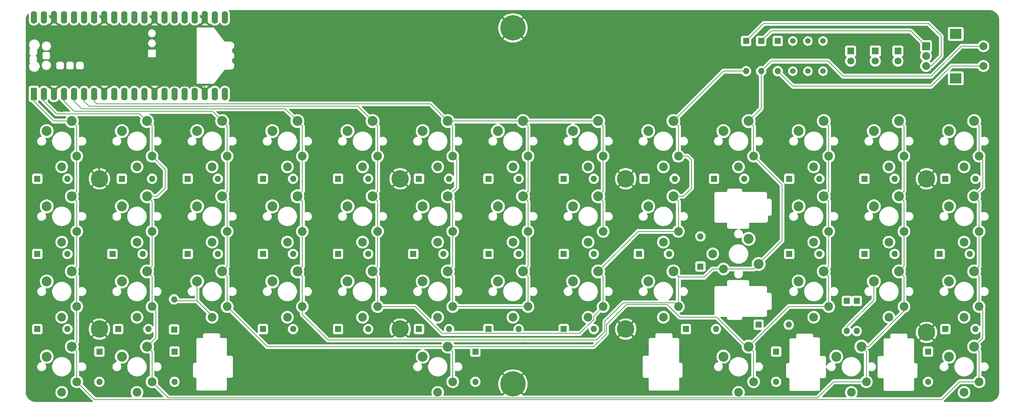
<source format=gbr>
%TF.GenerationSoftware,KiCad,Pcbnew,8.0.3*%
%TF.CreationDate,2024-07-13T14:49:36+01:00*%
%TF.ProjectId,CursedBoard,43757273-6564-4426-9f61-72642e6b6963,rev?*%
%TF.SameCoordinates,Original*%
%TF.FileFunction,Copper,L1,Top*%
%TF.FilePolarity,Positive*%
%FSLAX46Y46*%
G04 Gerber Fmt 4.6, Leading zero omitted, Abs format (unit mm)*
G04 Created by KiCad (PCBNEW 8.0.3) date 2024-07-13 14:49:36*
%MOMM*%
%LPD*%
G01*
G04 APERTURE LIST*
G04 Aperture macros list*
%AMRoundRect*
0 Rectangle with rounded corners*
0 $1 Rounding radius*
0 $2 $3 $4 $5 $6 $7 $8 $9 X,Y pos of 4 corners*
0 Add a 4 corners polygon primitive as box body*
4,1,4,$2,$3,$4,$5,$6,$7,$8,$9,$2,$3,0*
0 Add four circle primitives for the rounded corners*
1,1,$1+$1,$2,$3*
1,1,$1+$1,$4,$5*
1,1,$1+$1,$6,$7*
1,1,$1+$1,$8,$9*
0 Add four rect primitives between the rounded corners*
20,1,$1+$1,$2,$3,$4,$5,0*
20,1,$1+$1,$4,$5,$6,$7,0*
20,1,$1+$1,$6,$7,$8,$9,0*
20,1,$1+$1,$8,$9,$2,$3,0*%
%AMFreePoly0*
4,1,28,0.178017,0.779942,0.347107,0.720775,0.498792,0.625465,0.625465,0.498792,0.720775,0.347107,0.779942,0.178017,0.800000,0.000000,0.779942,-0.178017,0.720775,-0.347107,0.625465,-0.498792,0.498792,-0.625465,0.347107,-0.720775,0.178017,-0.779942,0.000000,-0.800000,-2.200000,-0.800000,-2.205014,-0.794986,-2.244504,-0.794986,-2.324698,-0.756366,-2.380194,-0.686777,-2.400000,-0.600000,
-2.400000,0.600000,-2.380194,0.686777,-2.324698,0.756366,-2.244504,0.794986,-2.205014,0.794986,-2.200000,0.800000,0.000000,0.800000,0.178017,0.779942,0.178017,0.779942,$1*%
%AMFreePoly1*
4,1,28,0.605014,0.794986,0.644504,0.794986,0.724698,0.756366,0.780194,0.686777,0.800000,0.600000,0.800000,-0.600000,0.780194,-0.686777,0.724698,-0.756366,0.644504,-0.794986,0.605014,-0.794986,0.600000,-0.800000,0.000000,-0.800000,-0.178017,-0.779942,-0.347107,-0.720775,-0.498792,-0.625465,-0.625465,-0.498792,-0.720775,-0.347107,-0.779942,-0.178017,-0.800000,0.000000,-0.779942,0.178017,
-0.720775,0.347107,-0.625465,0.498792,-0.498792,0.625465,-0.347107,0.720775,-0.178017,0.779942,0.000000,0.800000,0.600000,0.800000,0.605014,0.794986,0.605014,0.794986,$1*%
%AMFreePoly2*
4,1,29,0.605014,0.794986,0.644504,0.794986,0.724698,0.756366,0.780194,0.686777,0.800000,0.600000,0.800000,-0.600000,0.780194,-0.686777,0.724698,-0.756366,0.644504,-0.794986,0.605014,-0.794986,0.600000,-0.800000,0.000000,-0.800000,-1.600000,-0.800000,-1.778017,-0.779942,-1.947107,-0.720775,-2.098792,-0.625465,-2.225465,-0.498792,-2.320775,-0.347107,-2.379942,-0.178017,-2.400000,0.000000,
-2.379942,0.178017,-2.320775,0.347107,-2.225465,0.498792,-2.098792,0.625465,-1.947107,0.720775,-1.778017,0.779942,-1.600000,0.800000,0.600000,0.800000,0.605014,0.794986,0.605014,0.794986,$1*%
%AMFreePoly3*
4,1,28,0.178017,0.779942,0.347107,0.720775,0.498792,0.625465,0.625465,0.498792,0.720775,0.347107,0.779942,0.178017,0.800000,0.000000,0.779942,-0.178017,0.720775,-0.347107,0.625465,-0.498792,0.498792,-0.625465,0.347107,-0.720775,0.178017,-0.779942,0.000000,-0.800000,-0.600000,-0.800000,-0.605014,-0.794986,-0.644504,-0.794986,-0.724698,-0.756366,-0.780194,-0.686777,-0.800000,-0.600000,
-0.800000,0.600000,-0.780194,0.686777,-0.724698,0.756366,-0.644504,0.794986,-0.605014,0.794986,-0.600000,0.800000,0.000000,0.800000,0.178017,0.779942,0.178017,0.779942,$1*%
%AMFreePoly4*
4,1,29,1.778017,0.779942,1.947107,0.720775,2.098792,0.625465,2.225465,0.498792,2.320775,0.347107,2.379942,0.178017,2.400000,0.000000,2.379942,-0.178017,2.320775,-0.347107,2.225465,-0.498792,2.098792,-0.625465,1.947107,-0.720775,1.778017,-0.779942,1.600000,-0.800000,0.000000,-0.800000,-0.600000,-0.800000,-0.605014,-0.794986,-0.644504,-0.794986,-0.724698,-0.756366,-0.780194,-0.686777,
-0.800000,-0.600000,-0.800000,0.600000,-0.780194,0.686777,-0.724698,0.756366,-0.644504,0.794986,-0.605014,0.794986,-0.600000,0.800000,1.600000,0.800000,1.778017,0.779942,1.778017,0.779942,$1*%
G04 Aperture macros list end*
%TA.AperFunction,ComponentPad*%
%ADD10C,2.500000*%
%TD*%
%TA.AperFunction,ComponentPad*%
%ADD11C,2.200000*%
%TD*%
%TA.AperFunction,ComponentPad*%
%ADD12C,4.400000*%
%TD*%
%TA.AperFunction,ComponentPad*%
%ADD13C,1.400000*%
%TD*%
%TA.AperFunction,ComponentPad*%
%ADD14R,1.800000X1.800000*%
%TD*%
%TA.AperFunction,ComponentPad*%
%ADD15C,1.800000*%
%TD*%
%TA.AperFunction,ComponentPad*%
%ADD16R,2.000000X2.000000*%
%TD*%
%TA.AperFunction,ComponentPad*%
%ADD17C,2.000000*%
%TD*%
%TA.AperFunction,ComponentPad*%
%ADD18R,3.000000X2.500000*%
%TD*%
%TA.AperFunction,ComponentPad*%
%ADD19RoundRect,0.200000X0.600000X-0.600000X0.600000X0.600000X-0.600000X0.600000X-0.600000X-0.600000X0*%
%TD*%
%TA.AperFunction,SMDPad,CuDef*%
%ADD20FreePoly0,90.000000*%
%TD*%
%TA.AperFunction,ComponentPad*%
%ADD21C,1.600000*%
%TD*%
%TA.AperFunction,SMDPad,CuDef*%
%ADD22RoundRect,0.800000X0.000010X-0.800000X0.000010X0.800000X-0.000010X0.800000X-0.000010X-0.800000X0*%
%TD*%
%TA.AperFunction,ComponentPad*%
%ADD23FreePoly1,90.000000*%
%TD*%
%TA.AperFunction,SMDPad,CuDef*%
%ADD24FreePoly2,90.000000*%
%TD*%
%TA.AperFunction,ComponentPad*%
%ADD25FreePoly3,90.000000*%
%TD*%
%TA.AperFunction,SMDPad,CuDef*%
%ADD26FreePoly4,90.000000*%
%TD*%
%TA.AperFunction,ComponentPad*%
%ADD27R,1.600000X1.600000*%
%TD*%
%TA.AperFunction,ComponentPad*%
%ADD28O,1.600000X1.600000*%
%TD*%
%TA.AperFunction,ComponentPad*%
%ADD29C,6.400000*%
%TD*%
%TA.AperFunction,ViaPad*%
%ADD30C,0.600000*%
%TD*%
%TA.AperFunction,Conductor*%
%ADD31C,0.200000*%
%TD*%
G04 APERTURE END LIST*
D10*
%TO.P,SW30,1,1*%
%TO.N,/Col3*%
X95165000Y-125545000D03*
D11*
X96425000Y-134425000D03*
D10*
%TO.P,SW30,2,2*%
%TO.N,Net-(D30-A)*%
X88815000Y-128085000D03*
D11*
X92625000Y-137125000D03*
%TD*%
D12*
%TO.P,H7,1,1*%
%TO.N,GND*%
X254125000Y-102125000D03*
%TD*%
D10*
%TO.P,SW29,1,1*%
%TO.N,/Col2*%
X76165000Y-125545000D03*
D11*
X77425000Y-134425000D03*
D10*
%TO.P,SW29,2,2*%
%TO.N,Net-(D29-A)*%
X69815000Y-128085000D03*
D11*
X73625000Y-137125000D03*
%TD*%
D10*
%TO.P,SW5,1,1*%
%TO.N,/Col4*%
X114165000Y-87545000D03*
D11*
X115425000Y-96425000D03*
D10*
%TO.P,SW5,2,2*%
%TO.N,Net-(D5-A)*%
X107815000Y-90085000D03*
D11*
X111625000Y-99125000D03*
%TD*%
D13*
%TO.P,R1,1*%
%TO.N,VCC*%
X220345000Y-74930000D03*
%TO.P,R1,2*%
%TO.N,Net-(D45-A)*%
X220345000Y-67310000D03*
%TD*%
D10*
%TO.P,SW35,1,1*%
%TO.N,/Col3*%
X190165000Y-125545000D03*
D11*
X191425000Y-134425000D03*
D10*
%TO.P,SW35,2,2*%
%TO.N,Net-(D35-A)*%
X183815000Y-128085000D03*
D11*
X187625000Y-137125000D03*
%TD*%
D10*
%TO.P,SW19,1,1*%
%TO.N,/Col5*%
X133165000Y-106545000D03*
D11*
X134425000Y-115425000D03*
D10*
%TO.P,SW19,2,2*%
%TO.N,Net-(D19-A)*%
X126815000Y-109085000D03*
D11*
X130625000Y-118125000D03*
%TD*%
D14*
%TO.P,D45,1,K*%
%TO.N,/ledC*%
X246888000Y-69845000D03*
D15*
%TO.P,D45,2,A*%
%TO.N,Net-(D45-A)*%
X246888000Y-72385000D03*
%TD*%
D10*
%TO.P,SW22,1,1*%
%TO.N,/Col4*%
X190165000Y-106545000D03*
D11*
X191425000Y-115425000D03*
D10*
%TO.P,SW22,2,2*%
%TO.N,Net-(D22-A)*%
X183815000Y-109085000D03*
D11*
X187625000Y-118125000D03*
%TD*%
D16*
%TO.P,SW45,A,A*%
%TO.N,Net-(D47-K)*%
X254000000Y-68620000D03*
D17*
%TO.P,SW45,B,B*%
%TO.N,Net-(D48-K)*%
X254000000Y-73620000D03*
%TO.P,SW45,C,C*%
%TO.N,/HRow3*%
X254000000Y-71120000D03*
D18*
%TO.P,SW45,MP*%
%TO.N,N/C*%
X261500000Y-65520000D03*
X261500000Y-76720000D03*
D17*
%TO.P,SW45,S1,S1*%
%TO.N,/Col3*%
X268500000Y-68620000D03*
%TO.P,SW45,S2,S2*%
%TO.N,Net-(D49-A)*%
X268500000Y-73620000D03*
%TD*%
D12*
%TO.P,H13,1,1*%
%TO.N,GND*%
X121125000Y-140125000D03*
%TD*%
D10*
%TO.P,SW18,1,1*%
%TO.N,/Col4*%
X114165000Y-106545000D03*
D11*
X115425000Y-115425000D03*
D10*
%TO.P,SW18,2,2*%
%TO.N,Net-(D18-A)*%
X107815000Y-109085000D03*
D11*
X111625000Y-118125000D03*
%TD*%
D14*
%TO.P,D50,1,K*%
%TO.N,/ledA*%
X234950000Y-69850000D03*
D15*
%TO.P,D50,2,A*%
%TO.N,Net-(D50-A)*%
X234950000Y-72390000D03*
%TD*%
D19*
%TO.P,A1,1,GPIO0*%
%TO.N,/Col0*%
X28575000Y-79890000D03*
D20*
X28575000Y-79890000D03*
D21*
%TO.P,A1,2,GPIO1*%
%TO.N,/Col1*%
X31115000Y-79890000D03*
D22*
X31115000Y-80690000D03*
D23*
%TO.P,A1,3,GND*%
%TO.N,GND*%
X33655000Y-79890000D03*
D24*
X33655000Y-79890000D03*
D21*
%TO.P,A1,4,GPIO2*%
%TO.N,/Col2*%
X36195000Y-79890000D03*
D22*
X36195000Y-80690000D03*
D21*
%TO.P,A1,5,GPIO3*%
%TO.N,/Col3*%
X38735000Y-79890000D03*
D22*
X38735000Y-80690000D03*
D21*
%TO.P,A1,6,GPIO4*%
%TO.N,/Col4*%
X41275000Y-79890000D03*
D22*
X41275000Y-80690000D03*
D21*
%TO.P,A1,7,GPIO5*%
%TO.N,/Col5*%
X43815000Y-79890000D03*
D22*
X43815000Y-80690000D03*
D23*
%TO.P,A1,8,GND*%
%TO.N,GND*%
X46355000Y-79890000D03*
D24*
X46355000Y-79890000D03*
D21*
%TO.P,A1,9,GPIO6*%
%TO.N,unconnected-(A1-GPIO6-Pad9)*%
X48895000Y-79890000D03*
D22*
%TO.N,unconnected-(A1-GPIO6-Pad9)_0*%
X48895000Y-80690000D03*
D21*
%TO.P,A1,10,GPIO7*%
%TO.N,unconnected-(A1-GPIO7-Pad10)*%
X51435000Y-79890000D03*
D22*
%TO.N,unconnected-(A1-GPIO7-Pad10)_0*%
X51435000Y-80690000D03*
D21*
%TO.P,A1,11,GPIO8*%
%TO.N,/HRow3*%
X53975000Y-79890000D03*
D22*
X53975000Y-80690000D03*
D21*
%TO.P,A1,12,GPIO9*%
%TO.N,/HRow2*%
X56515000Y-79890000D03*
D22*
X56515000Y-80690000D03*
D23*
%TO.P,A1,13,GND*%
%TO.N,GND*%
X59055000Y-79890000D03*
D24*
X59055000Y-79890000D03*
D21*
%TO.P,A1,14,GPIO10*%
%TO.N,/HRow1*%
X61595000Y-79890000D03*
D22*
X61595000Y-80690000D03*
D21*
%TO.P,A1,15,GPIO11*%
%TO.N,/HRow0*%
X64135000Y-79890000D03*
D22*
X64135000Y-80690000D03*
D21*
%TO.P,A1,16,GPIO12*%
%TO.N,/HRow7*%
X66675000Y-79890000D03*
D22*
X66675000Y-80690000D03*
D21*
%TO.P,A1,17,GPIO13*%
%TO.N,/HRow6*%
X69215000Y-79890000D03*
D22*
X69215000Y-80690000D03*
D23*
%TO.P,A1,18,GND*%
%TO.N,GND*%
X71755000Y-79890000D03*
D24*
X71755000Y-79890000D03*
D21*
%TO.P,A1,19,GPIO14*%
%TO.N,/HRow5*%
X74295000Y-79890000D03*
D22*
X74295000Y-80690000D03*
D21*
%TO.P,A1,20,GPIO15*%
%TO.N,/HRow4*%
X76835000Y-79890000D03*
D22*
X76835000Y-80690000D03*
D21*
%TO.P,A1,21,GPIO16*%
%TO.N,/ledB*%
X76835000Y-62110000D03*
D22*
X76835000Y-61310000D03*
D21*
%TO.P,A1,22,GPIO17*%
%TO.N,/ledC*%
X74295000Y-62110000D03*
D22*
X74295000Y-61310000D03*
D25*
%TO.P,A1,23,GND*%
%TO.N,GND*%
X71755000Y-62110000D03*
D26*
X71755000Y-62110000D03*
D21*
%TO.P,A1,24,GPIO18*%
%TO.N,/ledA*%
X69215000Y-62110000D03*
D22*
X69215000Y-61310000D03*
D21*
%TO.P,A1,25,GPIO19*%
%TO.N,unconnected-(A1-GPIO19-Pad25)_0*%
X66675000Y-62110000D03*
D22*
%TO.N,unconnected-(A1-GPIO19-Pad25)*%
X66675000Y-61310000D03*
D21*
%TO.P,A1,26,GPIO20*%
%TO.N,unconnected-(A1-GPIO20-Pad26)_0*%
X64135000Y-62110000D03*
D22*
%TO.N,unconnected-(A1-GPIO20-Pad26)*%
X64135000Y-61310000D03*
D21*
%TO.P,A1,27,GPIO21*%
%TO.N,unconnected-(A1-GPIO21-Pad27)_0*%
X61595000Y-62110000D03*
D22*
%TO.N,unconnected-(A1-GPIO21-Pad27)*%
X61595000Y-61310000D03*
D25*
%TO.P,A1,28,GND*%
%TO.N,GND*%
X59055000Y-62110000D03*
D26*
X59055000Y-62110000D03*
D21*
%TO.P,A1,29,GPIO22*%
%TO.N,unconnected-(A1-GPIO22-Pad29)*%
X56515000Y-62110000D03*
D22*
%TO.N,unconnected-(A1-GPIO22-Pad29)_0*%
X56515000Y-61310000D03*
D21*
%TO.P,A1,30,RUN*%
%TO.N,unconnected-(A1-RUN-Pad30)_0*%
X53975000Y-62110000D03*
D22*
%TO.N,unconnected-(A1-RUN-Pad30)*%
X53975000Y-61310000D03*
D21*
%TO.P,A1,31,GPIO26_ADC0*%
%TO.N,unconnected-(A1-GPIO26_ADC0-Pad31)*%
X51435000Y-62110000D03*
D22*
%TO.N,unconnected-(A1-GPIO26_ADC0-Pad31)_0*%
X51435000Y-61310000D03*
D21*
%TO.P,A1,32,GPIO27_ADC1*%
%TO.N,unconnected-(A1-GPIO27_ADC1-Pad32)_0*%
X48895000Y-62110000D03*
D22*
%TO.N,unconnected-(A1-GPIO27_ADC1-Pad32)*%
X48895000Y-61310000D03*
D25*
%TO.P,A1,33,AGND*%
%TO.N,GND*%
X46355000Y-62110000D03*
D26*
X46355000Y-62110000D03*
D21*
%TO.P,A1,34,GPIO28_ADC2*%
%TO.N,unconnected-(A1-GPIO28_ADC2-Pad34)*%
X43815000Y-62110000D03*
D22*
%TO.N,unconnected-(A1-GPIO28_ADC2-Pad34)_0*%
X43815000Y-61310000D03*
D21*
%TO.P,A1,35,ADC_VREF*%
%TO.N,unconnected-(A1-ADC_VREF-Pad35)_0*%
X41275000Y-62110000D03*
D22*
%TO.N,unconnected-(A1-ADC_VREF-Pad35)*%
X41275000Y-61310000D03*
D21*
%TO.P,A1,36,3V3*%
%TO.N,VCC*%
X38735000Y-62110000D03*
D22*
X38735000Y-61310000D03*
D21*
%TO.P,A1,37,3V3_EN*%
%TO.N,unconnected-(A1-3V3_EN-Pad37)*%
X36195000Y-62110000D03*
D22*
%TO.N,unconnected-(A1-3V3_EN-Pad37)_0*%
X36195000Y-61310000D03*
D25*
%TO.P,A1,38,GND*%
%TO.N,GND*%
X33655000Y-62110000D03*
D26*
X33655000Y-62110000D03*
D21*
%TO.P,A1,39,VSYS*%
%TO.N,unconnected-(A1-VSYS-Pad39)*%
X31115000Y-62110000D03*
D22*
%TO.N,unconnected-(A1-VSYS-Pad39)_0*%
X31115000Y-61310000D03*
D21*
%TO.P,A1,40,VBUS*%
%TO.N,unconnected-(A1-VBUS-Pad40)*%
X28575000Y-62110000D03*
D22*
%TO.N,unconnected-(A1-VBUS-Pad40)_0*%
X28575000Y-61310000D03*
%TD*%
D10*
%TO.P,SW14,1,1*%
%TO.N,/Col0*%
X38165000Y-106545000D03*
D11*
X39425000Y-115425000D03*
D10*
%TO.P,SW14,2,2*%
%TO.N,Net-(D14-A)*%
X31815000Y-109085000D03*
D11*
X35625000Y-118125000D03*
%TD*%
D10*
%TO.P,SW16,1,1*%
%TO.N,/Col2*%
X76165000Y-106545000D03*
D11*
X77425000Y-115425000D03*
D10*
%TO.P,SW16,2,2*%
%TO.N,Net-(D16-A)*%
X69815000Y-109085000D03*
D11*
X73625000Y-118125000D03*
%TD*%
D27*
%TO.P,D47,1,K*%
%TO.N,Net-(D47-K)*%
X212344000Y-67310000D03*
D28*
%TO.P,D47,2,A*%
%TO.N,/Col3*%
X212344000Y-74930000D03*
%TD*%
D10*
%TO.P,SW17,1,1*%
%TO.N,/Col3*%
X95165000Y-106545000D03*
D11*
X96425000Y-115425000D03*
D10*
%TO.P,SW17,2,2*%
%TO.N,Net-(D17-A)*%
X88815000Y-109085000D03*
D11*
X92625000Y-118125000D03*
%TD*%
D10*
%TO.P,SW23,1,1*%
%TO.N,/Col3*%
X211705000Y-123665000D03*
D11*
X202825000Y-124925000D03*
D10*
%TO.P,SW23,2,2*%
%TO.N,Net-(D23-A)*%
X209165000Y-117315000D03*
D11*
X200125000Y-121125000D03*
%TD*%
D12*
%TO.P,H11,1,1*%
%TO.N,GND*%
X121125000Y-102125000D03*
%TD*%
D10*
%TO.P,SW1,1,1*%
%TO.N,/Col0*%
X38165000Y-87545000D03*
D11*
X39425000Y-96425000D03*
D10*
%TO.P,SW1,2,2*%
%TO.N,Net-(D1-A)*%
X31815000Y-90085000D03*
D11*
X35625000Y-99125000D03*
%TD*%
D12*
%TO.P,H10,1,1*%
%TO.N,GND*%
X254125000Y-140970000D03*
%TD*%
D10*
%TO.P,SW12,1,1*%
%TO.N,/Col1*%
X247165000Y-87545000D03*
D11*
X248425000Y-96425000D03*
D10*
%TO.P,SW12,2,2*%
%TO.N,Net-(D12-A)*%
X240815000Y-90085000D03*
D11*
X244625000Y-99125000D03*
%TD*%
D29*
%TO.P,H2,1,1*%
%TO.N,GND*%
X149625000Y-154000000D03*
%TD*%
D12*
%TO.P,H14,1,1*%
%TO.N,GND*%
X178125000Y-140125000D03*
%TD*%
D10*
%TO.P,SW6,1,1*%
%TO.N,/Col5*%
X133165000Y-87545000D03*
D11*
X134425000Y-96425000D03*
D10*
%TO.P,SW6,2,2*%
%TO.N,Net-(D6-A)*%
X126815000Y-90085000D03*
D11*
X130625000Y-99125000D03*
%TD*%
D10*
%TO.P,SW33,1,1*%
%TO.N,/Col5*%
X152165000Y-125545000D03*
D11*
X153425000Y-134425000D03*
D10*
%TO.P,SW33,2,2*%
%TO.N,Net-(D33-A)*%
X145815000Y-128085000D03*
D11*
X149625000Y-137125000D03*
%TD*%
D10*
%TO.P,SW15,1,1*%
%TO.N,/Col1*%
X57165000Y-106545000D03*
D11*
X58425000Y-115425000D03*
D10*
%TO.P,SW15,2,2*%
%TO.N,Net-(D15-A)*%
X50815000Y-109085000D03*
D11*
X54625000Y-118125000D03*
%TD*%
D14*
%TO.P,D46,1,K*%
%TO.N,/ledB*%
X241173000Y-69840000D03*
D15*
%TO.P,D46,2,A*%
%TO.N,Net-(D46-A)*%
X241173000Y-72380000D03*
%TD*%
D10*
%TO.P,SW27,1,1*%
%TO.N,/Col0*%
X38165000Y-125545000D03*
D11*
X39425000Y-134425000D03*
D10*
%TO.P,SW27,2,2*%
%TO.N,Net-(D27-A)*%
X31815000Y-128085000D03*
D11*
X35625000Y-137125000D03*
%TD*%
D27*
%TO.P,D48,1,K*%
%TO.N,Net-(D48-K)*%
X208534000Y-67310000D03*
D28*
%TO.P,D48,2,A*%
%TO.N,/Col4*%
X208534000Y-74930000D03*
%TD*%
D29*
%TO.P,H1,1,1*%
%TO.N,GND*%
X149625000Y-64000000D03*
%TD*%
D10*
%TO.P,SW42,1,1*%
%TO.N,/Col2*%
X209165000Y-144545000D03*
D11*
X210425000Y-153425000D03*
D10*
%TO.P,SW42,2,2*%
%TO.N,Net-(D41-A)*%
X202815000Y-147085000D03*
D11*
X206625000Y-156125000D03*
%TD*%
D10*
%TO.P,SW24,1,1*%
%TO.N,/Col2*%
X228165000Y-106545000D03*
D11*
X229425000Y-115425000D03*
D10*
%TO.P,SW24,2,2*%
%TO.N,Net-(D24-A)*%
X221815000Y-109085000D03*
D11*
X225625000Y-118125000D03*
%TD*%
D10*
%TO.P,SW7,1,1*%
%TO.N,/Col5*%
X152165000Y-87545000D03*
D11*
X153425000Y-96425000D03*
D10*
%TO.P,SW7,2,2*%
%TO.N,Net-(D7-A)*%
X145815000Y-90085000D03*
D11*
X149625000Y-99125000D03*
%TD*%
D10*
%TO.P,SW40,1,1*%
%TO.N,/Col1*%
X57165000Y-144545000D03*
D11*
X58425000Y-153425000D03*
D10*
%TO.P,SW40,2,2*%
%TO.N,Net-(D40-A)*%
X50815000Y-147085000D03*
D11*
X54625000Y-156125000D03*
%TD*%
D10*
%TO.P,SW43,1,1*%
%TO.N,/Col1*%
X237665000Y-144545000D03*
D11*
X238925000Y-153425000D03*
D10*
%TO.P,SW43,2,2*%
%TO.N,Net-(D42-A)*%
X231315000Y-147085000D03*
D11*
X235125000Y-156125000D03*
%TD*%
D10*
%TO.P,SW39,1,1*%
%TO.N,/Col0*%
X38165000Y-144545000D03*
D11*
X39425000Y-153425000D03*
D10*
%TO.P,SW39,2,2*%
%TO.N,Net-(D39-A)*%
X31815000Y-147085000D03*
D11*
X35625000Y-156125000D03*
%TD*%
D10*
%TO.P,SW13,1,1*%
%TO.N,/Col0*%
X266165000Y-87545000D03*
D11*
X267425000Y-96425000D03*
D10*
%TO.P,SW13,2,2*%
%TO.N,Net-(D13-A)*%
X259815000Y-90085000D03*
D11*
X263625000Y-99125000D03*
%TD*%
D10*
%TO.P,SW8,1,1*%
%TO.N,/Col5*%
X171165000Y-87545000D03*
D11*
X172425000Y-96425000D03*
D10*
%TO.P,SW8,2,2*%
%TO.N,Net-(D8-A)*%
X164815000Y-90085000D03*
D11*
X168625000Y-99125000D03*
%TD*%
D10*
%TO.P,SW32,1,1*%
%TO.N,/Col5*%
X133165000Y-125545000D03*
D11*
X134425000Y-134425000D03*
D10*
%TO.P,SW32,2,2*%
%TO.N,Net-(D32-A)*%
X126815000Y-128085000D03*
D11*
X130625000Y-137125000D03*
%TD*%
D10*
%TO.P,SW25,1,1*%
%TO.N,/Col1*%
X247165000Y-106545000D03*
D11*
X248425000Y-115425000D03*
D10*
%TO.P,SW25,2,2*%
%TO.N,Net-(D25-A)*%
X240815000Y-109085000D03*
D11*
X244625000Y-118125000D03*
%TD*%
D10*
%TO.P,SW37,1,1*%
%TO.N,/Col1*%
X247165000Y-125545000D03*
D11*
X248425000Y-134425000D03*
D10*
%TO.P,SW37,2,2*%
%TO.N,Net-(D37-A)*%
X240815000Y-128085000D03*
D11*
X244625000Y-137125000D03*
%TD*%
D10*
%TO.P,SW21,1,1*%
%TO.N,/Col5*%
X171165000Y-106545000D03*
D11*
X172425000Y-115425000D03*
D10*
%TO.P,SW21,2,2*%
%TO.N,Net-(D21-A)*%
X164815000Y-109085000D03*
D11*
X168625000Y-118125000D03*
%TD*%
D10*
%TO.P,SW10,1,1*%
%TO.N,/Col3*%
X209165000Y-87545000D03*
D11*
X210425000Y-96425000D03*
D10*
%TO.P,SW10,2,2*%
%TO.N,Net-(D10-A)*%
X202815000Y-90085000D03*
D11*
X206625000Y-99125000D03*
%TD*%
D10*
%TO.P,SW11,1,1*%
%TO.N,/Col2*%
X228165000Y-87545000D03*
D11*
X229425000Y-96425000D03*
D10*
%TO.P,SW11,2,2*%
%TO.N,Net-(D11-A)*%
X221815000Y-90085000D03*
D11*
X225625000Y-99125000D03*
%TD*%
D10*
%TO.P,SW20,1,1*%
%TO.N,/Col5*%
X152165000Y-106545000D03*
D11*
X153425000Y-115425000D03*
D10*
%TO.P,SW20,2,2*%
%TO.N,Net-(D20-A)*%
X145815000Y-109085000D03*
D11*
X149625000Y-118125000D03*
%TD*%
D10*
%TO.P,SW34,1,1*%
%TO.N,/Col4*%
X171165000Y-125545000D03*
D11*
X172425000Y-134425000D03*
D10*
%TO.P,SW34,2,2*%
%TO.N,Net-(D34-A)*%
X164815000Y-128085000D03*
D11*
X168625000Y-137125000D03*
%TD*%
D10*
%TO.P,SW3,1,1*%
%TO.N,/Col2*%
X76165000Y-87545000D03*
D11*
X77425000Y-96425000D03*
D10*
%TO.P,SW3,2,2*%
%TO.N,Net-(D3-A)*%
X69815000Y-90085000D03*
D11*
X73625000Y-99125000D03*
%TD*%
D10*
%TO.P,SW36,1,1*%
%TO.N,/Col2*%
X228165000Y-125545000D03*
D11*
X229425000Y-134425000D03*
D10*
%TO.P,SW36,2,2*%
%TO.N,Net-(D36-A)*%
X221815000Y-128085000D03*
D11*
X225625000Y-137125000D03*
%TD*%
D10*
%TO.P,SW4,1,1*%
%TO.N,/Col3*%
X95165000Y-87545000D03*
D11*
X96425000Y-96425000D03*
D10*
%TO.P,SW4,2,2*%
%TO.N,Net-(D4-A)*%
X88815000Y-90085000D03*
D11*
X92625000Y-99125000D03*
%TD*%
D12*
%TO.P,H8,1,1*%
%TO.N,GND*%
X45125000Y-102125000D03*
%TD*%
D10*
%TO.P,SW31,1,1*%
%TO.N,/Col4*%
X114165000Y-125545000D03*
D11*
X115425000Y-134425000D03*
D10*
%TO.P,SW31,2,2*%
%TO.N,Net-(D31-A)*%
X107815000Y-128085000D03*
D11*
X111625000Y-137125000D03*
%TD*%
D27*
%TO.P,D49,1,K*%
%TO.N,/HRow7*%
X216535000Y-67310000D03*
D28*
%TO.P,D49,2,A*%
%TO.N,Net-(D49-A)*%
X216535000Y-74930000D03*
%TD*%
D10*
%TO.P,SW26,1,1*%
%TO.N,/Col0*%
X266165000Y-106545000D03*
D11*
X267425000Y-115425000D03*
D10*
%TO.P,SW26,2,2*%
%TO.N,Net-(D26-A)*%
X259815000Y-109085000D03*
D11*
X263625000Y-118125000D03*
%TD*%
D12*
%TO.P,H12,1,1*%
%TO.N,GND*%
X178125000Y-102125000D03*
%TD*%
D10*
%TO.P,SW41,1,1*%
%TO.N,/Col2*%
X133165000Y-144545000D03*
D11*
X134425000Y-153425000D03*
D10*
%TO.P,SW41,2,2*%
%TO.N,Net-(D43-A)*%
X126815000Y-147085000D03*
D11*
X130625000Y-156125000D03*
%TD*%
D13*
%TO.P,R3,1*%
%TO.N,VCC*%
X227965000Y-74930000D03*
%TO.P,R3,2*%
%TO.N,Net-(D50-A)*%
X227965000Y-67310000D03*
%TD*%
%TO.P,R2,1*%
%TO.N,VCC*%
X224155000Y-74930000D03*
%TO.P,R2,2*%
%TO.N,Net-(D46-A)*%
X224155000Y-67310000D03*
%TD*%
D10*
%TO.P,SW28,1,1*%
%TO.N,/Col1*%
X57165000Y-125545000D03*
D11*
X58425000Y-134425000D03*
D10*
%TO.P,SW28,2,2*%
%TO.N,Net-(D28-A)*%
X50815000Y-128085000D03*
D11*
X54625000Y-137125000D03*
%TD*%
D10*
%TO.P,SW38,1,1*%
%TO.N,/Col0*%
X266165000Y-125545000D03*
D11*
X267425000Y-134425000D03*
D10*
%TO.P,SW38,2,2*%
%TO.N,Net-(D38-A)*%
X259815000Y-128085000D03*
D11*
X263625000Y-137125000D03*
%TD*%
D12*
%TO.P,H9,1,1*%
%TO.N,GND*%
X45125000Y-140125000D03*
%TD*%
D10*
%TO.P,SW2,1,1*%
%TO.N,/Col1*%
X57165000Y-87545000D03*
D11*
X58425000Y-96425000D03*
D10*
%TO.P,SW2,2,2*%
%TO.N,Net-(D2-A)*%
X50815000Y-90085000D03*
D11*
X54625000Y-99125000D03*
%TD*%
D10*
%TO.P,SW9,1,1*%
%TO.N,/Col4*%
X190165000Y-87545000D03*
D11*
X191425000Y-96425000D03*
D10*
%TO.P,SW9,2,2*%
%TO.N,Net-(D9-A)*%
X183815000Y-90085000D03*
D11*
X187625000Y-99125000D03*
%TD*%
D10*
%TO.P,SW44,1,1*%
%TO.N,/Col0*%
X266165000Y-144545000D03*
D11*
X267425000Y-153425000D03*
D10*
%TO.P,SW44,2,2*%
%TO.N,Net-(D44-A)*%
X259815000Y-147085000D03*
D11*
X263625000Y-156125000D03*
%TD*%
D27*
%TO.P,D44,1,K*%
%TO.N,/HRow7*%
X254500000Y-145815000D03*
D28*
%TO.P,D44,2,A*%
%TO.N,Net-(D44-A)*%
X254500000Y-153435000D03*
%TD*%
D27*
%TO.P,D35,1,K*%
%TO.N,/HRow6*%
X193315000Y-140125000D03*
D28*
%TO.P,D35,2,A*%
%TO.N,Net-(D35-A)*%
X200935000Y-140125000D03*
%TD*%
D27*
%TO.P,D4,1,K*%
%TO.N,/HRow0*%
X86440000Y-102125000D03*
D28*
%TO.P,D4,2,A*%
%TO.N,Net-(D4-A)*%
X94060000Y-102125000D03*
%TD*%
D27*
%TO.P,D16,1,K*%
%TO.N,/HRow1*%
X67440000Y-121125000D03*
D28*
%TO.P,D16,2,A*%
%TO.N,Net-(D16-A)*%
X75060000Y-121125000D03*
%TD*%
D27*
%TO.P,D2,1,K*%
%TO.N,/HRow0*%
X50815000Y-102125000D03*
D28*
%TO.P,D2,2,A*%
%TO.N,Net-(D2-A)*%
X58435000Y-102125000D03*
%TD*%
D27*
%TO.P,D18,1,K*%
%TO.N,/HRow1*%
X105440000Y-121125000D03*
D28*
%TO.P,D18,2,A*%
%TO.N,Net-(D18-A)*%
X113060000Y-121125000D03*
%TD*%
D27*
%TO.P,D37,1,K*%
%TO.N,/HRow6*%
X234000000Y-133000000D03*
D28*
%TO.P,D37,2,A*%
%TO.N,Net-(D37-A)*%
X234000000Y-140620000D03*
%TD*%
D27*
%TO.P,D43,1,K*%
%TO.N,/HRow3*%
X140125000Y-145815000D03*
D28*
%TO.P,D43,2,A*%
%TO.N,Net-(D43-A)*%
X140125000Y-153435000D03*
%TD*%
D27*
%TO.P,D31,1,K*%
%TO.N,/HRow2*%
X105440000Y-140125000D03*
D28*
%TO.P,D31,2,A*%
%TO.N,Net-(D31-A)*%
X113060000Y-140125000D03*
%TD*%
D27*
%TO.P,D6,1,K*%
%TO.N,/HRow0*%
X125875000Y-102125000D03*
D28*
%TO.P,D6,2,A*%
%TO.N,Net-(D6-A)*%
X133495000Y-102125000D03*
%TD*%
D27*
%TO.P,D25,1,K*%
%TO.N,/HRow5*%
X238440000Y-121125000D03*
D28*
%TO.P,D25,2,A*%
%TO.N,Net-(D25-A)*%
X246060000Y-121125000D03*
%TD*%
D27*
%TO.P,D20,1,K*%
%TO.N,/HRow7*%
X143440000Y-121125000D03*
D28*
%TO.P,D20,2,A*%
%TO.N,Net-(D20-A)*%
X151060000Y-121125000D03*
%TD*%
D27*
%TO.P,D9,1,K*%
%TO.N,/HRow4*%
X182875000Y-102125000D03*
D28*
%TO.P,D9,2,A*%
%TO.N,Net-(D9-A)*%
X190495000Y-102125000D03*
%TD*%
D27*
%TO.P,D38,1,K*%
%TO.N,/HRow6*%
X258875000Y-140125000D03*
D28*
%TO.P,D38,2,A*%
%TO.N,Net-(D38-A)*%
X266495000Y-140125000D03*
%TD*%
D27*
%TO.P,D1,1,K*%
%TO.N,/HRow0*%
X29440000Y-102125000D03*
D28*
%TO.P,D1,2,A*%
%TO.N,Net-(D1-A)*%
X37060000Y-102125000D03*
%TD*%
D27*
%TO.P,D11,1,K*%
%TO.N,/HRow4*%
X219440000Y-102125000D03*
D28*
%TO.P,D11,2,A*%
%TO.N,Net-(D11-A)*%
X227060000Y-102125000D03*
%TD*%
D27*
%TO.P,D13,1,K*%
%TO.N,/HRow4*%
X258875000Y-102125000D03*
D28*
%TO.P,D13,2,A*%
%TO.N,Net-(D13-A)*%
X266495000Y-102125000D03*
%TD*%
D27*
%TO.P,D36,1,K*%
%TO.N,/HRow6*%
X211690000Y-139000000D03*
D28*
%TO.P,D36,2,A*%
%TO.N,Net-(D36-A)*%
X219310000Y-139000000D03*
%TD*%
D27*
%TO.P,D26,1,K*%
%TO.N,/HRow5*%
X257440000Y-121125000D03*
D28*
%TO.P,D26,2,A*%
%TO.N,Net-(D26-A)*%
X265060000Y-121125000D03*
%TD*%
D27*
%TO.P,D23,1,K*%
%TO.N,/HRow5*%
X197000000Y-124310000D03*
D28*
%TO.P,D23,2,A*%
%TO.N,Net-(D23-A)*%
X197000000Y-116690000D03*
%TD*%
D27*
%TO.P,D8,1,K*%
%TO.N,/HRow4*%
X162440000Y-102125000D03*
D28*
%TO.P,D8,2,A*%
%TO.N,Net-(D8-A)*%
X170060000Y-102125000D03*
%TD*%
D27*
%TO.P,D30,1,K*%
%TO.N,/HRow2*%
X86440000Y-140125000D03*
D28*
%TO.P,D30,2,A*%
%TO.N,Net-(D30-A)*%
X94060000Y-140125000D03*
%TD*%
D27*
%TO.P,D7,1,K*%
%TO.N,/HRow6*%
X143440000Y-102125000D03*
D28*
%TO.P,D7,2,A*%
%TO.N,Net-(D7-A)*%
X151060000Y-102125000D03*
%TD*%
D27*
%TO.P,D42,1,K*%
%TO.N,/HRow7*%
X236500000Y-133000000D03*
D28*
%TO.P,D42,2,A*%
%TO.N,Net-(D42-A)*%
X236500000Y-140620000D03*
%TD*%
D27*
%TO.P,D22,1,K*%
%TO.N,/HRow5*%
X181440000Y-121125000D03*
D28*
%TO.P,D22,2,A*%
%TO.N,Net-(D22-A)*%
X189060000Y-121125000D03*
%TD*%
D27*
%TO.P,D14,1,K*%
%TO.N,/HRow1*%
X29440000Y-121125000D03*
D28*
%TO.P,D14,2,A*%
%TO.N,Net-(D14-A)*%
X37060000Y-121125000D03*
%TD*%
D27*
%TO.P,D33,1,K*%
%TO.N,/HRow3*%
X143440000Y-140125000D03*
D28*
%TO.P,D33,2,A*%
%TO.N,Net-(D33-A)*%
X151060000Y-140125000D03*
%TD*%
D27*
%TO.P,D34,1,K*%
%TO.N,/HRow6*%
X162440000Y-140125000D03*
D28*
%TO.P,D34,2,A*%
%TO.N,Net-(D34-A)*%
X170060000Y-140125000D03*
%TD*%
D27*
%TO.P,D28,1,K*%
%TO.N,/HRow2*%
X49875000Y-140125000D03*
D28*
%TO.P,D28,2,A*%
%TO.N,Net-(D28-A)*%
X57495000Y-140125000D03*
%TD*%
D27*
%TO.P,D41,1,K*%
%TO.N,/HRow7*%
X216125000Y-145815000D03*
D28*
%TO.P,D41,2,A*%
%TO.N,Net-(D41-A)*%
X216125000Y-153435000D03*
%TD*%
D27*
%TO.P,D12,1,K*%
%TO.N,/HRow4*%
X238440000Y-102125000D03*
D28*
%TO.P,D12,2,A*%
%TO.N,Net-(D12-A)*%
X246060000Y-102125000D03*
%TD*%
D27*
%TO.P,D27,1,K*%
%TO.N,/HRow2*%
X29440000Y-140125000D03*
D28*
%TO.P,D27,2,A*%
%TO.N,Net-(D27-A)*%
X37060000Y-140125000D03*
%TD*%
D27*
%TO.P,D5,1,K*%
%TO.N,/HRow0*%
X105440000Y-102125000D03*
D28*
%TO.P,D5,2,A*%
%TO.N,Net-(D5-A)*%
X113060000Y-102125000D03*
%TD*%
D27*
%TO.P,D40,1,K*%
%TO.N,/HRow3*%
X64125000Y-145815000D03*
D28*
%TO.P,D40,2,A*%
%TO.N,Net-(D40-A)*%
X64125000Y-153435000D03*
%TD*%
D27*
%TO.P,D19,1,K*%
%TO.N,/HRow1*%
X124440000Y-121125000D03*
D28*
%TO.P,D19,2,A*%
%TO.N,Net-(D19-A)*%
X132060000Y-121125000D03*
%TD*%
D27*
%TO.P,D17,1,K*%
%TO.N,/HRow1*%
X86440000Y-121125000D03*
D28*
%TO.P,D17,2,A*%
%TO.N,Net-(D17-A)*%
X94060000Y-121125000D03*
%TD*%
D27*
%TO.P,D39,1,K*%
%TO.N,/HRow3*%
X45125000Y-145815000D03*
D28*
%TO.P,D39,2,A*%
%TO.N,Net-(D39-A)*%
X45125000Y-153435000D03*
%TD*%
D27*
%TO.P,D21,1,K*%
%TO.N,/HRow5*%
X162440000Y-121125000D03*
D28*
%TO.P,D21,2,A*%
%TO.N,Net-(D21-A)*%
X170060000Y-121125000D03*
%TD*%
D27*
%TO.P,D10,1,K*%
%TO.N,/HRow4*%
X200440000Y-102125000D03*
D28*
%TO.P,D10,2,A*%
%TO.N,Net-(D10-A)*%
X208060000Y-102125000D03*
%TD*%
D27*
%TO.P,D29,1,K*%
%TO.N,/HRow2*%
X64000000Y-140210000D03*
D28*
%TO.P,D29,2,A*%
%TO.N,Net-(D29-A)*%
X64000000Y-132590000D03*
%TD*%
D27*
%TO.P,D24,1,K*%
%TO.N,/HRow5*%
X219440000Y-121125000D03*
D28*
%TO.P,D24,2,A*%
%TO.N,Net-(D24-A)*%
X227060000Y-121125000D03*
%TD*%
D27*
%TO.P,D15,1,K*%
%TO.N,/HRow1*%
X48440000Y-121125000D03*
D28*
%TO.P,D15,2,A*%
%TO.N,Net-(D15-A)*%
X56060000Y-121125000D03*
%TD*%
D27*
%TO.P,D32,1,K*%
%TO.N,/HRow2*%
X125875000Y-140125000D03*
D28*
%TO.P,D32,2,A*%
%TO.N,Net-(D32-A)*%
X133495000Y-140125000D03*
%TD*%
D27*
%TO.P,D3,1,K*%
%TO.N,/HRow0*%
X67440000Y-102125000D03*
D28*
%TO.P,D3,2,A*%
%TO.N,Net-(D3-A)*%
X75060000Y-102125000D03*
%TD*%
D30*
%TO.N,GND*%
X97155000Y-72390000D03*
X90805000Y-64770000D03*
X137795000Y-97155000D03*
X144780000Y-97155000D03*
X33655000Y-144145000D03*
X167800000Y-141200000D03*
X90805000Y-71120000D03*
X84455000Y-156210000D03*
X194800000Y-142000000D03*
X67310000Y-70485000D03*
X52250000Y-71250000D03*
X66000000Y-137200000D03*
X190500000Y-156210000D03*
X32385000Y-85090000D03*
X233045000Y-141605000D03*
X104140000Y-71120000D03*
X241935000Y-156845000D03*
X97942400Y-68554600D03*
X208500000Y-152500000D03*
X169545000Y-151130000D03*
X35625000Y-71250000D03*
X197800000Y-138600000D03*
X35560000Y-85090000D03*
X165600000Y-138000000D03*
X142500000Y-149500000D03*
X45085000Y-99695000D03*
X50165000Y-142875000D03*
X199200000Y-143400000D03*
X117475000Y-156210000D03*
X241000000Y-135000000D03*
X228854000Y-156845000D03*
X206000000Y-146000000D03*
X41275000Y-144145000D03*
X157480000Y-139700000D03*
X102235000Y-99695000D03*
X115570000Y-71755000D03*
X243840000Y-72004000D03*
X208200000Y-140400000D03*
X80645000Y-74295000D03*
X232918000Y-135636000D03*
X165000000Y-147500000D03*
X202565000Y-156210000D03*
X152600000Y-143600000D03*
X61600000Y-144000000D03*
X163600000Y-133000000D03*
X64135000Y-99695000D03*
X199500000Y-80750000D03*
X135864600Y-68681600D03*
X83185000Y-99695000D03*
X109250000Y-80750000D03*
%TD*%
D31*
%TO.N,Net-(D23-A)*%
X209165000Y-117335000D02*
X209000000Y-117500000D01*
X209165000Y-117315000D02*
X209165000Y-117335000D01*
%TO.N,Net-(D29-A)*%
X73625000Y-136810000D02*
X69815000Y-133000000D01*
X64000000Y-132590000D02*
X64410000Y-133000000D01*
X73310000Y-137125000D02*
X73625000Y-137125000D01*
X69815000Y-133000000D02*
X69815000Y-128085000D01*
X64410000Y-133000000D02*
X69815000Y-133000000D01*
X73625000Y-137125000D02*
X73625000Y-136810000D01*
%TO.N,Net-(D37-A)*%
X234000000Y-140620000D02*
X234000000Y-139600000D01*
X240815000Y-132785000D02*
X240815000Y-128085000D01*
X234000000Y-139600000D02*
X240815000Y-132785000D01*
%TO.N,/Col0*%
X39425000Y-134425000D02*
X39425000Y-143285000D01*
X268375000Y-97375000D02*
X268375000Y-104335000D01*
X39425000Y-143285000D02*
X38165000Y-144545000D01*
X38165000Y-106545000D02*
X39425000Y-107805000D01*
X268375000Y-104335000D02*
X266165000Y-106545000D01*
X39425000Y-107805000D02*
X39425000Y-115425000D01*
X39425000Y-124285000D02*
X38165000Y-125545000D01*
X39425000Y-126805000D02*
X39425000Y-134425000D01*
X38165000Y-144545000D02*
X39425000Y-145805000D01*
X266165000Y-87545000D02*
X267425000Y-88805000D01*
X258000000Y-157925000D02*
X43925000Y-157925000D01*
X28575000Y-82550000D02*
X33570000Y-87545000D01*
X266165000Y-125545000D02*
X267425000Y-126805000D01*
X39425000Y-96425000D02*
X39425000Y-105285000D01*
X266165000Y-144545000D02*
X267425000Y-145805000D01*
X43925000Y-157925000D02*
X39425000Y-153425000D01*
X262500000Y-153425000D02*
X258000000Y-157925000D01*
X267425000Y-145805000D02*
X267425000Y-153425000D01*
X268375000Y-142335000D02*
X266165000Y-144545000D01*
X267425000Y-107805000D02*
X267425000Y-115425000D01*
X266165000Y-106545000D02*
X267425000Y-107805000D01*
X33570000Y-87545000D02*
X38165000Y-87545000D01*
X39425000Y-145805000D02*
X39425000Y-153425000D01*
X39425000Y-115425000D02*
X39425000Y-124285000D01*
X267425000Y-115425000D02*
X267425000Y-124285000D01*
X38165000Y-87545000D02*
X39425000Y-88805000D01*
X267425000Y-124285000D02*
X266165000Y-125545000D01*
X38165000Y-125545000D02*
X39425000Y-126805000D01*
X267425000Y-153425000D02*
X262500000Y-153425000D01*
X267425000Y-88805000D02*
X267425000Y-96425000D01*
X28575000Y-81057500D02*
X28575000Y-82550000D01*
X267425000Y-126805000D02*
X267425000Y-134425000D01*
X39425000Y-105285000D02*
X38165000Y-106545000D01*
X268375000Y-135375000D02*
X268375000Y-142335000D01*
X267425000Y-96425000D02*
X268375000Y-97375000D01*
X39425000Y-88805000D02*
X39425000Y-96425000D01*
X267425000Y-134425000D02*
X268375000Y-135375000D01*
%TO.N,/Col1*%
X226523000Y-157525000D02*
X62525000Y-157525000D01*
X247165000Y-106545000D02*
X248425000Y-107805000D01*
X61750000Y-99750000D02*
X61750000Y-104500000D01*
X58425000Y-107805000D02*
X58425000Y-115425000D01*
X248425000Y-88805000D02*
X248425000Y-96425000D01*
X59375000Y-135375000D02*
X59375000Y-142335000D01*
X57165000Y-125545000D02*
X58425000Y-126805000D01*
X238925000Y-145805000D02*
X238925000Y-153425000D01*
X58425000Y-145805000D02*
X58425000Y-153425000D01*
X248425000Y-134425000D02*
X248425000Y-126805000D01*
X57165000Y-144545000D02*
X58425000Y-145805000D01*
X248425000Y-126805000D02*
X247165000Y-125545000D01*
X248425000Y-107805000D02*
X248425000Y-115425000D01*
X58425000Y-134425000D02*
X59375000Y-135375000D01*
X61750000Y-104500000D02*
X59705000Y-106545000D01*
X248425000Y-105285000D02*
X247165000Y-106545000D01*
X237665000Y-144545000D02*
X238925000Y-145805000D01*
X58425000Y-115425000D02*
X58425000Y-124285000D01*
X238925000Y-153425000D02*
X230623000Y-153425000D01*
X230623000Y-153425000D02*
X226523000Y-157525000D01*
X58425000Y-88805000D02*
X58425000Y-96425000D01*
X248425000Y-96425000D02*
X248425000Y-105285000D01*
X34290000Y-85725000D02*
X55345000Y-85725000D01*
X31115000Y-81057500D02*
X31115000Y-82550000D01*
X57165000Y-87545000D02*
X58425000Y-88805000D01*
X58425000Y-124285000D02*
X57165000Y-125545000D01*
X238445000Y-153905000D02*
X238925000Y-153425000D01*
X248425000Y-135552766D02*
X248425000Y-134425000D01*
X31115000Y-82550000D02*
X34290000Y-85725000D01*
X58425000Y-126805000D02*
X58425000Y-134425000D01*
X248425000Y-115425000D02*
X248425000Y-124285000D01*
X59375000Y-142335000D02*
X57165000Y-144545000D01*
X237665000Y-144545000D02*
X239432766Y-144545000D01*
X58425000Y-96425000D02*
X61750000Y-99750000D01*
X55345000Y-85725000D02*
X57165000Y-87545000D01*
X248425000Y-124285000D02*
X247165000Y-125545000D01*
X247165000Y-87545000D02*
X248425000Y-88805000D01*
X57165000Y-106545000D02*
X58425000Y-107805000D01*
X62525000Y-157525000D02*
X58425000Y-153425000D01*
X239432766Y-144545000D02*
X248425000Y-135552766D01*
X59705000Y-106545000D02*
X57165000Y-106545000D01*
%TO.N,/Col2*%
X229425000Y-88805000D02*
X229425000Y-96425000D01*
X210425000Y-145805000D02*
X210425000Y-153425000D01*
X229425000Y-105285000D02*
X228165000Y-106545000D01*
X76165000Y-125545000D02*
X77425000Y-126805000D01*
X229425000Y-124285000D02*
X228165000Y-125545000D01*
X134425000Y-145805000D02*
X133165000Y-144545000D01*
X219285000Y-134425000D02*
X229425000Y-134425000D01*
X208545000Y-144545000D02*
X201105450Y-137105450D01*
X173225000Y-139000000D02*
X173225000Y-141320000D01*
X209165000Y-144545000D02*
X210425000Y-145805000D01*
X229425000Y-107805000D02*
X229425000Y-115425000D01*
X77425000Y-124285000D02*
X76165000Y-125545000D01*
X77425000Y-126805000D02*
X77425000Y-134425000D01*
X191770355Y-137105450D02*
X188564905Y-133900000D01*
X134425000Y-153425000D02*
X134425000Y-145805000D01*
X170000000Y-144545000D02*
X133165000Y-144545000D01*
X229425000Y-96425000D02*
X229425000Y-105285000D01*
X77425000Y-105285000D02*
X76165000Y-106545000D01*
X228165000Y-125545000D02*
X229425000Y-126805000D01*
X228165000Y-87545000D02*
X229425000Y-88805000D01*
X76165000Y-106545000D02*
X77425000Y-107805000D01*
X76165000Y-87545000D02*
X77425000Y-88805000D01*
X73710000Y-85090000D02*
X38735000Y-85090000D01*
X36195000Y-82550000D02*
X36195000Y-81057500D01*
X77425000Y-115425000D02*
X77425000Y-124285000D01*
X228165000Y-106545000D02*
X229425000Y-107805000D01*
X229425000Y-115425000D02*
X229425000Y-124285000D01*
X178325000Y-133900000D02*
X173225000Y-139000000D01*
X188564905Y-133900000D02*
X178325000Y-133900000D01*
X229425000Y-126805000D02*
X229425000Y-134425000D01*
X209165000Y-144545000D02*
X208545000Y-144545000D01*
X77425000Y-107805000D02*
X77425000Y-115425000D01*
X38735000Y-85090000D02*
X36195000Y-82550000D01*
X76165000Y-87545000D02*
X73710000Y-85090000D01*
X77425000Y-96425000D02*
X77425000Y-105285000D01*
X201105450Y-137105450D02*
X191770355Y-137105450D01*
X209165000Y-144545000D02*
X219285000Y-134425000D01*
X87545000Y-144545000D02*
X77425000Y-134425000D01*
X133165000Y-144545000D02*
X87545000Y-144545000D01*
X173225000Y-141320000D02*
X170000000Y-144545000D01*
X77425000Y-88805000D02*
X77425000Y-96425000D01*
%TO.N,/Col3*%
X92075000Y-84455000D02*
X95165000Y-87545000D01*
X214884000Y-72390000D02*
X212344000Y-74930000D01*
X198000000Y-127000000D02*
X200075000Y-124925000D01*
X209165000Y-87545000D02*
X212344000Y-84366000D01*
X268500000Y-68620000D02*
X262916060Y-68620000D01*
X210425000Y-96425000D02*
X217601800Y-103601800D01*
X170745686Y-142875000D02*
X102870000Y-142875000D01*
X202825000Y-124925000D02*
X210445000Y-124925000D01*
X96425000Y-136430000D02*
X96425000Y-134425000D01*
X191425000Y-134425000D02*
X190500000Y-133500000D01*
X191425000Y-126805000D02*
X191425000Y-134425000D01*
X190165000Y-125545000D02*
X191425000Y-126805000D01*
X212344000Y-84366000D02*
X212344000Y-74930000D01*
X217601800Y-117768200D02*
X211705000Y-123665000D01*
X102870000Y-142875000D02*
X96425000Y-136430000D01*
X255336060Y-76200000D02*
X233045000Y-76200000D01*
X40640000Y-84455000D02*
X92075000Y-84455000D01*
X210445000Y-124925000D02*
X211705000Y-123665000D01*
X96425000Y-88805000D02*
X96425000Y-96425000D01*
X95165000Y-125545000D02*
X96425000Y-126805000D01*
X177500000Y-133500000D02*
X172825000Y-138175000D01*
X96425000Y-126805000D02*
X96425000Y-134425000D01*
X96425000Y-105285000D02*
X95165000Y-106545000D01*
X233045000Y-76200000D02*
X229235000Y-72390000D01*
X38735000Y-82550000D02*
X40640000Y-84455000D01*
X96425000Y-107805000D02*
X96425000Y-115425000D01*
X197500000Y-127000000D02*
X191620000Y-127000000D01*
X197500000Y-127000000D02*
X198000000Y-127000000D01*
X96425000Y-124285000D02*
X95165000Y-125545000D01*
X217601800Y-103601800D02*
X217601800Y-117768200D01*
X96425000Y-96425000D02*
X96425000Y-105285000D01*
X210425000Y-88805000D02*
X210425000Y-96425000D01*
X191620000Y-127000000D02*
X190165000Y-125545000D01*
X95165000Y-106545000D02*
X96425000Y-107805000D01*
X38735000Y-81057500D02*
X38735000Y-82550000D01*
X200075000Y-124925000D02*
X202825000Y-124925000D01*
X96425000Y-115425000D02*
X96425000Y-124285000D01*
X209165000Y-87545000D02*
X210425000Y-88805000D01*
X172825000Y-138175000D02*
X172825000Y-140795686D01*
X262916060Y-68620000D02*
X255336060Y-76200000D01*
X95165000Y-87545000D02*
X96425000Y-88805000D01*
X229235000Y-72390000D02*
X214884000Y-72390000D01*
X172825000Y-140795686D02*
X170745686Y-142875000D01*
X190500000Y-133500000D02*
X177500000Y-133500000D01*
%TO.N,/Col4*%
X208534000Y-74930000D02*
X202780000Y-74930000D01*
X115425000Y-107805000D02*
X115425000Y-115425000D01*
X191425000Y-96425000D02*
X193800000Y-96425000D01*
X114165000Y-106545000D02*
X115425000Y-107805000D01*
X131725000Y-141225000D02*
X124925000Y-134425000D01*
X114165000Y-87545000D02*
X115425000Y-88805000D01*
X41275000Y-79890000D02*
X41275000Y-82550000D01*
X115425000Y-105285000D02*
X114165000Y-106545000D01*
X171165000Y-125545000D02*
X172425000Y-126805000D01*
X166504899Y-141225000D02*
X139574000Y-141225000D01*
X190165000Y-87545000D02*
X191425000Y-88805000D01*
X170025000Y-137704899D02*
X166504899Y-141225000D01*
X114165000Y-125545000D02*
X115425000Y-126805000D01*
X192705000Y-106545000D02*
X190165000Y-106545000D01*
X194750000Y-97375000D02*
X194750000Y-104500000D01*
X191425000Y-107805000D02*
X191425000Y-115425000D01*
X191425000Y-88805000D02*
X191425000Y-96425000D01*
X139573000Y-141224000D02*
X133951635Y-141224000D01*
X115425000Y-124285000D02*
X114165000Y-125545000D01*
X124925000Y-134425000D02*
X115425000Y-134425000D01*
X172425000Y-126805000D02*
X172425000Y-134425000D01*
X139574000Y-141225000D02*
X139573000Y-141224000D01*
X115425000Y-88805000D02*
X115425000Y-96425000D01*
X190165000Y-106545000D02*
X191425000Y-107805000D01*
X191425000Y-115425000D02*
X181285000Y-115425000D01*
X170025000Y-136825000D02*
X170025000Y-137704899D01*
X133950635Y-141225000D02*
X131725000Y-141225000D01*
X193800000Y-96425000D02*
X194750000Y-97375000D01*
X181285000Y-115425000D02*
X171165000Y-125545000D01*
X110440000Y-83820000D02*
X114165000Y-87545000D01*
X172425000Y-134425000D02*
X170025000Y-136825000D01*
X42545000Y-83820000D02*
X110440000Y-83820000D01*
X115425000Y-96425000D02*
X115425000Y-105285000D01*
X194750000Y-104500000D02*
X192705000Y-106545000D01*
X115425000Y-115425000D02*
X115425000Y-124285000D01*
X115425000Y-126805000D02*
X115425000Y-134425000D01*
X41275000Y-82550000D02*
X42545000Y-83820000D01*
X133951635Y-141224000D02*
X133950635Y-141225000D01*
X202780000Y-74930000D02*
X190165000Y-87545000D01*
%TO.N,/Col5*%
X43815000Y-82550000D02*
X44450000Y-83185000D01*
X133165000Y-125545000D02*
X134425000Y-126805000D01*
X171165000Y-106545000D02*
X172425000Y-107805000D01*
X134425000Y-115425000D02*
X134425000Y-124285000D01*
X134425000Y-96425000D02*
X135375000Y-97375000D01*
X172414999Y-105295001D02*
X171165000Y-106545000D01*
X172414999Y-88794999D02*
X172414999Y-105295001D01*
X153425000Y-105285000D02*
X152165000Y-106545000D01*
X133165000Y-87545000D02*
X171165000Y-87545000D01*
X134425000Y-107805000D02*
X134425000Y-115425000D01*
X152165000Y-125545000D02*
X153425000Y-126805000D01*
X153425000Y-115425000D02*
X153425000Y-124285000D01*
X134425000Y-126805000D02*
X134425000Y-134425000D01*
X43815000Y-79890000D02*
X43815000Y-82550000D01*
X134425000Y-88805000D02*
X133165000Y-87545000D01*
X134425000Y-96425000D02*
X134425000Y-88805000D01*
X153425000Y-96425000D02*
X153425000Y-105285000D01*
X135375000Y-97375000D02*
X135375000Y-104335000D01*
X44450000Y-83185000D02*
X128805000Y-83185000D01*
X134425000Y-124285000D02*
X133165000Y-125545000D01*
X128805000Y-83185000D02*
X133165000Y-87545000D01*
X153425000Y-126805000D02*
X153425000Y-134425000D01*
X153425000Y-124285000D02*
X152165000Y-125545000D01*
X172425000Y-107805000D02*
X172425000Y-115425000D01*
X134425000Y-134425000D02*
X153425000Y-134425000D01*
X135375000Y-104335000D02*
X133165000Y-106545000D01*
X152165000Y-87545000D02*
X153425000Y-88805000D01*
X153425000Y-88805000D02*
X153425000Y-96425000D01*
X171165000Y-87545000D02*
X172414999Y-88794999D01*
X133165000Y-106545000D02*
X134425000Y-107805000D01*
X152165000Y-106545000D02*
X153425000Y-107805000D01*
X153425000Y-107805000D02*
X153425000Y-115425000D01*
%TO.N,GND*%
X71650000Y-78775000D02*
X60170000Y-78775000D01*
X60170000Y-78775000D02*
X59055000Y-79890000D01*
X71755000Y-79890000D02*
X71755000Y-78880000D01*
X71755000Y-78880000D02*
X71650000Y-78775000D01*
%TO.N,Net-(D47-K)*%
X250150000Y-64770000D02*
X254000000Y-68620000D01*
X214884000Y-64770000D02*
X250150000Y-64770000D01*
X212344000Y-67310000D02*
X214884000Y-64770000D01*
%TO.N,Net-(D48-K)*%
X254000000Y-73620000D02*
X255290000Y-73620000D01*
X212979000Y-62865000D02*
X208534000Y-67310000D01*
X254635000Y-62865000D02*
X212979000Y-62865000D01*
X255290000Y-73620000D02*
X257810000Y-71100000D01*
X257810000Y-71100000D02*
X257810000Y-66040000D01*
X257810000Y-66040000D02*
X254635000Y-62865000D01*
%TO.N,Net-(D49-A)*%
X220345000Y-78740000D02*
X255270000Y-78740000D01*
X260390000Y-73620000D02*
X255270000Y-78740000D01*
X216535000Y-74930000D02*
X220345000Y-78740000D01*
X268500000Y-73620000D02*
X260390000Y-73620000D01*
%TD*%
%TA.AperFunction,Conductor*%
%TO.N,GND*%
G36*
X270003736Y-59500726D02*
G01*
X270293796Y-59518271D01*
X270308657Y-59520075D01*
X270535515Y-59561649D01*
X270590798Y-59571780D01*
X270605335Y-59575363D01*
X270879172Y-59660695D01*
X270893163Y-59666000D01*
X271154743Y-59783727D01*
X271167989Y-59790680D01*
X271413465Y-59939075D01*
X271425776Y-59947573D01*
X271651573Y-60124473D01*
X271662781Y-60134403D01*
X271865596Y-60337218D01*
X271875526Y-60348426D01*
X271995481Y-60501538D01*
X272052422Y-60574217D01*
X272060928Y-60586540D01*
X272209316Y-60832004D01*
X272216275Y-60845263D01*
X272333997Y-61106831D01*
X272339306Y-61120832D01*
X272424635Y-61394663D01*
X272428219Y-61409201D01*
X272479923Y-61691340D01*
X272481728Y-61706205D01*
X272499274Y-61996263D01*
X272499500Y-62003750D01*
X272499500Y-155996249D01*
X272499274Y-156003736D01*
X272481728Y-156293794D01*
X272479923Y-156308659D01*
X272428219Y-156590798D01*
X272424635Y-156605336D01*
X272339306Y-156879167D01*
X272333997Y-156893168D01*
X272216275Y-157154736D01*
X272209316Y-157167995D01*
X272060928Y-157413459D01*
X272052422Y-157425782D01*
X271875526Y-157651573D01*
X271865596Y-157662781D01*
X271662781Y-157865596D01*
X271651573Y-157875526D01*
X271425782Y-158052422D01*
X271413459Y-158060928D01*
X271167995Y-158209316D01*
X271154736Y-158216275D01*
X270893168Y-158333997D01*
X270879167Y-158339306D01*
X270605336Y-158424635D01*
X270590798Y-158428219D01*
X270308659Y-158479923D01*
X270293794Y-158481728D01*
X270003736Y-158499274D01*
X269996249Y-158499500D01*
X258574098Y-158499500D01*
X258507059Y-158479815D01*
X258461304Y-158427011D01*
X258451360Y-158357853D01*
X258470019Y-158316993D01*
X258467501Y-158315734D01*
X258467504Y-158315728D01*
X258475948Y-158304012D01*
X258480385Y-158294297D01*
X258486417Y-158287819D01*
X258490724Y-158283511D01*
X258490727Y-158283506D01*
X260649234Y-156125000D01*
X262019551Y-156125000D01*
X262039317Y-156376151D01*
X262098126Y-156621110D01*
X262194533Y-156853859D01*
X262326160Y-157068653D01*
X262326161Y-157068656D01*
X262326164Y-157068659D01*
X262489776Y-157260224D01*
X262564664Y-157324184D01*
X262681343Y-157423838D01*
X262681346Y-157423839D01*
X262896140Y-157555466D01*
X263128165Y-157651573D01*
X263128889Y-157651873D01*
X263373852Y-157710683D01*
X263625000Y-157730449D01*
X263876148Y-157710683D01*
X264121111Y-157651873D01*
X264353859Y-157555466D01*
X264568659Y-157423836D01*
X264760224Y-157260224D01*
X264923836Y-157068659D01*
X265055466Y-156853859D01*
X265151873Y-156621111D01*
X265210683Y-156376148D01*
X265230449Y-156125000D01*
X265210683Y-155873852D01*
X265151873Y-155628889D01*
X265121237Y-155554927D01*
X265055466Y-155396140D01*
X264923839Y-155181346D01*
X264923838Y-155181343D01*
X264886875Y-155138066D01*
X264760224Y-154989776D01*
X264583200Y-154838583D01*
X264568656Y-154826161D01*
X264568653Y-154826160D01*
X264353859Y-154694533D01*
X264121110Y-154598126D01*
X263876151Y-154539317D01*
X263625000Y-154519551D01*
X263373848Y-154539317D01*
X263128889Y-154598126D01*
X262896140Y-154694533D01*
X262681346Y-154826160D01*
X262681343Y-154826161D01*
X262489776Y-154989776D01*
X262326161Y-155181343D01*
X262326160Y-155181346D01*
X262194533Y-155396140D01*
X262098126Y-155628889D01*
X262039317Y-155873848D01*
X262019551Y-156125000D01*
X260649234Y-156125000D01*
X262712416Y-154061819D01*
X262773739Y-154028334D01*
X262800097Y-154025500D01*
X265858512Y-154025500D01*
X265925551Y-154045185D01*
X265971306Y-154097989D01*
X265973073Y-154102048D01*
X265994532Y-154153856D01*
X265994533Y-154153858D01*
X266126160Y-154368653D01*
X266126161Y-154368656D01*
X266126164Y-154368659D01*
X266289776Y-154560224D01*
X266352959Y-154614187D01*
X266481343Y-154723838D01*
X266481346Y-154723839D01*
X266696140Y-154855466D01*
X266877077Y-154930412D01*
X266928889Y-154951873D01*
X267173852Y-155010683D01*
X267425000Y-155030449D01*
X267676148Y-155010683D01*
X267921111Y-154951873D01*
X268153859Y-154855466D01*
X268368659Y-154723836D01*
X268560224Y-154560224D01*
X268723836Y-154368659D01*
X268855466Y-154153859D01*
X268951873Y-153921111D01*
X269010683Y-153676148D01*
X269030449Y-153425000D01*
X269010683Y-153173852D01*
X268951873Y-152928889D01*
X268925586Y-152865426D01*
X268855466Y-152696140D01*
X268723839Y-152481346D01*
X268723838Y-152481343D01*
X268661281Y-152408099D01*
X268560224Y-152289776D01*
X268393589Y-152147456D01*
X268368656Y-152126161D01*
X268368653Y-152126160D01*
X268153858Y-151994533D01*
X268153859Y-151994533D01*
X268102047Y-151973072D01*
X268047643Y-151929230D01*
X268025579Y-151862936D01*
X268025500Y-151858511D01*
X268025500Y-150744305D01*
X268045185Y-150677266D01*
X268097989Y-150631511D01*
X268167147Y-150621567D01*
X268205796Y-150633821D01*
X268272953Y-150668040D01*
X268272960Y-150668043D01*
X268357201Y-150695414D01*
X268441445Y-150722786D01*
X268616421Y-150750500D01*
X268616422Y-150750500D01*
X268793578Y-150750500D01*
X268793579Y-150750500D01*
X268968555Y-150722786D01*
X269137042Y-150668042D01*
X269294890Y-150587614D01*
X269438214Y-150483483D01*
X269563483Y-150358214D01*
X269667614Y-150214890D01*
X269748042Y-150057042D01*
X269802786Y-149888555D01*
X269830500Y-149713579D01*
X269830500Y-149536421D01*
X269802786Y-149361445D01*
X269764219Y-149242745D01*
X269748043Y-149192960D01*
X269748042Y-149192957D01*
X269667613Y-149035109D01*
X269657201Y-149020778D01*
X269563483Y-148891786D01*
X269438214Y-148766517D01*
X269294890Y-148662386D01*
X269242536Y-148635710D01*
X269137042Y-148581957D01*
X269137039Y-148581956D01*
X268968556Y-148527214D01*
X268881067Y-148513357D01*
X268793579Y-148499500D01*
X268616421Y-148499500D01*
X268558095Y-148508738D01*
X268441443Y-148527214D01*
X268272960Y-148581956D01*
X268272957Y-148581958D01*
X268205795Y-148616179D01*
X268137125Y-148629075D01*
X268072385Y-148602799D01*
X268032128Y-148545692D01*
X268025500Y-148505694D01*
X268025500Y-145725944D01*
X268025500Y-145725943D01*
X268019589Y-145703884D01*
X267984577Y-145573215D01*
X267979699Y-145564767D01*
X267941629Y-145498828D01*
X267941628Y-145498826D01*
X267905521Y-145436286D01*
X267905520Y-145436284D01*
X267812236Y-145343000D01*
X267778752Y-145281676D01*
X267783736Y-145211985D01*
X267784441Y-145210142D01*
X267842420Y-145062416D01*
X267900802Y-144806630D01*
X267903347Y-144772669D01*
X267920408Y-144545004D01*
X267920408Y-144544995D01*
X267900803Y-144283379D01*
X267900802Y-144283374D01*
X267900802Y-144283370D01*
X267842420Y-144027584D01*
X267784488Y-143879976D01*
X267778320Y-143810384D01*
X267810758Y-143748500D01*
X267812176Y-143747057D01*
X268743713Y-142815521D01*
X268743716Y-142815520D01*
X268855520Y-142703716D01*
X268905639Y-142616904D01*
X268934577Y-142566785D01*
X268975501Y-142414057D01*
X268975501Y-142255943D01*
X268975501Y-142248348D01*
X268975500Y-142248330D01*
X268975500Y-135464059D01*
X268975501Y-135464046D01*
X268975501Y-135295945D01*
X268975501Y-135295943D01*
X268934577Y-135143215D01*
X268921654Y-135120833D01*
X268905182Y-135052934D01*
X268914479Y-135011386D01*
X268951873Y-134921111D01*
X269010683Y-134676148D01*
X269030449Y-134425000D01*
X269010683Y-134173852D01*
X268951873Y-133928889D01*
X268929814Y-133875633D01*
X268855466Y-133696140D01*
X268723839Y-133481346D01*
X268723838Y-133481343D01*
X268679251Y-133429139D01*
X268560224Y-133289776D01*
X268433571Y-133181604D01*
X268368656Y-133126161D01*
X268368653Y-133126160D01*
X268153858Y-132994533D01*
X268153859Y-132994533D01*
X268102047Y-132973072D01*
X268047643Y-132929230D01*
X268025579Y-132862936D01*
X268025500Y-132858511D01*
X268025500Y-131744305D01*
X268045185Y-131677266D01*
X268097989Y-131631511D01*
X268167147Y-131621567D01*
X268205796Y-131633821D01*
X268272953Y-131668040D01*
X268272960Y-131668043D01*
X268357201Y-131695414D01*
X268441445Y-131722786D01*
X268616421Y-131750500D01*
X268616422Y-131750500D01*
X268793578Y-131750500D01*
X268793579Y-131750500D01*
X268968555Y-131722786D01*
X269137042Y-131668042D01*
X269294890Y-131587614D01*
X269438214Y-131483483D01*
X269563483Y-131358214D01*
X269667614Y-131214890D01*
X269748042Y-131057042D01*
X269802786Y-130888555D01*
X269830500Y-130713579D01*
X269830500Y-130536421D01*
X269802786Y-130361445D01*
X269757541Y-130222192D01*
X269748043Y-130192960D01*
X269748042Y-130192957D01*
X269667613Y-130035109D01*
X269657201Y-130020778D01*
X269563483Y-129891786D01*
X269438214Y-129766517D01*
X269294890Y-129662386D01*
X269137042Y-129581957D01*
X269137039Y-129581956D01*
X268968556Y-129527214D01*
X268881067Y-129513357D01*
X268793579Y-129499500D01*
X268616421Y-129499500D01*
X268558095Y-129508738D01*
X268441443Y-129527214D01*
X268272960Y-129581956D01*
X268272957Y-129581958D01*
X268205795Y-129616179D01*
X268137125Y-129629075D01*
X268072385Y-129602799D01*
X268032128Y-129545692D01*
X268025500Y-129505694D01*
X268025500Y-126725945D01*
X268025500Y-126725943D01*
X268000136Y-126631284D01*
X268000136Y-126631283D01*
X268000136Y-126631282D01*
X267984578Y-126573217D01*
X267979700Y-126564768D01*
X267924151Y-126468555D01*
X267905520Y-126436284D01*
X267905518Y-126436282D01*
X267905517Y-126436280D01*
X267812237Y-126343000D01*
X267778752Y-126281677D01*
X267783736Y-126211985D01*
X267784441Y-126210142D01*
X267842420Y-126062416D01*
X267900802Y-125806630D01*
X267903325Y-125772960D01*
X267920408Y-125545004D01*
X267920408Y-125544995D01*
X267900803Y-125283379D01*
X267900802Y-125283374D01*
X267900802Y-125283370D01*
X267842420Y-125027584D01*
X267784489Y-124879980D01*
X267778321Y-124810384D01*
X267810759Y-124748501D01*
X267812123Y-124747112D01*
X267905520Y-124653716D01*
X267961853Y-124556143D01*
X267984577Y-124516785D01*
X268025500Y-124364057D01*
X268025500Y-124205943D01*
X268025500Y-116991487D01*
X268045185Y-116924448D01*
X268097989Y-116878693D01*
X268102002Y-116876945D01*
X268153859Y-116855466D01*
X268368659Y-116723836D01*
X268560224Y-116560224D01*
X268723836Y-116368659D01*
X268855466Y-116153859D01*
X268951873Y-115921111D01*
X269010683Y-115676148D01*
X269030449Y-115425000D01*
X269010683Y-115173852D01*
X268951873Y-114928889D01*
X268927288Y-114869535D01*
X268855466Y-114696140D01*
X268723839Y-114481346D01*
X268723838Y-114481343D01*
X268674936Y-114424086D01*
X268560224Y-114289776D01*
X268433571Y-114181604D01*
X268368656Y-114126161D01*
X268368653Y-114126160D01*
X268153858Y-113994533D01*
X268153859Y-113994533D01*
X268102047Y-113973072D01*
X268047643Y-113929230D01*
X268025579Y-113862936D01*
X268025500Y-113858511D01*
X268025500Y-112744305D01*
X268045185Y-112677266D01*
X268097989Y-112631511D01*
X268167147Y-112621567D01*
X268205796Y-112633821D01*
X268272953Y-112668040D01*
X268272960Y-112668043D01*
X268357201Y-112695414D01*
X268441445Y-112722786D01*
X268616421Y-112750500D01*
X268616422Y-112750500D01*
X268793578Y-112750500D01*
X268793579Y-112750500D01*
X268968555Y-112722786D01*
X269137042Y-112668042D01*
X269294890Y-112587614D01*
X269438214Y-112483483D01*
X269563483Y-112358214D01*
X269667614Y-112214890D01*
X269748042Y-112057042D01*
X269802786Y-111888555D01*
X269830500Y-111713579D01*
X269830500Y-111536421D01*
X269802786Y-111361445D01*
X269775414Y-111277201D01*
X269748043Y-111192960D01*
X269748042Y-111192957D01*
X269707061Y-111112529D01*
X269667614Y-111035110D01*
X269563483Y-110891786D01*
X269438214Y-110766517D01*
X269294890Y-110662386D01*
X269137042Y-110581957D01*
X269137039Y-110581956D01*
X268968556Y-110527214D01*
X268874936Y-110512386D01*
X268793579Y-110499500D01*
X268616421Y-110499500D01*
X268558095Y-110508738D01*
X268441443Y-110527214D01*
X268272960Y-110581956D01*
X268272957Y-110581958D01*
X268205795Y-110616179D01*
X268137125Y-110629075D01*
X268072385Y-110602799D01*
X268032128Y-110545692D01*
X268025500Y-110505694D01*
X268025500Y-107725945D01*
X268025500Y-107725943D01*
X267995802Y-107615108D01*
X267984577Y-107573215D01*
X267941629Y-107498828D01*
X267905520Y-107436284D01*
X267812236Y-107343000D01*
X267778752Y-107281676D01*
X267783736Y-107211985D01*
X267784441Y-107210142D01*
X267842420Y-107062416D01*
X267900802Y-106806630D01*
X267920408Y-106545000D01*
X267900802Y-106283370D01*
X267842420Y-106027584D01*
X267784488Y-105879976D01*
X267778320Y-105810384D01*
X267810758Y-105748500D01*
X267812176Y-105747057D01*
X268743713Y-104815521D01*
X268743716Y-104815520D01*
X268855520Y-104703716D01*
X268905639Y-104616904D01*
X268934577Y-104566785D01*
X268975501Y-104414057D01*
X268975501Y-104255943D01*
X268975501Y-104248348D01*
X268975500Y-104248330D01*
X268975500Y-97464059D01*
X268975501Y-97464046D01*
X268975501Y-97295945D01*
X268975501Y-97295943D01*
X268934577Y-97143215D01*
X268934575Y-97143212D01*
X268934576Y-97143212D01*
X268921656Y-97120835D01*
X268905182Y-97052935D01*
X268914480Y-97011384D01*
X268951873Y-96921111D01*
X269010683Y-96676148D01*
X269030449Y-96425000D01*
X269010683Y-96173852D01*
X268951873Y-95928889D01*
X268908634Y-95824500D01*
X268855466Y-95696140D01*
X268723839Y-95481346D01*
X268723838Y-95481343D01*
X268686875Y-95438066D01*
X268560224Y-95289776D01*
X268433571Y-95181604D01*
X268368656Y-95126161D01*
X268368653Y-95126160D01*
X268153858Y-94994533D01*
X268153859Y-94994533D01*
X268102047Y-94973072D01*
X268047643Y-94929230D01*
X268025579Y-94862936D01*
X268025500Y-94858511D01*
X268025500Y-93744305D01*
X268045185Y-93677266D01*
X268097989Y-93631511D01*
X268167147Y-93621567D01*
X268205796Y-93633821D01*
X268272953Y-93668040D01*
X268272960Y-93668043D01*
X268357201Y-93695414D01*
X268441445Y-93722786D01*
X268616421Y-93750500D01*
X268616422Y-93750500D01*
X268793578Y-93750500D01*
X268793579Y-93750500D01*
X268968555Y-93722786D01*
X269137042Y-93668042D01*
X269294890Y-93587614D01*
X269438214Y-93483483D01*
X269563483Y-93358214D01*
X269667614Y-93214890D01*
X269748042Y-93057042D01*
X269802786Y-92888555D01*
X269830500Y-92713579D01*
X269830500Y-92536421D01*
X269802786Y-92361445D01*
X269775414Y-92277201D01*
X269748043Y-92192960D01*
X269748042Y-92192957D01*
X269667613Y-92035109D01*
X269657201Y-92020778D01*
X269563483Y-91891786D01*
X269438214Y-91766517D01*
X269294890Y-91662386D01*
X269137042Y-91581957D01*
X269137039Y-91581956D01*
X268968556Y-91527214D01*
X268864860Y-91510790D01*
X268793579Y-91499500D01*
X268616421Y-91499500D01*
X268558095Y-91508738D01*
X268441443Y-91527214D01*
X268272960Y-91581956D01*
X268272957Y-91581958D01*
X268205795Y-91616179D01*
X268137125Y-91629075D01*
X268072385Y-91602799D01*
X268032128Y-91545692D01*
X268025500Y-91505694D01*
X268025500Y-88725944D01*
X268025500Y-88725943D01*
X268019589Y-88703884D01*
X267984577Y-88573215D01*
X267979699Y-88564767D01*
X267941629Y-88498828D01*
X267941628Y-88498826D01*
X267905521Y-88436286D01*
X267905520Y-88436284D01*
X267812236Y-88343000D01*
X267778752Y-88281676D01*
X267783736Y-88211985D01*
X267784441Y-88210142D01*
X267842420Y-88062416D01*
X267900802Y-87806630D01*
X267920408Y-87545000D01*
X267900802Y-87283370D01*
X267842420Y-87027584D01*
X267746568Y-86783357D01*
X267615386Y-86556143D01*
X267451805Y-86351019D01*
X267451804Y-86351018D01*
X267451801Y-86351014D01*
X267259479Y-86172567D01*
X267042704Y-86024772D01*
X267042700Y-86024770D01*
X267042697Y-86024768D01*
X267042696Y-86024767D01*
X266806325Y-85910938D01*
X266806327Y-85910938D01*
X266555623Y-85833606D01*
X266555619Y-85833605D01*
X266555615Y-85833604D01*
X266430823Y-85814794D01*
X266296187Y-85794500D01*
X266296182Y-85794500D01*
X266033818Y-85794500D01*
X266033812Y-85794500D01*
X265872247Y-85818853D01*
X265774385Y-85833604D01*
X265774382Y-85833605D01*
X265774376Y-85833606D01*
X265523673Y-85910938D01*
X265287303Y-86024767D01*
X265287302Y-86024768D01*
X265070520Y-86172567D01*
X264878198Y-86351014D01*
X264714614Y-86556143D01*
X264583432Y-86783356D01*
X264487582Y-87027578D01*
X264487576Y-87027597D01*
X264429197Y-87283374D01*
X264429196Y-87283379D01*
X264409592Y-87544995D01*
X264409592Y-87545004D01*
X264429196Y-87806620D01*
X264429197Y-87806625D01*
X264487576Y-88062402D01*
X264487578Y-88062411D01*
X264487580Y-88062416D01*
X264583432Y-88306643D01*
X264714614Y-88533857D01*
X264846736Y-88699533D01*
X264878198Y-88738985D01*
X265023776Y-88874060D01*
X265070521Y-88917433D01*
X265287296Y-89065228D01*
X265287301Y-89065230D01*
X265287302Y-89065231D01*
X265287303Y-89065232D01*
X265412843Y-89125688D01*
X265523673Y-89179061D01*
X265523674Y-89179061D01*
X265523677Y-89179063D01*
X265774385Y-89256396D01*
X266033818Y-89295500D01*
X266296182Y-89295500D01*
X266555615Y-89256396D01*
X266663950Y-89222978D01*
X266733813Y-89222029D01*
X266793100Y-89259000D01*
X266822986Y-89322155D01*
X266824500Y-89341470D01*
X266824500Y-94858511D01*
X266804815Y-94925550D01*
X266752011Y-94971305D01*
X266747953Y-94973072D01*
X266696140Y-94994533D01*
X266481346Y-95126160D01*
X266481343Y-95126161D01*
X266289776Y-95289776D01*
X266126161Y-95481343D01*
X266126160Y-95481346D01*
X265994533Y-95696140D01*
X265898126Y-95928889D01*
X265839317Y-96173848D01*
X265819551Y-96425000D01*
X265839317Y-96676151D01*
X265898126Y-96921110D01*
X265994533Y-97153859D01*
X266126160Y-97368653D01*
X266126161Y-97368656D01*
X266126164Y-97368659D01*
X266289776Y-97560224D01*
X266364138Y-97623735D01*
X266481343Y-97723838D01*
X266481346Y-97723839D01*
X266696140Y-97855466D01*
X266862679Y-97924448D01*
X266928889Y-97951873D01*
X267173852Y-98010683D01*
X267425000Y-98030449D01*
X267640774Y-98013466D01*
X267709148Y-98027830D01*
X267758905Y-98076881D01*
X267774500Y-98137084D01*
X267774500Y-101291684D01*
X267754815Y-101358723D01*
X267702011Y-101404478D01*
X267632853Y-101414422D01*
X267569297Y-101385397D01*
X267548925Y-101362807D01*
X267495045Y-101285858D01*
X267334141Y-101124954D01*
X267147734Y-100994432D01*
X267147732Y-100994431D01*
X266941497Y-100898261D01*
X266941488Y-100898258D01*
X266721697Y-100839366D01*
X266721693Y-100839365D01*
X266721692Y-100839365D01*
X266721691Y-100839364D01*
X266721686Y-100839364D01*
X266495002Y-100819532D01*
X266494998Y-100819532D01*
X266268313Y-100839364D01*
X266268302Y-100839366D01*
X266048511Y-100898258D01*
X266048502Y-100898261D01*
X265842267Y-100994431D01*
X265842265Y-100994432D01*
X265655858Y-101124954D01*
X265494954Y-101285858D01*
X265364432Y-101472265D01*
X265364431Y-101472267D01*
X265268261Y-101678502D01*
X265268258Y-101678511D01*
X265209366Y-101898302D01*
X265209364Y-101898313D01*
X265189532Y-102124998D01*
X265189532Y-102125001D01*
X265209364Y-102351686D01*
X265209366Y-102351697D01*
X265268258Y-102571488D01*
X265268261Y-102571497D01*
X265364431Y-102777732D01*
X265364432Y-102777734D01*
X265494954Y-102964141D01*
X265655858Y-103125045D01*
X265655861Y-103125047D01*
X265842266Y-103255568D01*
X266048504Y-103351739D01*
X266268308Y-103410635D01*
X266414670Y-103423440D01*
X266494998Y-103430468D01*
X266495000Y-103430468D01*
X266495002Y-103430468D01*
X266551807Y-103425498D01*
X266721692Y-103410635D01*
X266941496Y-103351739D01*
X267147734Y-103255568D01*
X267334139Y-103125047D01*
X267495047Y-102964139D01*
X267548925Y-102887191D01*
X267603501Y-102843567D01*
X267672999Y-102836373D01*
X267735354Y-102867895D01*
X267770769Y-102928125D01*
X267774500Y-102958315D01*
X267774500Y-104034902D01*
X267754815Y-104101941D01*
X267738181Y-104122583D01*
X266965395Y-104895368D01*
X266904072Y-104928853D01*
X266834380Y-104923869D01*
X266823916Y-104919409D01*
X266806324Y-104910937D01*
X266555623Y-104833606D01*
X266555619Y-104833605D01*
X266555615Y-104833604D01*
X266430823Y-104814794D01*
X266296187Y-104794500D01*
X266296182Y-104794500D01*
X266033818Y-104794500D01*
X266033812Y-104794500D01*
X265872247Y-104818853D01*
X265774385Y-104833604D01*
X265774382Y-104833605D01*
X265774376Y-104833606D01*
X265523673Y-104910938D01*
X265287303Y-105024767D01*
X265287302Y-105024768D01*
X265070520Y-105172567D01*
X264878198Y-105351014D01*
X264714614Y-105556143D01*
X264583432Y-105783356D01*
X264487582Y-106027578D01*
X264487576Y-106027597D01*
X264429197Y-106283374D01*
X264429196Y-106283379D01*
X264409592Y-106544995D01*
X264409592Y-106545004D01*
X264429196Y-106806620D01*
X264429197Y-106806625D01*
X264487576Y-107062402D01*
X264487578Y-107062411D01*
X264487580Y-107062416D01*
X264583432Y-107306643D01*
X264714614Y-107533857D01*
X264846736Y-107699533D01*
X264878198Y-107738985D01*
X265042048Y-107891014D01*
X265070521Y-107917433D01*
X265287296Y-108065228D01*
X265287301Y-108065230D01*
X265287302Y-108065231D01*
X265287303Y-108065232D01*
X265412843Y-108125688D01*
X265523673Y-108179061D01*
X265523674Y-108179061D01*
X265523677Y-108179063D01*
X265774385Y-108256396D01*
X266033818Y-108295500D01*
X266296182Y-108295500D01*
X266555615Y-108256396D01*
X266663950Y-108222978D01*
X266733813Y-108222029D01*
X266793100Y-108259000D01*
X266822986Y-108322155D01*
X266824500Y-108341470D01*
X266824500Y-113858511D01*
X266804815Y-113925550D01*
X266752011Y-113971305D01*
X266747953Y-113973072D01*
X266696140Y-113994533D01*
X266481346Y-114126160D01*
X266481343Y-114126161D01*
X266289776Y-114289776D01*
X266126161Y-114481343D01*
X266126160Y-114481346D01*
X265994533Y-114696140D01*
X265898126Y-114928889D01*
X265839317Y-115173848D01*
X265819551Y-115425000D01*
X265839317Y-115676151D01*
X265898126Y-115921110D01*
X265994533Y-116153859D01*
X266126160Y-116368653D01*
X266126161Y-116368656D01*
X266126164Y-116368659D01*
X266289776Y-116560224D01*
X266377199Y-116634890D01*
X266481343Y-116723838D01*
X266481346Y-116723839D01*
X266648324Y-116826164D01*
X266696141Y-116855466D01*
X266747953Y-116876927D01*
X266802355Y-116920765D01*
X266824421Y-116987059D01*
X266824500Y-116991487D01*
X266824500Y-123748529D01*
X266804815Y-123815568D01*
X266752011Y-123861323D01*
X266682853Y-123871267D01*
X266663951Y-123867020D01*
X266555627Y-123833607D01*
X266555620Y-123833605D01*
X266555615Y-123833604D01*
X266430823Y-123814794D01*
X266296187Y-123794500D01*
X266296182Y-123794500D01*
X266033818Y-123794500D01*
X266033812Y-123794500D01*
X265872247Y-123818853D01*
X265774385Y-123833604D01*
X265774382Y-123833605D01*
X265774376Y-123833606D01*
X265523673Y-123910938D01*
X265287303Y-124024767D01*
X265287302Y-124024768D01*
X265070520Y-124172567D01*
X264878198Y-124351014D01*
X264714617Y-124556139D01*
X264714616Y-124556139D01*
X264583432Y-124783356D01*
X264487582Y-125027578D01*
X264487576Y-125027597D01*
X264429197Y-125283374D01*
X264429196Y-125283379D01*
X264409592Y-125544995D01*
X264409592Y-125545004D01*
X264429196Y-125806620D01*
X264429197Y-125806625D01*
X264487576Y-126062402D01*
X264487578Y-126062411D01*
X264487580Y-126062416D01*
X264583432Y-126306643D01*
X264714614Y-126533857D01*
X264846736Y-126699533D01*
X264878198Y-126738985D01*
X265042048Y-126891014D01*
X265070521Y-126917433D01*
X265287296Y-127065228D01*
X265287301Y-127065230D01*
X265287302Y-127065231D01*
X265287303Y-127065232D01*
X265412843Y-127125688D01*
X265523673Y-127179061D01*
X265523674Y-127179061D01*
X265523677Y-127179063D01*
X265774385Y-127256396D01*
X266033818Y-127295500D01*
X266296182Y-127295500D01*
X266555615Y-127256396D01*
X266663950Y-127222978D01*
X266733813Y-127222029D01*
X266793100Y-127259000D01*
X266822986Y-127322155D01*
X266824500Y-127341470D01*
X266824500Y-132858511D01*
X266804815Y-132925550D01*
X266752011Y-132971305D01*
X266747953Y-132973072D01*
X266696140Y-132994533D01*
X266481346Y-133126160D01*
X266481343Y-133126161D01*
X266289776Y-133289776D01*
X266126161Y-133481343D01*
X266126160Y-133481346D01*
X265994533Y-133696140D01*
X265898126Y-133928889D01*
X265839317Y-134173848D01*
X265819551Y-134425000D01*
X265839317Y-134676151D01*
X265898126Y-134921110D01*
X265994533Y-135153859D01*
X266126160Y-135368653D01*
X266126161Y-135368656D01*
X266126164Y-135368659D01*
X266289776Y-135560224D01*
X266438066Y-135686875D01*
X266481343Y-135723838D01*
X266481346Y-135723839D01*
X266696140Y-135855466D01*
X266861131Y-135923807D01*
X266928889Y-135951873D01*
X267173852Y-136010683D01*
X267425000Y-136030449D01*
X267640774Y-136013466D01*
X267709148Y-136027830D01*
X267758905Y-136076881D01*
X267774500Y-136137084D01*
X267774500Y-139291684D01*
X267754815Y-139358723D01*
X267702011Y-139404478D01*
X267632853Y-139414422D01*
X267569297Y-139385397D01*
X267548925Y-139362807D01*
X267495045Y-139285858D01*
X267334141Y-139124954D01*
X267147734Y-138994432D01*
X267147732Y-138994431D01*
X266941497Y-138898261D01*
X266941488Y-138898258D01*
X266721697Y-138839366D01*
X266721693Y-138839365D01*
X266721692Y-138839365D01*
X266721691Y-138839364D01*
X266721686Y-138839364D01*
X266495002Y-138819532D01*
X266494998Y-138819532D01*
X266268313Y-138839364D01*
X266268302Y-138839366D01*
X266048511Y-138898258D01*
X266048502Y-138898261D01*
X265842267Y-138994431D01*
X265842265Y-138994432D01*
X265655858Y-139124954D01*
X265494954Y-139285858D01*
X265364432Y-139472265D01*
X265364431Y-139472267D01*
X265268261Y-139678502D01*
X265268258Y-139678511D01*
X265209366Y-139898302D01*
X265209364Y-139898313D01*
X265189532Y-140124998D01*
X265189532Y-140125001D01*
X265209364Y-140351686D01*
X265209366Y-140351697D01*
X265268258Y-140571488D01*
X265268261Y-140571497D01*
X265364431Y-140777732D01*
X265364432Y-140777734D01*
X265494954Y-140964141D01*
X265655858Y-141125045D01*
X265655861Y-141125047D01*
X265842266Y-141255568D01*
X266048504Y-141351739D01*
X266268308Y-141410635D01*
X266430230Y-141424801D01*
X266494998Y-141430468D01*
X266495000Y-141430468D01*
X266495002Y-141430468D01*
X266551807Y-141425498D01*
X266721692Y-141410635D01*
X266941496Y-141351739D01*
X267147734Y-141255568D01*
X267334139Y-141125047D01*
X267495047Y-140964139D01*
X267548925Y-140887191D01*
X267603501Y-140843567D01*
X267672999Y-140836373D01*
X267735354Y-140867895D01*
X267770769Y-140928125D01*
X267774500Y-140958315D01*
X267774500Y-142034902D01*
X267754815Y-142101941D01*
X267738181Y-142122583D01*
X266965395Y-142895368D01*
X266904072Y-142928853D01*
X266834380Y-142923869D01*
X266823916Y-142919409D01*
X266806324Y-142910937D01*
X266555623Y-142833606D01*
X266555619Y-142833605D01*
X266555615Y-142833604D01*
X266430823Y-142814794D01*
X266296187Y-142794500D01*
X266296182Y-142794500D01*
X266033818Y-142794500D01*
X266033812Y-142794500D01*
X265872247Y-142818853D01*
X265774385Y-142833604D01*
X265774382Y-142833605D01*
X265774376Y-142833606D01*
X265523673Y-142910938D01*
X265287303Y-143024767D01*
X265287302Y-143024768D01*
X265070520Y-143172567D01*
X264878198Y-143351014D01*
X264714617Y-143556139D01*
X264714616Y-143556139D01*
X264583432Y-143783356D01*
X264487582Y-144027578D01*
X264487576Y-144027597D01*
X264429197Y-144283374D01*
X264429196Y-144283379D01*
X264409592Y-144544995D01*
X264409592Y-144545004D01*
X264429196Y-144806620D01*
X264429197Y-144806625D01*
X264487576Y-145062402D01*
X264487578Y-145062411D01*
X264487580Y-145062416D01*
X264583432Y-145306643D01*
X264714614Y-145533857D01*
X264846736Y-145699533D01*
X264878198Y-145738985D01*
X265042048Y-145891014D01*
X265070521Y-145917433D01*
X265287296Y-146065228D01*
X265287301Y-146065230D01*
X265287302Y-146065231D01*
X265287303Y-146065232D01*
X265412843Y-146125688D01*
X265523673Y-146179061D01*
X265523674Y-146179061D01*
X265523677Y-146179063D01*
X265774385Y-146256396D01*
X266033818Y-146295500D01*
X266296182Y-146295500D01*
X266555615Y-146256396D01*
X266663950Y-146222978D01*
X266733813Y-146222029D01*
X266793100Y-146259000D01*
X266822986Y-146322155D01*
X266824500Y-146341470D01*
X266824500Y-151858511D01*
X266804815Y-151925550D01*
X266752011Y-151971305D01*
X266747953Y-151973072D01*
X266696140Y-151994533D01*
X266481346Y-152126160D01*
X266481343Y-152126161D01*
X266289776Y-152289776D01*
X266126161Y-152481343D01*
X266126160Y-152481346D01*
X265994533Y-152696141D01*
X265994532Y-152696143D01*
X265973073Y-152747952D01*
X265929233Y-152802356D01*
X265862939Y-152824421D01*
X265858512Y-152824500D01*
X262586669Y-152824500D01*
X262586653Y-152824499D01*
X262579057Y-152824499D01*
X262420943Y-152824499D01*
X262313587Y-152853265D01*
X262268210Y-152865424D01*
X262268209Y-152865425D01*
X262218096Y-152894359D01*
X262218095Y-152894360D01*
X262174689Y-152919420D01*
X262131285Y-152944479D01*
X262131282Y-152944481D01*
X262019480Y-153056284D01*
X262019478Y-153056286D01*
X259894419Y-155181346D01*
X257787584Y-157288181D01*
X257726261Y-157321666D01*
X257699903Y-157324500D01*
X236474304Y-157324500D01*
X236407265Y-157304815D01*
X236361510Y-157252011D01*
X236351566Y-157182853D01*
X236380013Y-157119969D01*
X236380587Y-157119297D01*
X236423836Y-157068659D01*
X236555466Y-156853859D01*
X236651873Y-156621111D01*
X236710683Y-156376148D01*
X236730449Y-156125000D01*
X236710683Y-155873852D01*
X236651873Y-155628889D01*
X236621237Y-155554927D01*
X236555466Y-155396140D01*
X236423839Y-155181346D01*
X236423838Y-155181343D01*
X236386875Y-155138066D01*
X236260224Y-154989776D01*
X236083200Y-154838583D01*
X236068656Y-154826161D01*
X236068653Y-154826160D01*
X235853859Y-154694533D01*
X235621110Y-154598126D01*
X235376151Y-154539317D01*
X235125000Y-154519551D01*
X234873848Y-154539317D01*
X234628889Y-154598126D01*
X234396140Y-154694533D01*
X234181346Y-154826160D01*
X234181343Y-154826161D01*
X233989776Y-154989776D01*
X233826161Y-155181343D01*
X233826160Y-155181346D01*
X233694533Y-155396140D01*
X233598126Y-155628889D01*
X233539317Y-155873848D01*
X233519551Y-156125000D01*
X233539317Y-156376151D01*
X233598126Y-156621110D01*
X233694533Y-156853859D01*
X233826160Y-157068653D01*
X233826161Y-157068655D01*
X233869987Y-157119969D01*
X233898557Y-157183730D01*
X233888119Y-157252816D01*
X233841989Y-157305292D01*
X233775696Y-157324500D01*
X227872097Y-157324500D01*
X227805058Y-157304815D01*
X227759303Y-157252011D01*
X227749359Y-157182853D01*
X227778384Y-157119297D01*
X227784416Y-157112819D01*
X229242306Y-155654930D01*
X230835417Y-154061819D01*
X230896740Y-154028334D01*
X230923098Y-154025500D01*
X237358512Y-154025500D01*
X237425551Y-154045185D01*
X237471306Y-154097989D01*
X237473073Y-154102048D01*
X237494532Y-154153856D01*
X237494533Y-154153858D01*
X237626160Y-154368653D01*
X237626161Y-154368656D01*
X237626164Y-154368659D01*
X237789776Y-154560224D01*
X237852959Y-154614187D01*
X237981343Y-154723838D01*
X237981346Y-154723839D01*
X238196140Y-154855466D01*
X238377077Y-154930412D01*
X238428889Y-154951873D01*
X238673852Y-155010683D01*
X238925000Y-155030449D01*
X239176148Y-155010683D01*
X239421111Y-154951873D01*
X239653859Y-154855466D01*
X239868659Y-154723836D01*
X240060224Y-154560224D01*
X240223836Y-154368659D01*
X240355466Y-154153859D01*
X240451873Y-153921111D01*
X240510683Y-153676148D01*
X240530449Y-153425000D01*
X240510683Y-153173852D01*
X240451873Y-152928889D01*
X240425586Y-152865426D01*
X240355466Y-152696140D01*
X240223839Y-152481346D01*
X240223838Y-152481343D01*
X240161281Y-152408099D01*
X240060224Y-152289776D01*
X239893589Y-152147456D01*
X239868656Y-152126161D01*
X239868653Y-152126160D01*
X239653858Y-151994533D01*
X239653859Y-151994533D01*
X239602047Y-151973072D01*
X239547643Y-151929230D01*
X239525579Y-151862936D01*
X239525500Y-151858511D01*
X239525500Y-150744305D01*
X239545185Y-150677266D01*
X239597989Y-150631511D01*
X239667147Y-150621567D01*
X239705796Y-150633821D01*
X239772953Y-150668040D01*
X239772960Y-150668043D01*
X239857201Y-150695414D01*
X239941445Y-150722786D01*
X240116421Y-150750500D01*
X240116422Y-150750500D01*
X240293578Y-150750500D01*
X240293579Y-150750500D01*
X240468555Y-150722786D01*
X240637042Y-150668042D01*
X240794890Y-150587614D01*
X240938214Y-150483483D01*
X241063483Y-150358214D01*
X241167614Y-150214890D01*
X241248042Y-150057042D01*
X241302786Y-149888555D01*
X241330500Y-149713579D01*
X241330500Y-149536421D01*
X241302786Y-149361445D01*
X241264219Y-149242745D01*
X241248043Y-149192960D01*
X241248042Y-149192957D01*
X241167613Y-149035109D01*
X241157201Y-149020778D01*
X241063483Y-148891786D01*
X240938214Y-148766517D01*
X240794890Y-148662386D01*
X240742536Y-148635710D01*
X240637042Y-148581957D01*
X240637039Y-148581956D01*
X240468556Y-148527214D01*
X240381067Y-148513357D01*
X240293579Y-148499500D01*
X240116421Y-148499500D01*
X240058095Y-148508738D01*
X239941443Y-148527214D01*
X239772960Y-148581956D01*
X239772957Y-148581958D01*
X239705795Y-148616179D01*
X239637125Y-148629075D01*
X239572385Y-148602799D01*
X239532128Y-148545692D01*
X239525500Y-148505694D01*
X239525500Y-147341907D01*
X241729800Y-147341907D01*
X241729800Y-151941707D01*
X241729800Y-152073491D01*
X241743913Y-152126161D01*
X241763908Y-152200786D01*
X241781668Y-152231546D01*
X241829800Y-152314913D01*
X241922986Y-152408099D01*
X242037114Y-152473991D01*
X242164408Y-152508099D01*
X243131300Y-152508099D01*
X243198339Y-152527784D01*
X243244094Y-152580588D01*
X243255300Y-152632099D01*
X243255300Y-155303590D01*
X243289408Y-155430886D01*
X243319369Y-155482779D01*
X243355300Y-155545013D01*
X243448486Y-155638199D01*
X243562614Y-155704091D01*
X243689908Y-155738199D01*
X243689910Y-155738199D01*
X250571340Y-155738199D01*
X250571342Y-155738199D01*
X250698636Y-155704091D01*
X250812764Y-155638199D01*
X250905950Y-155545013D01*
X250971842Y-155430885D01*
X251005950Y-155303591D01*
X251005950Y-153434998D01*
X253194532Y-153434998D01*
X253194532Y-153435001D01*
X253214364Y-153661686D01*
X253214366Y-153661697D01*
X253273258Y-153881488D01*
X253273261Y-153881497D01*
X253369431Y-154087732D01*
X253369432Y-154087734D01*
X253499954Y-154274141D01*
X253660858Y-154435045D01*
X253660861Y-154435047D01*
X253847266Y-154565568D01*
X254053504Y-154661739D01*
X254273308Y-154720635D01*
X254435230Y-154734801D01*
X254499998Y-154740468D01*
X254500000Y-154740468D01*
X254500002Y-154740468D01*
X254556673Y-154735509D01*
X254726692Y-154720635D01*
X254946496Y-154661739D01*
X255152734Y-154565568D01*
X255339139Y-154435047D01*
X255500047Y-154274139D01*
X255630568Y-154087734D01*
X255726739Y-153881496D01*
X255785635Y-153661692D01*
X255805468Y-153435000D01*
X255785635Y-153208308D01*
X255726739Y-152988504D01*
X255630568Y-152782266D01*
X255500047Y-152595861D01*
X255500045Y-152595858D01*
X255339141Y-152434954D01*
X255152734Y-152304432D01*
X255152732Y-152304431D01*
X254946497Y-152208261D01*
X254946488Y-152208258D01*
X254726697Y-152149366D01*
X254726693Y-152149365D01*
X254726692Y-152149365D01*
X254726691Y-152149364D01*
X254726686Y-152149364D01*
X254500002Y-152129532D01*
X254499998Y-152129532D01*
X254273313Y-152149364D01*
X254273302Y-152149366D01*
X254053511Y-152208258D01*
X254053502Y-152208261D01*
X253847267Y-152304431D01*
X253847265Y-152304432D01*
X253660858Y-152434954D01*
X253499954Y-152595858D01*
X253369432Y-152782265D01*
X253369431Y-152782267D01*
X253273261Y-152988502D01*
X253273258Y-152988511D01*
X253214366Y-153208302D01*
X253214364Y-153208313D01*
X253194532Y-153434998D01*
X251005950Y-153434998D01*
X251005950Y-152632099D01*
X251025635Y-152565060D01*
X251078439Y-152519305D01*
X251129950Y-152508099D01*
X251396800Y-152508099D01*
X251396802Y-152508099D01*
X251524096Y-152473991D01*
X251638224Y-152408099D01*
X251731410Y-152314913D01*
X251797302Y-152200785D01*
X251831410Y-152073491D01*
X251831410Y-149536421D01*
X257419500Y-149536421D01*
X257419500Y-149713578D01*
X257447214Y-149888556D01*
X257501956Y-150057039D01*
X257501957Y-150057042D01*
X257582386Y-150214890D01*
X257686517Y-150358214D01*
X257811786Y-150483483D01*
X257955110Y-150587614D01*
X258009337Y-150615244D01*
X258112957Y-150668042D01*
X258112960Y-150668043D01*
X258197201Y-150695414D01*
X258281445Y-150722786D01*
X258456421Y-150750500D01*
X258456422Y-150750500D01*
X258633578Y-150750500D01*
X258633579Y-150750500D01*
X258808555Y-150722786D01*
X258977042Y-150668042D01*
X259134890Y-150587614D01*
X259278214Y-150483483D01*
X259403483Y-150358214D01*
X259507614Y-150214890D01*
X259588042Y-150057042D01*
X259642786Y-149888555D01*
X259670500Y-149713579D01*
X259670500Y-149536421D01*
X259662732Y-149487378D01*
X261174500Y-149487378D01*
X261174500Y-149762621D01*
X261205315Y-150036108D01*
X261205317Y-150036124D01*
X261266561Y-150304453D01*
X261266565Y-150304465D01*
X261357467Y-150564246D01*
X261476884Y-150812218D01*
X261476886Y-150812221D01*
X261623319Y-151045268D01*
X261794925Y-151260455D01*
X261989545Y-151455075D01*
X262204732Y-151626681D01*
X262437779Y-151773114D01*
X262685757Y-151892534D01*
X262825311Y-151941366D01*
X262945534Y-151983434D01*
X262945546Y-151983438D01*
X263213879Y-152044683D01*
X263487378Y-152075499D01*
X263487379Y-152075500D01*
X263487383Y-152075500D01*
X263762621Y-152075500D01*
X263762621Y-152075499D01*
X264036121Y-152044683D01*
X264304454Y-151983438D01*
X264564243Y-151892534D01*
X264812221Y-151773114D01*
X265045268Y-151626681D01*
X265260455Y-151455075D01*
X265455075Y-151260455D01*
X265626681Y-151045268D01*
X265773114Y-150812221D01*
X265892534Y-150564243D01*
X265983438Y-150304454D01*
X266044683Y-150036121D01*
X266075500Y-149762617D01*
X266075500Y-149487383D01*
X266044683Y-149213879D01*
X265983438Y-148945546D01*
X265978797Y-148932284D01*
X265931248Y-148796396D01*
X265892534Y-148685757D01*
X265773114Y-148437779D01*
X265626681Y-148204732D01*
X265455075Y-147989545D01*
X265260455Y-147794925D01*
X265255223Y-147790753D01*
X265205804Y-147751343D01*
X265045268Y-147623319D01*
X264812221Y-147476886D01*
X264812218Y-147476884D01*
X264564246Y-147357467D01*
X264304465Y-147266565D01*
X264304453Y-147266561D01*
X264036124Y-147205317D01*
X264036108Y-147205315D01*
X263762621Y-147174500D01*
X263762617Y-147174500D01*
X263487383Y-147174500D01*
X263487379Y-147174500D01*
X263213891Y-147205315D01*
X263213875Y-147205317D01*
X262945546Y-147266561D01*
X262945534Y-147266565D01*
X262685753Y-147357467D01*
X262437781Y-147476884D01*
X262204733Y-147623318D01*
X261989545Y-147794924D01*
X261794924Y-147989545D01*
X261623318Y-148204733D01*
X261476884Y-148437781D01*
X261357467Y-148685753D01*
X261266565Y-148945534D01*
X261266561Y-148945546D01*
X261205317Y-149213875D01*
X261205315Y-149213891D01*
X261174500Y-149487378D01*
X259662732Y-149487378D01*
X259642786Y-149361445D01*
X259604219Y-149242745D01*
X259588043Y-149192960D01*
X259588042Y-149192957D01*
X259560190Y-149138295D01*
X259507614Y-149035110D01*
X259506529Y-149033617D01*
X259497202Y-149020778D01*
X259473722Y-148954972D01*
X259489548Y-148886918D01*
X259539654Y-148838223D01*
X259608132Y-148824348D01*
X259615992Y-148825276D01*
X259683818Y-148835500D01*
X259946182Y-148835500D01*
X260205615Y-148796396D01*
X260456323Y-148719063D01*
X260692704Y-148605228D01*
X260909479Y-148457433D01*
X261101805Y-148278981D01*
X261265386Y-148073857D01*
X261396568Y-147846643D01*
X261492420Y-147602416D01*
X261550802Y-147346630D01*
X261556802Y-147266561D01*
X261570408Y-147085004D01*
X261570408Y-147084995D01*
X261550803Y-146823379D01*
X261550802Y-146823374D01*
X261550802Y-146823370D01*
X261492420Y-146567584D01*
X261396568Y-146323357D01*
X261265386Y-146096143D01*
X261101805Y-145891019D01*
X261101804Y-145891018D01*
X261101801Y-145891014D01*
X260909479Y-145712567D01*
X260896740Y-145703882D01*
X260692704Y-145564772D01*
X260692700Y-145564770D01*
X260692697Y-145564768D01*
X260692696Y-145564767D01*
X260456325Y-145450938D01*
X260456327Y-145450938D01*
X260205623Y-145373606D01*
X260205619Y-145373605D01*
X260205615Y-145373604D01*
X260080823Y-145354794D01*
X259946187Y-145334500D01*
X259946182Y-145334500D01*
X259683818Y-145334500D01*
X259683812Y-145334500D01*
X259522247Y-145358853D01*
X259424385Y-145373604D01*
X259424382Y-145373605D01*
X259424376Y-145373606D01*
X259173673Y-145450938D01*
X258937303Y-145564767D01*
X258937302Y-145564768D01*
X258720520Y-145712567D01*
X258528198Y-145891014D01*
X258364614Y-146096143D01*
X258233432Y-146323356D01*
X258137582Y-146567578D01*
X258137576Y-146567597D01*
X258079197Y-146823374D01*
X258079196Y-146823379D01*
X258059592Y-147084995D01*
X258059592Y-147085004D01*
X258079196Y-147346620D01*
X258079197Y-147346625D01*
X258079197Y-147346629D01*
X258079198Y-147346630D01*
X258087914Y-147384818D01*
X258137576Y-147602402D01*
X258137578Y-147602411D01*
X258137580Y-147602416D01*
X258233432Y-147846643D01*
X258364614Y-148073857D01*
X258468983Y-148204732D01*
X258528197Y-148278984D01*
X258534377Y-148284717D01*
X258570133Y-148344744D01*
X258567760Y-148414574D01*
X258528011Y-148472035D01*
X258463506Y-148498884D01*
X258459788Y-148499234D01*
X258456428Y-148499498D01*
X258281443Y-148527214D01*
X258112960Y-148581956D01*
X258112957Y-148581957D01*
X257955109Y-148662386D01*
X257892054Y-148708199D01*
X257811786Y-148766517D01*
X257811784Y-148766519D01*
X257811783Y-148766519D01*
X257686519Y-148891783D01*
X257686519Y-148891784D01*
X257686517Y-148891786D01*
X257647467Y-148945534D01*
X257582386Y-149035109D01*
X257501957Y-149192957D01*
X257501956Y-149192960D01*
X257447214Y-149361443D01*
X257419500Y-149536421D01*
X251831410Y-149536421D01*
X251831410Y-149142807D01*
X251797302Y-149015513D01*
X251731410Y-148901385D01*
X251638224Y-148808199D01*
X251581160Y-148775253D01*
X251524097Y-148742307D01*
X251437340Y-148719061D01*
X251396802Y-148708199D01*
X251396801Y-148708199D01*
X251129950Y-148708199D01*
X251062911Y-148688514D01*
X251017156Y-148635710D01*
X251005950Y-148584199D01*
X251005950Y-144967135D01*
X253199500Y-144967135D01*
X253199500Y-146662870D01*
X253199501Y-146662876D01*
X253205908Y-146722483D01*
X253256202Y-146857328D01*
X253256206Y-146857335D01*
X253342452Y-146972544D01*
X253342455Y-146972547D01*
X253457664Y-147058793D01*
X253457671Y-147058797D01*
X253592517Y-147109091D01*
X253592516Y-147109091D01*
X253599444Y-147109835D01*
X253652127Y-147115500D01*
X255347872Y-147115499D01*
X255407483Y-147109091D01*
X255542331Y-147058796D01*
X255657546Y-146972546D01*
X255743796Y-146857331D01*
X255794091Y-146722483D01*
X255800500Y-146662873D01*
X255800499Y-144967128D01*
X255794091Y-144907517D01*
X255792595Y-144903507D01*
X255743797Y-144772671D01*
X255743793Y-144772664D01*
X255657547Y-144657455D01*
X255657544Y-144657452D01*
X255542335Y-144571206D01*
X255542328Y-144571202D01*
X255407482Y-144520908D01*
X255407483Y-144520908D01*
X255347883Y-144514501D01*
X255347881Y-144514500D01*
X255347873Y-144514500D01*
X255347864Y-144514500D01*
X253652129Y-144514500D01*
X253652123Y-144514501D01*
X253592516Y-144520908D01*
X253457671Y-144571202D01*
X253457664Y-144571206D01*
X253342455Y-144657452D01*
X253342452Y-144657455D01*
X253256206Y-144772664D01*
X253256202Y-144772671D01*
X253205908Y-144907517D01*
X253199501Y-144967116D01*
X253199501Y-144967123D01*
X253199500Y-144967135D01*
X251005950Y-144967135D01*
X251005950Y-142872909D01*
X251005950Y-142872907D01*
X250971842Y-142745613D01*
X250905950Y-142631485D01*
X250812764Y-142538299D01*
X250755700Y-142505353D01*
X250698637Y-142472407D01*
X250633298Y-142454900D01*
X250571342Y-142438299D01*
X250571341Y-142438299D01*
X249404660Y-142438299D01*
X249337621Y-142418614D01*
X249291866Y-142365810D01*
X249280660Y-142314299D01*
X249280660Y-141672709D01*
X249280660Y-141672707D01*
X249246552Y-141545413D01*
X249180660Y-141431285D01*
X249087474Y-141338099D01*
X249030410Y-141305153D01*
X248973347Y-141272207D01*
X248899156Y-141252328D01*
X248846052Y-141238099D01*
X245547042Y-141238099D01*
X245415258Y-141238099D01*
X245287962Y-141272207D01*
X245173836Y-141338099D01*
X245173833Y-141338101D01*
X245080652Y-141431282D01*
X245080650Y-141431285D01*
X245014758Y-141545411D01*
X244980650Y-141672707D01*
X244980650Y-142314299D01*
X244960965Y-142381338D01*
X244908161Y-142427093D01*
X244856650Y-142438299D01*
X243689908Y-142438299D01*
X243562612Y-142472407D01*
X243448486Y-142538299D01*
X243448483Y-142538301D01*
X243355302Y-142631482D01*
X243355300Y-142631485D01*
X243289408Y-142745611D01*
X243255300Y-142872907D01*
X243255300Y-146783299D01*
X243235615Y-146850338D01*
X243182811Y-146896093D01*
X243131300Y-146907299D01*
X242164408Y-146907299D01*
X242037112Y-146941407D01*
X241922986Y-147007299D01*
X241922983Y-147007301D01*
X241829802Y-147100482D01*
X241829800Y-147100485D01*
X241763908Y-147214611D01*
X241729800Y-147341907D01*
X239525500Y-147341907D01*
X239525500Y-145725944D01*
X239525500Y-145725943D01*
X239519589Y-145703884D01*
X239484577Y-145573215D01*
X239479699Y-145564767D01*
X239441629Y-145498828D01*
X239441628Y-145498826D01*
X239405521Y-145436285D01*
X239326418Y-145357182D01*
X239292934Y-145295858D01*
X239297918Y-145226167D01*
X239339790Y-145170233D01*
X239405255Y-145145817D01*
X239414100Y-145145501D01*
X239511820Y-145145501D01*
X239511823Y-145145501D01*
X239664551Y-145104577D01*
X239714670Y-145075639D01*
X239801482Y-145025520D01*
X239913286Y-144913716D01*
X239913286Y-144913714D01*
X239923494Y-144903507D01*
X239923496Y-144903504D01*
X243857000Y-140970000D01*
X251420065Y-140970000D01*
X251439786Y-141296038D01*
X251498667Y-141617341D01*
X251595835Y-141929164D01*
X251595839Y-141929175D01*
X251729897Y-142227041D01*
X251729898Y-142227043D01*
X251898881Y-142506576D01*
X252046476Y-142694968D01*
X253188708Y-141552736D01*
X253285967Y-141686602D01*
X253408398Y-141809033D01*
X253542262Y-141906290D01*
X252400030Y-143048522D01*
X252400030Y-143048523D01*
X252588423Y-143196118D01*
X252867956Y-143365101D01*
X252867958Y-143365102D01*
X253165824Y-143499160D01*
X253165835Y-143499164D01*
X253477658Y-143596332D01*
X253798961Y-143655213D01*
X254125000Y-143674934D01*
X254451038Y-143655213D01*
X254772341Y-143596332D01*
X255084164Y-143499164D01*
X255084175Y-143499160D01*
X255382041Y-143365102D01*
X255382043Y-143365101D01*
X255661586Y-143196112D01*
X255849968Y-143048523D01*
X255849968Y-143048522D01*
X254707737Y-141906290D01*
X254841602Y-141809033D01*
X254964033Y-141686602D01*
X255061290Y-141552737D01*
X256203522Y-142694968D01*
X256203523Y-142694968D01*
X256351112Y-142506586D01*
X256520101Y-142227043D01*
X256520102Y-142227041D01*
X256654160Y-141929175D01*
X256654164Y-141929164D01*
X256751332Y-141617341D01*
X256810213Y-141296038D01*
X256829934Y-140970000D01*
X256810213Y-140643961D01*
X256751332Y-140322658D01*
X256654164Y-140010835D01*
X256654160Y-140010824D01*
X256520102Y-139712958D01*
X256520101Y-139712956D01*
X256351118Y-139433423D01*
X256228675Y-139277135D01*
X257574500Y-139277135D01*
X257574500Y-140972870D01*
X257574501Y-140972876D01*
X257580908Y-141032483D01*
X257631202Y-141167328D01*
X257631206Y-141167335D01*
X257717452Y-141282544D01*
X257717455Y-141282547D01*
X257832664Y-141368793D01*
X257832671Y-141368797D01*
X257967517Y-141419091D01*
X257967516Y-141419091D01*
X257974444Y-141419835D01*
X258027127Y-141425500D01*
X259722872Y-141425499D01*
X259782483Y-141419091D01*
X259917331Y-141368796D01*
X260032546Y-141282546D01*
X260118796Y-141167331D01*
X260169091Y-141032483D01*
X260175500Y-140972873D01*
X260175499Y-139277128D01*
X260169091Y-139217517D01*
X260167188Y-139212416D01*
X260118797Y-139082671D01*
X260118793Y-139082664D01*
X260032547Y-138967455D01*
X260032544Y-138967452D01*
X259917335Y-138881206D01*
X259917328Y-138881202D01*
X259782482Y-138830908D01*
X259782483Y-138830908D01*
X259722883Y-138824501D01*
X259722881Y-138824500D01*
X259722873Y-138824500D01*
X259722864Y-138824500D01*
X258027129Y-138824500D01*
X258027123Y-138824501D01*
X257967516Y-138830908D01*
X257832671Y-138881202D01*
X257832664Y-138881206D01*
X257717455Y-138967452D01*
X257717452Y-138967455D01*
X257631206Y-139082664D01*
X257631202Y-139082671D01*
X257580908Y-139217517D01*
X257574501Y-139277116D01*
X257574501Y-139277123D01*
X257574500Y-139277135D01*
X256228675Y-139277135D01*
X256203522Y-139245030D01*
X255061290Y-140387261D01*
X254964033Y-140253398D01*
X254841602Y-140130967D01*
X254707736Y-140033709D01*
X255849968Y-138891476D01*
X255661576Y-138743881D01*
X255382043Y-138574898D01*
X255382041Y-138574897D01*
X255084175Y-138440839D01*
X255084164Y-138440835D01*
X254772341Y-138343667D01*
X254451038Y-138284786D01*
X254125000Y-138265065D01*
X253798961Y-138284786D01*
X253477658Y-138343667D01*
X253165835Y-138440835D01*
X253165824Y-138440839D01*
X252867958Y-138574897D01*
X252867956Y-138574898D01*
X252588422Y-138743881D01*
X252588416Y-138743886D01*
X252400030Y-138891474D01*
X252400029Y-138891476D01*
X253542262Y-140033709D01*
X253408398Y-140130967D01*
X253285967Y-140253398D01*
X253188709Y-140387262D01*
X252046476Y-139245029D01*
X252046474Y-139245030D01*
X251898886Y-139433416D01*
X251898881Y-139433422D01*
X251729898Y-139712956D01*
X251729897Y-139712958D01*
X251595839Y-140010824D01*
X251595835Y-140010835D01*
X251498667Y-140322658D01*
X251439786Y-140643961D01*
X251420065Y-140970000D01*
X243857000Y-140970000D01*
X247701999Y-137125000D01*
X262019551Y-137125000D01*
X262039317Y-137376151D01*
X262098126Y-137621110D01*
X262194533Y-137853858D01*
X262326160Y-138068653D01*
X262326161Y-138068656D01*
X262349468Y-138095945D01*
X262489776Y-138260224D01*
X262638066Y-138386875D01*
X262681343Y-138423838D01*
X262681346Y-138423839D01*
X262896140Y-138555466D01*
X263038249Y-138614329D01*
X263128889Y-138651873D01*
X263373852Y-138710683D01*
X263625000Y-138730449D01*
X263876148Y-138710683D01*
X264121111Y-138651873D01*
X264353859Y-138555466D01*
X264568659Y-138423836D01*
X264760224Y-138260224D01*
X264923836Y-138068659D01*
X265055466Y-137853859D01*
X265055466Y-137853858D01*
X265055467Y-137853858D01*
X265121483Y-137694480D01*
X265151873Y-137621111D01*
X265210683Y-137376148D01*
X265230449Y-137125000D01*
X265210683Y-136873852D01*
X265151873Y-136628889D01*
X265100536Y-136504950D01*
X265055466Y-136396140D01*
X264923839Y-136181346D01*
X264923838Y-136181343D01*
X264858592Y-136104950D01*
X264760224Y-135989776D01*
X264630163Y-135878693D01*
X264568656Y-135826161D01*
X264568653Y-135826160D01*
X264353859Y-135694533D01*
X264121110Y-135598126D01*
X263876151Y-135539317D01*
X263625000Y-135519551D01*
X263373848Y-135539317D01*
X263128889Y-135598126D01*
X262896140Y-135694533D01*
X262681346Y-135826160D01*
X262681343Y-135826161D01*
X262489776Y-135989776D01*
X262326161Y-136181343D01*
X262326160Y-136181346D01*
X262194533Y-136396140D01*
X262098126Y-136628889D01*
X262039317Y-136873848D01*
X262019551Y-137125000D01*
X247701999Y-137125000D01*
X248783504Y-136043495D01*
X248783514Y-136043488D01*
X248835873Y-135991129D01*
X248894608Y-135958235D01*
X248921111Y-135951873D01*
X249153859Y-135855466D01*
X249368659Y-135723836D01*
X249560224Y-135560224D01*
X249723836Y-135368659D01*
X249855466Y-135153859D01*
X249951873Y-134921111D01*
X250010683Y-134676148D01*
X250030449Y-134425000D01*
X250010683Y-134173852D01*
X249951873Y-133928889D01*
X249929814Y-133875633D01*
X249855466Y-133696140D01*
X249723839Y-133481346D01*
X249723838Y-133481343D01*
X249679251Y-133429139D01*
X249560224Y-133289776D01*
X249433571Y-133181604D01*
X249368656Y-133126161D01*
X249368653Y-133126160D01*
X249153858Y-132994533D01*
X249153859Y-132994533D01*
X249102047Y-132973072D01*
X249047643Y-132929230D01*
X249025579Y-132862936D01*
X249025500Y-132858511D01*
X249025500Y-131744305D01*
X249045185Y-131677266D01*
X249097989Y-131631511D01*
X249167147Y-131621567D01*
X249205796Y-131633821D01*
X249272953Y-131668040D01*
X249272960Y-131668043D01*
X249357201Y-131695414D01*
X249441445Y-131722786D01*
X249616421Y-131750500D01*
X249616422Y-131750500D01*
X249793578Y-131750500D01*
X249793579Y-131750500D01*
X249968555Y-131722786D01*
X250137042Y-131668042D01*
X250294890Y-131587614D01*
X250438214Y-131483483D01*
X250563483Y-131358214D01*
X250667614Y-131214890D01*
X250748042Y-131057042D01*
X250802786Y-130888555D01*
X250830500Y-130713579D01*
X250830500Y-130536421D01*
X257419500Y-130536421D01*
X257419500Y-130713578D01*
X257447214Y-130888556D01*
X257501956Y-131057039D01*
X257501957Y-131057042D01*
X257561466Y-131173833D01*
X257582386Y-131214890D01*
X257686517Y-131358214D01*
X257811786Y-131483483D01*
X257955110Y-131587614D01*
X258021746Y-131621567D01*
X258112957Y-131668042D01*
X258112960Y-131668043D01*
X258197201Y-131695414D01*
X258281445Y-131722786D01*
X258456421Y-131750500D01*
X258456422Y-131750500D01*
X258633578Y-131750500D01*
X258633579Y-131750500D01*
X258808555Y-131722786D01*
X258977042Y-131668042D01*
X259134890Y-131587614D01*
X259278214Y-131483483D01*
X259403483Y-131358214D01*
X259507614Y-131214890D01*
X259588042Y-131057042D01*
X259642786Y-130888555D01*
X259670500Y-130713579D01*
X259670500Y-130536421D01*
X259662732Y-130487378D01*
X261174500Y-130487378D01*
X261174500Y-130762621D01*
X261205315Y-131036108D01*
X261205317Y-131036124D01*
X261266561Y-131304453D01*
X261266565Y-131304465D01*
X261357467Y-131564246D01*
X261476884Y-131812218D01*
X261476886Y-131812221D01*
X261623319Y-132045268D01*
X261794925Y-132260455D01*
X261989545Y-132455075D01*
X262204732Y-132626681D01*
X262437779Y-132773114D01*
X262685757Y-132892534D01*
X262822625Y-132940426D01*
X262945534Y-132983434D01*
X262945546Y-132983438D01*
X263213879Y-133044683D01*
X263487378Y-133075499D01*
X263487379Y-133075500D01*
X263487383Y-133075500D01*
X263762621Y-133075500D01*
X263762621Y-133075499D01*
X264036121Y-133044683D01*
X264304454Y-132983438D01*
X264564243Y-132892534D01*
X264812221Y-132773114D01*
X265045268Y-132626681D01*
X265260455Y-132455075D01*
X265455075Y-132260455D01*
X265626681Y-132045268D01*
X265773114Y-131812221D01*
X265892534Y-131564243D01*
X265983438Y-131304454D01*
X266044683Y-131036121D01*
X266075500Y-130762617D01*
X266075500Y-130487383D01*
X266044683Y-130213879D01*
X265983438Y-129945546D01*
X265892534Y-129685757D01*
X265773114Y-129437779D01*
X265626681Y-129204732D01*
X265455075Y-128989545D01*
X265260455Y-128794925D01*
X265045268Y-128623319D01*
X264812221Y-128476886D01*
X264812218Y-128476884D01*
X264564246Y-128357467D01*
X264304465Y-128266565D01*
X264304453Y-128266561D01*
X264036124Y-128205317D01*
X264036108Y-128205315D01*
X263762621Y-128174500D01*
X263762617Y-128174500D01*
X263487383Y-128174500D01*
X263487379Y-128174500D01*
X263213891Y-128205315D01*
X263213875Y-128205317D01*
X262945546Y-128266561D01*
X262945534Y-128266565D01*
X262685753Y-128357467D01*
X262437781Y-128476884D01*
X262204733Y-128623318D01*
X261989545Y-128794924D01*
X261794924Y-128989545D01*
X261623318Y-129204733D01*
X261476884Y-129437781D01*
X261357467Y-129685753D01*
X261266565Y-129945534D01*
X261266561Y-129945546D01*
X261205317Y-130213875D01*
X261205315Y-130213891D01*
X261174500Y-130487378D01*
X259662732Y-130487378D01*
X259642786Y-130361445D01*
X259597541Y-130222192D01*
X259588043Y-130192960D01*
X259588042Y-130192957D01*
X259560190Y-130138295D01*
X259507614Y-130035110D01*
X259506529Y-130033617D01*
X259497202Y-130020778D01*
X259473722Y-129954972D01*
X259489548Y-129886918D01*
X259539654Y-129838223D01*
X259608132Y-129824348D01*
X259615992Y-129825276D01*
X259683818Y-129835500D01*
X259946182Y-129835500D01*
X260205615Y-129796396D01*
X260456323Y-129719063D01*
X260692704Y-129605228D01*
X260909479Y-129457433D01*
X261058733Y-129318945D01*
X261101801Y-129278985D01*
X261101801Y-129278983D01*
X261101805Y-129278981D01*
X261265386Y-129073857D01*
X261396568Y-128846643D01*
X261492420Y-128602416D01*
X261550802Y-128346630D01*
X261564457Y-128164410D01*
X261570408Y-128085004D01*
X261570408Y-128084995D01*
X261550803Y-127823379D01*
X261550802Y-127823374D01*
X261550802Y-127823370D01*
X261492420Y-127567584D01*
X261396568Y-127323357D01*
X261265386Y-127096143D01*
X261101805Y-126891019D01*
X261101804Y-126891018D01*
X261101801Y-126891014D01*
X260909479Y-126712567D01*
X260798704Y-126637042D01*
X260692704Y-126564772D01*
X260692700Y-126564770D01*
X260692697Y-126564768D01*
X260692696Y-126564767D01*
X260456325Y-126450938D01*
X260456327Y-126450938D01*
X260205623Y-126373606D01*
X260205619Y-126373605D01*
X260205615Y-126373604D01*
X260080823Y-126354794D01*
X259946187Y-126334500D01*
X259946182Y-126334500D01*
X259683818Y-126334500D01*
X259683812Y-126334500D01*
X259544720Y-126355466D01*
X259424385Y-126373604D01*
X259424382Y-126373605D01*
X259424376Y-126373606D01*
X259173673Y-126450938D01*
X258937303Y-126564767D01*
X258937302Y-126564768D01*
X258937296Y-126564771D01*
X258937296Y-126564772D01*
X258911839Y-126582128D01*
X258720520Y-126712567D01*
X258528198Y-126891014D01*
X258364614Y-127096143D01*
X258233432Y-127323356D01*
X258137582Y-127567578D01*
X258137576Y-127567597D01*
X258079197Y-127823374D01*
X258079196Y-127823379D01*
X258059592Y-128084995D01*
X258059592Y-128085004D01*
X258079196Y-128346620D01*
X258079197Y-128346625D01*
X258079197Y-128346629D01*
X258079198Y-128346630D01*
X258087914Y-128384818D01*
X258137576Y-128602402D01*
X258137578Y-128602411D01*
X258137580Y-128602416D01*
X258233432Y-128846643D01*
X258364614Y-129073857D01*
X258451502Y-129182811D01*
X258528197Y-129278984D01*
X258534377Y-129284717D01*
X258570133Y-129344744D01*
X258567760Y-129414574D01*
X258528011Y-129472035D01*
X258463506Y-129498884D01*
X258459788Y-129499234D01*
X258456428Y-129499498D01*
X258281443Y-129527214D01*
X258112960Y-129581956D01*
X258112957Y-129581957D01*
X257955109Y-129662386D01*
X257917229Y-129689908D01*
X257811786Y-129766517D01*
X257811784Y-129766519D01*
X257811783Y-129766519D01*
X257686519Y-129891783D01*
X257686519Y-129891784D01*
X257686517Y-129891786D01*
X257647467Y-129945534D01*
X257582386Y-130035109D01*
X257501957Y-130192957D01*
X257501956Y-130192960D01*
X257447214Y-130361443D01*
X257419500Y-130536421D01*
X250830500Y-130536421D01*
X250802786Y-130361445D01*
X250757541Y-130222192D01*
X250748043Y-130192960D01*
X250748042Y-130192957D01*
X250667613Y-130035109D01*
X250657201Y-130020778D01*
X250563483Y-129891786D01*
X250438214Y-129766517D01*
X250294890Y-129662386D01*
X250137042Y-129581957D01*
X250137039Y-129581956D01*
X249968556Y-129527214D01*
X249881067Y-129513357D01*
X249793579Y-129499500D01*
X249616421Y-129499500D01*
X249558095Y-129508738D01*
X249441443Y-129527214D01*
X249272960Y-129581956D01*
X249272957Y-129581958D01*
X249205795Y-129616179D01*
X249137125Y-129629075D01*
X249072385Y-129602799D01*
X249032128Y-129545692D01*
X249025500Y-129505694D01*
X249025500Y-126725945D01*
X249025500Y-126725943D01*
X249000136Y-126631284D01*
X249000136Y-126631283D01*
X249000136Y-126631282D01*
X248984578Y-126573217D01*
X248979700Y-126564768D01*
X248924151Y-126468555D01*
X248905520Y-126436284D01*
X248905518Y-126436282D01*
X248905517Y-126436280D01*
X248812237Y-126343000D01*
X248778752Y-126281677D01*
X248783736Y-126211985D01*
X248784441Y-126210142D01*
X248842420Y-126062416D01*
X248900802Y-125806630D01*
X248903325Y-125772960D01*
X248920408Y-125545004D01*
X248920408Y-125544995D01*
X248900803Y-125283379D01*
X248900802Y-125283374D01*
X248900802Y-125283370D01*
X248842420Y-125027584D01*
X248784489Y-124879980D01*
X248778321Y-124810384D01*
X248810759Y-124748501D01*
X248812123Y-124747112D01*
X248905520Y-124653716D01*
X248961853Y-124556143D01*
X248984577Y-124516785D01*
X249025500Y-124364057D01*
X249025500Y-124205943D01*
X249025500Y-120277135D01*
X256139500Y-120277135D01*
X256139500Y-121972870D01*
X256139501Y-121972876D01*
X256145908Y-122032483D01*
X256196202Y-122167328D01*
X256196206Y-122167335D01*
X256282452Y-122282544D01*
X256282455Y-122282547D01*
X256397664Y-122368793D01*
X256397671Y-122368797D01*
X256532517Y-122419091D01*
X256532516Y-122419091D01*
X256539444Y-122419835D01*
X256592127Y-122425500D01*
X258287872Y-122425499D01*
X258347483Y-122419091D01*
X258482331Y-122368796D01*
X258597546Y-122282546D01*
X258683796Y-122167331D01*
X258734091Y-122032483D01*
X258740500Y-121972873D01*
X258740499Y-121124998D01*
X263754532Y-121124998D01*
X263754532Y-121125001D01*
X263774364Y-121351686D01*
X263774366Y-121351697D01*
X263833258Y-121571488D01*
X263833261Y-121571497D01*
X263929431Y-121777732D01*
X263929432Y-121777734D01*
X264059954Y-121964141D01*
X264220858Y-122125045D01*
X264220861Y-122125047D01*
X264407266Y-122255568D01*
X264613504Y-122351739D01*
X264833308Y-122410635D01*
X264995230Y-122424801D01*
X265059998Y-122430468D01*
X265060000Y-122430468D01*
X265060002Y-122430468D01*
X265116807Y-122425498D01*
X265286692Y-122410635D01*
X265506496Y-122351739D01*
X265712734Y-122255568D01*
X265899139Y-122125047D01*
X266060047Y-121964139D01*
X266190568Y-121777734D01*
X266286739Y-121571496D01*
X266345635Y-121351692D01*
X266365468Y-121125000D01*
X266345635Y-120898308D01*
X266286739Y-120678504D01*
X266190568Y-120472266D01*
X266060047Y-120285861D01*
X266060045Y-120285858D01*
X265899141Y-120124954D01*
X265712734Y-119994432D01*
X265712732Y-119994431D01*
X265506497Y-119898261D01*
X265506488Y-119898258D01*
X265286697Y-119839366D01*
X265286693Y-119839365D01*
X265286692Y-119839365D01*
X265286691Y-119839364D01*
X265286686Y-119839364D01*
X265060002Y-119819532D01*
X265059998Y-119819532D01*
X264833313Y-119839364D01*
X264833302Y-119839366D01*
X264613511Y-119898258D01*
X264613502Y-119898261D01*
X264407267Y-119994431D01*
X264407265Y-119994432D01*
X264220858Y-120124954D01*
X264059954Y-120285858D01*
X263929432Y-120472265D01*
X263929431Y-120472267D01*
X263833261Y-120678502D01*
X263833258Y-120678511D01*
X263774366Y-120898302D01*
X263774364Y-120898313D01*
X263754532Y-121124998D01*
X258740499Y-121124998D01*
X258740499Y-120277128D01*
X258734091Y-120217517D01*
X258722245Y-120185757D01*
X258683797Y-120082671D01*
X258683793Y-120082664D01*
X258597547Y-119967455D01*
X258597544Y-119967452D01*
X258482335Y-119881206D01*
X258482328Y-119881202D01*
X258347482Y-119830908D01*
X258347483Y-119830908D01*
X258287883Y-119824501D01*
X258287881Y-119824500D01*
X258287873Y-119824500D01*
X258287864Y-119824500D01*
X256592129Y-119824500D01*
X256592123Y-119824501D01*
X256532516Y-119830908D01*
X256397671Y-119881202D01*
X256397664Y-119881206D01*
X256282455Y-119967452D01*
X256282452Y-119967455D01*
X256196206Y-120082664D01*
X256196202Y-120082671D01*
X256145908Y-120217517D01*
X256139501Y-120277116D01*
X256139501Y-120277123D01*
X256139500Y-120277135D01*
X249025500Y-120277135D01*
X249025500Y-118125000D01*
X262019551Y-118125000D01*
X262039317Y-118376151D01*
X262098126Y-118621110D01*
X262194533Y-118853859D01*
X262326160Y-119068653D01*
X262326161Y-119068656D01*
X262326164Y-119068659D01*
X262489776Y-119260224D01*
X262530406Y-119294925D01*
X262681343Y-119423838D01*
X262681346Y-119423839D01*
X262896140Y-119555466D01*
X262999134Y-119598127D01*
X263128889Y-119651873D01*
X263373852Y-119710683D01*
X263625000Y-119730449D01*
X263876148Y-119710683D01*
X264121111Y-119651873D01*
X264353859Y-119555466D01*
X264568659Y-119423836D01*
X264760224Y-119260224D01*
X264923836Y-119068659D01*
X265055466Y-118853859D01*
X265151873Y-118621111D01*
X265210683Y-118376148D01*
X265230449Y-118125000D01*
X265210683Y-117873852D01*
X265151873Y-117628889D01*
X265121592Y-117555783D01*
X265055466Y-117396140D01*
X264923839Y-117181346D01*
X264923838Y-117181343D01*
X264885528Y-117136488D01*
X264760224Y-116989776D01*
X264630163Y-116878693D01*
X264568656Y-116826161D01*
X264568653Y-116826160D01*
X264353859Y-116694533D01*
X264121110Y-116598126D01*
X263876151Y-116539317D01*
X263625000Y-116519551D01*
X263373848Y-116539317D01*
X263128889Y-116598126D01*
X262896140Y-116694533D01*
X262681346Y-116826160D01*
X262681343Y-116826161D01*
X262489776Y-116989776D01*
X262326161Y-117181343D01*
X262326160Y-117181346D01*
X262194533Y-117396140D01*
X262098126Y-117628889D01*
X262039317Y-117873848D01*
X262019551Y-118125000D01*
X249025500Y-118125000D01*
X249025500Y-116991487D01*
X249045185Y-116924448D01*
X249097989Y-116878693D01*
X249102002Y-116876945D01*
X249153859Y-116855466D01*
X249368659Y-116723836D01*
X249560224Y-116560224D01*
X249723836Y-116368659D01*
X249855466Y-116153859D01*
X249951873Y-115921111D01*
X250010683Y-115676148D01*
X250030449Y-115425000D01*
X250010683Y-115173852D01*
X249951873Y-114928889D01*
X249927288Y-114869535D01*
X249855466Y-114696140D01*
X249723839Y-114481346D01*
X249723838Y-114481343D01*
X249674936Y-114424086D01*
X249560224Y-114289776D01*
X249433571Y-114181604D01*
X249368656Y-114126161D01*
X249368653Y-114126160D01*
X249153858Y-113994533D01*
X249153859Y-113994533D01*
X249102047Y-113973072D01*
X249047643Y-113929230D01*
X249025579Y-113862936D01*
X249025500Y-113858511D01*
X249025500Y-112744305D01*
X249045185Y-112677266D01*
X249097989Y-112631511D01*
X249167147Y-112621567D01*
X249205796Y-112633821D01*
X249272953Y-112668040D01*
X249272960Y-112668043D01*
X249357201Y-112695414D01*
X249441445Y-112722786D01*
X249616421Y-112750500D01*
X249616422Y-112750500D01*
X249793578Y-112750500D01*
X249793579Y-112750500D01*
X249968555Y-112722786D01*
X250137042Y-112668042D01*
X250294890Y-112587614D01*
X250438214Y-112483483D01*
X250563483Y-112358214D01*
X250667614Y-112214890D01*
X250748042Y-112057042D01*
X250802786Y-111888555D01*
X250830500Y-111713579D01*
X250830500Y-111536421D01*
X257419500Y-111536421D01*
X257419500Y-111713578D01*
X257447214Y-111888556D01*
X257501956Y-112057039D01*
X257501957Y-112057042D01*
X257577296Y-112204900D01*
X257582386Y-112214890D01*
X257686517Y-112358214D01*
X257811786Y-112483483D01*
X257955110Y-112587614D01*
X258021746Y-112621567D01*
X258112957Y-112668042D01*
X258112960Y-112668043D01*
X258197201Y-112695414D01*
X258281445Y-112722786D01*
X258456421Y-112750500D01*
X258456422Y-112750500D01*
X258633578Y-112750500D01*
X258633579Y-112750500D01*
X258808555Y-112722786D01*
X258977042Y-112668042D01*
X259134890Y-112587614D01*
X259278214Y-112483483D01*
X259403483Y-112358214D01*
X259507614Y-112214890D01*
X259588042Y-112057042D01*
X259642786Y-111888555D01*
X259670500Y-111713579D01*
X259670500Y-111536421D01*
X259662732Y-111487378D01*
X261174500Y-111487378D01*
X261174500Y-111762621D01*
X261205315Y-112036108D01*
X261205317Y-112036124D01*
X261266561Y-112304453D01*
X261266565Y-112304465D01*
X261357467Y-112564246D01*
X261476884Y-112812218D01*
X261476886Y-112812221D01*
X261623319Y-113045268D01*
X261794925Y-113260455D01*
X261989545Y-113455075D01*
X262204732Y-113626681D01*
X262437779Y-113773114D01*
X262685757Y-113892534D01*
X262825311Y-113941366D01*
X262945534Y-113983434D01*
X262945546Y-113983438D01*
X263213879Y-114044683D01*
X263487378Y-114075499D01*
X263487379Y-114075500D01*
X263487383Y-114075500D01*
X263762621Y-114075500D01*
X263762621Y-114075499D01*
X264036121Y-114044683D01*
X264304454Y-113983438D01*
X264564243Y-113892534D01*
X264812221Y-113773114D01*
X265045268Y-113626681D01*
X265260455Y-113455075D01*
X265455075Y-113260455D01*
X265626681Y-113045268D01*
X265773114Y-112812221D01*
X265892534Y-112564243D01*
X265983438Y-112304454D01*
X266044683Y-112036121D01*
X266075500Y-111762617D01*
X266075500Y-111487383D01*
X266044683Y-111213879D01*
X265983438Y-110945546D01*
X265971264Y-110910756D01*
X265960805Y-110880865D01*
X265892534Y-110685757D01*
X265773114Y-110437779D01*
X265626681Y-110204732D01*
X265455075Y-109989545D01*
X265260455Y-109794925D01*
X265045268Y-109623319D01*
X264812221Y-109476886D01*
X264812218Y-109476884D01*
X264564246Y-109357467D01*
X264304465Y-109266565D01*
X264304453Y-109266561D01*
X264036124Y-109205317D01*
X264036108Y-109205315D01*
X263762621Y-109174500D01*
X263762617Y-109174500D01*
X263487383Y-109174500D01*
X263487379Y-109174500D01*
X263213891Y-109205315D01*
X263213875Y-109205317D01*
X262945546Y-109266561D01*
X262945534Y-109266565D01*
X262685753Y-109357467D01*
X262437781Y-109476884D01*
X262204733Y-109623318D01*
X261989545Y-109794924D01*
X261794924Y-109989545D01*
X261623318Y-110204733D01*
X261476884Y-110437781D01*
X261357467Y-110685753D01*
X261266565Y-110945534D01*
X261266561Y-110945546D01*
X261205317Y-111213875D01*
X261205315Y-111213891D01*
X261174500Y-111487378D01*
X259662732Y-111487378D01*
X259642786Y-111361445D01*
X259615414Y-111277201D01*
X259588043Y-111192960D01*
X259588042Y-111192957D01*
X259560190Y-111138295D01*
X259507614Y-111035110D01*
X259506529Y-111033617D01*
X259497202Y-111020778D01*
X259473722Y-110954972D01*
X259489548Y-110886918D01*
X259539654Y-110838223D01*
X259608132Y-110824348D01*
X259615992Y-110825276D01*
X259683818Y-110835500D01*
X259946182Y-110835500D01*
X260205615Y-110796396D01*
X260456323Y-110719063D01*
X260692704Y-110605228D01*
X260909479Y-110457433D01*
X261101805Y-110278981D01*
X261265386Y-110073857D01*
X261396568Y-109846643D01*
X261492420Y-109602416D01*
X261550802Y-109346630D01*
X261570408Y-109085000D01*
X261550802Y-108823370D01*
X261492420Y-108567584D01*
X261396568Y-108323357D01*
X261265386Y-108096143D01*
X261101805Y-107891019D01*
X261101804Y-107891018D01*
X261101801Y-107891014D01*
X260909479Y-107712567D01*
X260692704Y-107564772D01*
X260692700Y-107564770D01*
X260692697Y-107564768D01*
X260692696Y-107564767D01*
X260456325Y-107450938D01*
X260456327Y-107450938D01*
X260205623Y-107373606D01*
X260205619Y-107373605D01*
X260205615Y-107373604D01*
X260080823Y-107354794D01*
X259946187Y-107334500D01*
X259946182Y-107334500D01*
X259683818Y-107334500D01*
X259683812Y-107334500D01*
X259533342Y-107357181D01*
X259424385Y-107373604D01*
X259424382Y-107373605D01*
X259424376Y-107373606D01*
X259173673Y-107450938D01*
X258937303Y-107564767D01*
X258937302Y-107564768D01*
X258720520Y-107712567D01*
X258528198Y-107891014D01*
X258364614Y-108096143D01*
X258233432Y-108323356D01*
X258137582Y-108567578D01*
X258137576Y-108567597D01*
X258079197Y-108823374D01*
X258079196Y-108823379D01*
X258059592Y-109084995D01*
X258059592Y-109085004D01*
X258079196Y-109346620D01*
X258079197Y-109346625D01*
X258079197Y-109346629D01*
X258079198Y-109346630D01*
X258087914Y-109384818D01*
X258137576Y-109602402D01*
X258137578Y-109602411D01*
X258137580Y-109602416D01*
X258233432Y-109846643D01*
X258364614Y-110073857D01*
X258468983Y-110204732D01*
X258528197Y-110278984D01*
X258534377Y-110284717D01*
X258570133Y-110344744D01*
X258567760Y-110414574D01*
X258528011Y-110472035D01*
X258463506Y-110498884D01*
X258459788Y-110499234D01*
X258456428Y-110499498D01*
X258281443Y-110527214D01*
X258112960Y-110581956D01*
X258112957Y-110581957D01*
X257955109Y-110662386D01*
X257877104Y-110719061D01*
X257811786Y-110766517D01*
X257811784Y-110766519D01*
X257811783Y-110766519D01*
X257686519Y-110891783D01*
X257686519Y-110891784D01*
X257686517Y-110891786D01*
X257647467Y-110945534D01*
X257582386Y-111035109D01*
X257501957Y-111192957D01*
X257501956Y-111192960D01*
X257447214Y-111361443D01*
X257419500Y-111536421D01*
X250830500Y-111536421D01*
X250802786Y-111361445D01*
X250775414Y-111277201D01*
X250748043Y-111192960D01*
X250748042Y-111192957D01*
X250707061Y-111112529D01*
X250667614Y-111035110D01*
X250563483Y-110891786D01*
X250438214Y-110766517D01*
X250294890Y-110662386D01*
X250137042Y-110581957D01*
X250137039Y-110581956D01*
X249968556Y-110527214D01*
X249874936Y-110512386D01*
X249793579Y-110499500D01*
X249616421Y-110499500D01*
X249558095Y-110508738D01*
X249441443Y-110527214D01*
X249272960Y-110581956D01*
X249272957Y-110581958D01*
X249205795Y-110616179D01*
X249137125Y-110629075D01*
X249072385Y-110602799D01*
X249032128Y-110545692D01*
X249025500Y-110505694D01*
X249025500Y-107725945D01*
X249025500Y-107725943D01*
X248995802Y-107615108D01*
X248984577Y-107573215D01*
X248941629Y-107498828D01*
X248905520Y-107436284D01*
X248812236Y-107343000D01*
X248778752Y-107281676D01*
X248783736Y-107211985D01*
X248784441Y-107210142D01*
X248842420Y-107062416D01*
X248900802Y-106806630D01*
X248920408Y-106545000D01*
X248900802Y-106283370D01*
X248842420Y-106027584D01*
X248784489Y-105879980D01*
X248778321Y-105810384D01*
X248810759Y-105748501D01*
X248812123Y-105747112D01*
X248905520Y-105653716D01*
X248978803Y-105526786D01*
X248979695Y-105525239D01*
X248984577Y-105516785D01*
X249025500Y-105364057D01*
X249025500Y-105205943D01*
X249025500Y-102125000D01*
X251420065Y-102125000D01*
X251439786Y-102451038D01*
X251498667Y-102772341D01*
X251595835Y-103084164D01*
X251595839Y-103084175D01*
X251729897Y-103382041D01*
X251729898Y-103382043D01*
X251898881Y-103661576D01*
X252046476Y-103849968D01*
X253188708Y-102707736D01*
X253285967Y-102841602D01*
X253408398Y-102964033D01*
X253542262Y-103061290D01*
X252400030Y-104203522D01*
X252400030Y-104203523D01*
X252588423Y-104351118D01*
X252867956Y-104520101D01*
X252867958Y-104520102D01*
X253165824Y-104654160D01*
X253165835Y-104654164D01*
X253477658Y-104751332D01*
X253798961Y-104810213D01*
X254125000Y-104829934D01*
X254451038Y-104810213D01*
X254772341Y-104751332D01*
X255084164Y-104654164D01*
X255084175Y-104654160D01*
X255382041Y-104520102D01*
X255382043Y-104520101D01*
X255661586Y-104351112D01*
X255849968Y-104203523D01*
X255849968Y-104203522D01*
X254707737Y-103061290D01*
X254841602Y-102964033D01*
X254964033Y-102841602D01*
X255061290Y-102707737D01*
X256203522Y-103849968D01*
X256203523Y-103849968D01*
X256351112Y-103661586D01*
X256520101Y-103382043D01*
X256520102Y-103382041D01*
X256654160Y-103084175D01*
X256654164Y-103084164D01*
X256751332Y-102772341D01*
X256810213Y-102451038D01*
X256829934Y-102125000D01*
X256810213Y-101798961D01*
X256751332Y-101477658D01*
X256688846Y-101277135D01*
X257574500Y-101277135D01*
X257574500Y-102972870D01*
X257574501Y-102972876D01*
X257580908Y-103032483D01*
X257631202Y-103167328D01*
X257631206Y-103167335D01*
X257717452Y-103282544D01*
X257717455Y-103282547D01*
X257832664Y-103368793D01*
X257832671Y-103368797D01*
X257967517Y-103419091D01*
X257967516Y-103419091D01*
X257974444Y-103419835D01*
X258027127Y-103425500D01*
X259722872Y-103425499D01*
X259782483Y-103419091D01*
X259917331Y-103368796D01*
X260032546Y-103282546D01*
X260118796Y-103167331D01*
X260169091Y-103032483D01*
X260175500Y-102972873D01*
X260175499Y-101277128D01*
X260169091Y-101217517D01*
X260134567Y-101124954D01*
X260118797Y-101082671D01*
X260118793Y-101082664D01*
X260032547Y-100967455D01*
X260032544Y-100967452D01*
X259917335Y-100881206D01*
X259917328Y-100881202D01*
X259782482Y-100830908D01*
X259782483Y-100830908D01*
X259722883Y-100824501D01*
X259722881Y-100824500D01*
X259722873Y-100824500D01*
X259722864Y-100824500D01*
X258027129Y-100824500D01*
X258027123Y-100824501D01*
X257967516Y-100830908D01*
X257832671Y-100881202D01*
X257832664Y-100881206D01*
X257717455Y-100967452D01*
X257717452Y-100967455D01*
X257631206Y-101082664D01*
X257631202Y-101082671D01*
X257580908Y-101217517D01*
X257574501Y-101277116D01*
X257574501Y-101277123D01*
X257574500Y-101277135D01*
X256688846Y-101277135D01*
X256654164Y-101165835D01*
X256654160Y-101165824D01*
X256520102Y-100867958D01*
X256520101Y-100867956D01*
X256351118Y-100588423D01*
X256203522Y-100400030D01*
X255061290Y-101542262D01*
X254964033Y-101408398D01*
X254841602Y-101285967D01*
X254707736Y-101188709D01*
X255849968Y-100046476D01*
X255661576Y-99898881D01*
X255382043Y-99729898D01*
X255382041Y-99729897D01*
X255084175Y-99595839D01*
X255084164Y-99595835D01*
X254772341Y-99498667D01*
X254451038Y-99439786D01*
X254125000Y-99420065D01*
X253798961Y-99439786D01*
X253477658Y-99498667D01*
X253165835Y-99595835D01*
X253165824Y-99595839D01*
X252867958Y-99729897D01*
X252867956Y-99729898D01*
X252588422Y-99898881D01*
X252588416Y-99898886D01*
X252400030Y-100046474D01*
X252400029Y-100046476D01*
X253542262Y-101188709D01*
X253408398Y-101285967D01*
X253285967Y-101408398D01*
X253188709Y-101542262D01*
X252046476Y-100400029D01*
X252046474Y-100400030D01*
X251898886Y-100588416D01*
X251898881Y-100588422D01*
X251729898Y-100867956D01*
X251729897Y-100867958D01*
X251595839Y-101165824D01*
X251595835Y-101165835D01*
X251498667Y-101477658D01*
X251439786Y-101798961D01*
X251420065Y-102125000D01*
X249025500Y-102125000D01*
X249025500Y-99125000D01*
X262019551Y-99125000D01*
X262039317Y-99376151D01*
X262098126Y-99621110D01*
X262194533Y-99853859D01*
X262326160Y-100068653D01*
X262326161Y-100068656D01*
X262326164Y-100068659D01*
X262489776Y-100260224D01*
X262638066Y-100386875D01*
X262681343Y-100423838D01*
X262681346Y-100423839D01*
X262896140Y-100555466D01*
X263128889Y-100651873D01*
X263373852Y-100710683D01*
X263625000Y-100730449D01*
X263876148Y-100710683D01*
X264121111Y-100651873D01*
X264353859Y-100555466D01*
X264568659Y-100423836D01*
X264760224Y-100260224D01*
X264923836Y-100068659D01*
X265055466Y-99853859D01*
X265151873Y-99621111D01*
X265210683Y-99376148D01*
X265230449Y-99125000D01*
X265210683Y-98873852D01*
X265151873Y-98628889D01*
X265055466Y-98396141D01*
X265055466Y-98396140D01*
X264923839Y-98181346D01*
X264923838Y-98181343D01*
X264886037Y-98137084D01*
X264760224Y-97989776D01*
X264630163Y-97878693D01*
X264568656Y-97826161D01*
X264568653Y-97826160D01*
X264353859Y-97694533D01*
X264121110Y-97598126D01*
X263876151Y-97539317D01*
X263625000Y-97519551D01*
X263373848Y-97539317D01*
X263128889Y-97598126D01*
X262896140Y-97694533D01*
X262681346Y-97826160D01*
X262681343Y-97826161D01*
X262489776Y-97989776D01*
X262326161Y-98181343D01*
X262326160Y-98181346D01*
X262194533Y-98396140D01*
X262098126Y-98628889D01*
X262039317Y-98873848D01*
X262019551Y-99125000D01*
X249025500Y-99125000D01*
X249025500Y-97991487D01*
X249045185Y-97924448D01*
X249097989Y-97878693D01*
X249102002Y-97876945D01*
X249153859Y-97855466D01*
X249368659Y-97723836D01*
X249560224Y-97560224D01*
X249723836Y-97368659D01*
X249855466Y-97153859D01*
X249951873Y-96921111D01*
X250010683Y-96676148D01*
X250030449Y-96425000D01*
X250010683Y-96173852D01*
X249951873Y-95928889D01*
X249908634Y-95824500D01*
X249855466Y-95696140D01*
X249723839Y-95481346D01*
X249723838Y-95481343D01*
X249686875Y-95438066D01*
X249560224Y-95289776D01*
X249433571Y-95181604D01*
X249368656Y-95126161D01*
X249368653Y-95126160D01*
X249153858Y-94994533D01*
X249153859Y-94994533D01*
X249102047Y-94973072D01*
X249047643Y-94929230D01*
X249025579Y-94862936D01*
X249025500Y-94858511D01*
X249025500Y-93744305D01*
X249045185Y-93677266D01*
X249097989Y-93631511D01*
X249167147Y-93621567D01*
X249205796Y-93633821D01*
X249272953Y-93668040D01*
X249272960Y-93668043D01*
X249357201Y-93695414D01*
X249441445Y-93722786D01*
X249616421Y-93750500D01*
X249616422Y-93750500D01*
X249793578Y-93750500D01*
X249793579Y-93750500D01*
X249968555Y-93722786D01*
X250137042Y-93668042D01*
X250294890Y-93587614D01*
X250438214Y-93483483D01*
X250563483Y-93358214D01*
X250667614Y-93214890D01*
X250748042Y-93057042D01*
X250802786Y-92888555D01*
X250830500Y-92713579D01*
X250830500Y-92536421D01*
X257419500Y-92536421D01*
X257419500Y-92713578D01*
X257447214Y-92888556D01*
X257501956Y-93057039D01*
X257501957Y-93057042D01*
X257582386Y-93214890D01*
X257686517Y-93358214D01*
X257811786Y-93483483D01*
X257955110Y-93587614D01*
X258011745Y-93616471D01*
X258112957Y-93668042D01*
X258112960Y-93668043D01*
X258197201Y-93695414D01*
X258281445Y-93722786D01*
X258456421Y-93750500D01*
X258456422Y-93750500D01*
X258633578Y-93750500D01*
X258633579Y-93750500D01*
X258808555Y-93722786D01*
X258977042Y-93668042D01*
X259134890Y-93587614D01*
X259278214Y-93483483D01*
X259403483Y-93358214D01*
X259507614Y-93214890D01*
X259588042Y-93057042D01*
X259642786Y-92888555D01*
X259670500Y-92713579D01*
X259670500Y-92536421D01*
X259662732Y-92487378D01*
X261174500Y-92487378D01*
X261174500Y-92762621D01*
X261205315Y-93036108D01*
X261205317Y-93036124D01*
X261266561Y-93304453D01*
X261266565Y-93304465D01*
X261357467Y-93564246D01*
X261476884Y-93812218D01*
X261476886Y-93812221D01*
X261623319Y-94045268D01*
X261794925Y-94260455D01*
X261989545Y-94455075D01*
X262204732Y-94626681D01*
X262437779Y-94773114D01*
X262685757Y-94892534D01*
X262880865Y-94960805D01*
X262945534Y-94983434D01*
X262945546Y-94983438D01*
X263213879Y-95044683D01*
X263487378Y-95075499D01*
X263487379Y-95075500D01*
X263487383Y-95075500D01*
X263762621Y-95075500D01*
X263762621Y-95075499D01*
X264036121Y-95044683D01*
X264304454Y-94983438D01*
X264564243Y-94892534D01*
X264812221Y-94773114D01*
X265045268Y-94626681D01*
X265260455Y-94455075D01*
X265455075Y-94260455D01*
X265626681Y-94045268D01*
X265773114Y-93812221D01*
X265892534Y-93564243D01*
X265983438Y-93304454D01*
X266044683Y-93036121D01*
X266075500Y-92762617D01*
X266075500Y-92487383D01*
X266044683Y-92213879D01*
X265983438Y-91945546D01*
X265892534Y-91685757D01*
X265773114Y-91437779D01*
X265626681Y-91204732D01*
X265455075Y-90989545D01*
X265260455Y-90794925D01*
X265045268Y-90623319D01*
X264812221Y-90476886D01*
X264812218Y-90476884D01*
X264564246Y-90357467D01*
X264304465Y-90266565D01*
X264304453Y-90266561D01*
X264036124Y-90205317D01*
X264036108Y-90205315D01*
X263762621Y-90174500D01*
X263762617Y-90174500D01*
X263487383Y-90174500D01*
X263487379Y-90174500D01*
X263213891Y-90205315D01*
X263213875Y-90205317D01*
X262945546Y-90266561D01*
X262945534Y-90266565D01*
X262685753Y-90357467D01*
X262437781Y-90476884D01*
X262204733Y-90623318D01*
X261989545Y-90794924D01*
X261794924Y-90989545D01*
X261623318Y-91204733D01*
X261476884Y-91437781D01*
X261357467Y-91685753D01*
X261266565Y-91945534D01*
X261266561Y-91945546D01*
X261205317Y-92213875D01*
X261205315Y-92213891D01*
X261174500Y-92487378D01*
X259662732Y-92487378D01*
X259642786Y-92361445D01*
X259615414Y-92277201D01*
X259588043Y-92192960D01*
X259588042Y-92192957D01*
X259560190Y-92138295D01*
X259507614Y-92035110D01*
X259506529Y-92033617D01*
X259497202Y-92020778D01*
X259473722Y-91954972D01*
X259489548Y-91886918D01*
X259539654Y-91838223D01*
X259608132Y-91824348D01*
X259615992Y-91825276D01*
X259683818Y-91835500D01*
X259946182Y-91835500D01*
X260205615Y-91796396D01*
X260456323Y-91719063D01*
X260692704Y-91605228D01*
X260909479Y-91457433D01*
X261101805Y-91278981D01*
X261265386Y-91073857D01*
X261396568Y-90846643D01*
X261492420Y-90602416D01*
X261550802Y-90346630D01*
X261570408Y-90085000D01*
X261550802Y-89823370D01*
X261492420Y-89567584D01*
X261396568Y-89323357D01*
X261265386Y-89096143D01*
X261101805Y-88891019D01*
X261101804Y-88891018D01*
X261101801Y-88891014D01*
X260909479Y-88712567D01*
X260896740Y-88703882D01*
X260692704Y-88564772D01*
X260692700Y-88564770D01*
X260692697Y-88564768D01*
X260692696Y-88564767D01*
X260456325Y-88450938D01*
X260456327Y-88450938D01*
X260205623Y-88373606D01*
X260205619Y-88373605D01*
X260205615Y-88373604D01*
X260080823Y-88354794D01*
X259946187Y-88334500D01*
X259946182Y-88334500D01*
X259683818Y-88334500D01*
X259683812Y-88334500D01*
X259533342Y-88357181D01*
X259424385Y-88373604D01*
X259424382Y-88373605D01*
X259424376Y-88373606D01*
X259173673Y-88450938D01*
X258937303Y-88564767D01*
X258937302Y-88564768D01*
X258720520Y-88712567D01*
X258528198Y-88891014D01*
X258364614Y-89096143D01*
X258233432Y-89323356D01*
X258137582Y-89567578D01*
X258137576Y-89567597D01*
X258079197Y-89823374D01*
X258079196Y-89823379D01*
X258059592Y-90084995D01*
X258059592Y-90085004D01*
X258079196Y-90346620D01*
X258079197Y-90346625D01*
X258079197Y-90346629D01*
X258079198Y-90346630D01*
X258087914Y-90384818D01*
X258137576Y-90602402D01*
X258137578Y-90602411D01*
X258137580Y-90602416D01*
X258233432Y-90846643D01*
X258364614Y-91073857D01*
X258468983Y-91204732D01*
X258528197Y-91278984D01*
X258534377Y-91284717D01*
X258570133Y-91344744D01*
X258567760Y-91414574D01*
X258528011Y-91472035D01*
X258463506Y-91498884D01*
X258459788Y-91499234D01*
X258456428Y-91499498D01*
X258281443Y-91527214D01*
X258112960Y-91581956D01*
X258112957Y-91581957D01*
X257955109Y-91662386D01*
X257877104Y-91719061D01*
X257811786Y-91766517D01*
X257811784Y-91766519D01*
X257811783Y-91766519D01*
X257686519Y-91891783D01*
X257686519Y-91891784D01*
X257686517Y-91891786D01*
X257647467Y-91945534D01*
X257582386Y-92035109D01*
X257501957Y-92192957D01*
X257501956Y-92192960D01*
X257447214Y-92361443D01*
X257419500Y-92536421D01*
X250830500Y-92536421D01*
X250802786Y-92361445D01*
X250775414Y-92277201D01*
X250748043Y-92192960D01*
X250748042Y-92192957D01*
X250667613Y-92035109D01*
X250657201Y-92020778D01*
X250563483Y-91891786D01*
X250438214Y-91766517D01*
X250294890Y-91662386D01*
X250137042Y-91581957D01*
X250137039Y-91581956D01*
X249968556Y-91527214D01*
X249864860Y-91510790D01*
X249793579Y-91499500D01*
X249616421Y-91499500D01*
X249558095Y-91508738D01*
X249441443Y-91527214D01*
X249272960Y-91581956D01*
X249272957Y-91581958D01*
X249205795Y-91616179D01*
X249137125Y-91629075D01*
X249072385Y-91602799D01*
X249032128Y-91545692D01*
X249025500Y-91505694D01*
X249025500Y-88725944D01*
X249025500Y-88725943D01*
X249019589Y-88703884D01*
X248984577Y-88573215D01*
X248979699Y-88564767D01*
X248941629Y-88498828D01*
X248941628Y-88498826D01*
X248905521Y-88436286D01*
X248905520Y-88436284D01*
X248812236Y-88343000D01*
X248778752Y-88281676D01*
X248783736Y-88211985D01*
X248784441Y-88210142D01*
X248842420Y-88062416D01*
X248900802Y-87806630D01*
X248920408Y-87545000D01*
X248900802Y-87283370D01*
X248842420Y-87027584D01*
X248746568Y-86783357D01*
X248615386Y-86556143D01*
X248451805Y-86351019D01*
X248451804Y-86351018D01*
X248451801Y-86351014D01*
X248259479Y-86172567D01*
X248042704Y-86024772D01*
X248042700Y-86024770D01*
X248042697Y-86024768D01*
X248042696Y-86024767D01*
X247806325Y-85910938D01*
X247806327Y-85910938D01*
X247555623Y-85833606D01*
X247555619Y-85833605D01*
X247555615Y-85833604D01*
X247430823Y-85814794D01*
X247296187Y-85794500D01*
X247296182Y-85794500D01*
X247033818Y-85794500D01*
X247033812Y-85794500D01*
X246872247Y-85818853D01*
X246774385Y-85833604D01*
X246774382Y-85833605D01*
X246774376Y-85833606D01*
X246523673Y-85910938D01*
X246287303Y-86024767D01*
X246287302Y-86024768D01*
X246070520Y-86172567D01*
X245878198Y-86351014D01*
X245714614Y-86556143D01*
X245583432Y-86783356D01*
X245487582Y-87027578D01*
X245487576Y-87027597D01*
X245429197Y-87283374D01*
X245429196Y-87283379D01*
X245409592Y-87544995D01*
X245409592Y-87545004D01*
X245429196Y-87806620D01*
X245429197Y-87806625D01*
X245487576Y-88062402D01*
X245487578Y-88062411D01*
X245487580Y-88062416D01*
X245583432Y-88306643D01*
X245714614Y-88533857D01*
X245846736Y-88699533D01*
X245878198Y-88738985D01*
X246023776Y-88874060D01*
X246070521Y-88917433D01*
X246287296Y-89065228D01*
X246287301Y-89065230D01*
X246287302Y-89065231D01*
X246287303Y-89065232D01*
X246412843Y-89125688D01*
X246523673Y-89179061D01*
X246523674Y-89179061D01*
X246523677Y-89179063D01*
X246774385Y-89256396D01*
X247033818Y-89295500D01*
X247296182Y-89295500D01*
X247555615Y-89256396D01*
X247663950Y-89222978D01*
X247733813Y-89222029D01*
X247793100Y-89259000D01*
X247822986Y-89322155D01*
X247824500Y-89341470D01*
X247824500Y-94858511D01*
X247804815Y-94925550D01*
X247752011Y-94971305D01*
X247747953Y-94973072D01*
X247696140Y-94994533D01*
X247481346Y-95126160D01*
X247481343Y-95126161D01*
X247289776Y-95289776D01*
X247126161Y-95481343D01*
X247126160Y-95481346D01*
X246994533Y-95696140D01*
X246898126Y-95928889D01*
X246839317Y-96173848D01*
X246819551Y-96425000D01*
X246839317Y-96676151D01*
X246898126Y-96921110D01*
X246994533Y-97153859D01*
X247126160Y-97368653D01*
X247126161Y-97368656D01*
X247126164Y-97368659D01*
X247289776Y-97560224D01*
X247364138Y-97623735D01*
X247481343Y-97723838D01*
X247481346Y-97723839D01*
X247648324Y-97826164D01*
X247696141Y-97855466D01*
X247747953Y-97876927D01*
X247802355Y-97920765D01*
X247824421Y-97987059D01*
X247824500Y-97991487D01*
X247824500Y-104748529D01*
X247804815Y-104815568D01*
X247752011Y-104861323D01*
X247682853Y-104871267D01*
X247663951Y-104867020D01*
X247555627Y-104833607D01*
X247555620Y-104833605D01*
X247555615Y-104833604D01*
X247430823Y-104814794D01*
X247296187Y-104794500D01*
X247296182Y-104794500D01*
X247033818Y-104794500D01*
X247033812Y-104794500D01*
X246872247Y-104818853D01*
X246774385Y-104833604D01*
X246774382Y-104833605D01*
X246774376Y-104833606D01*
X246523673Y-104910938D01*
X246287303Y-105024767D01*
X246287302Y-105024768D01*
X246070520Y-105172567D01*
X245878198Y-105351014D01*
X245714614Y-105556143D01*
X245583432Y-105783356D01*
X245487582Y-106027578D01*
X245487576Y-106027597D01*
X245429197Y-106283374D01*
X245429196Y-106283379D01*
X245409592Y-106544995D01*
X245409592Y-106545004D01*
X245429196Y-106806620D01*
X245429197Y-106806625D01*
X245487576Y-107062402D01*
X245487578Y-107062411D01*
X245487580Y-107062416D01*
X245583432Y-107306643D01*
X245714614Y-107533857D01*
X245846736Y-107699533D01*
X245878198Y-107738985D01*
X246042048Y-107891014D01*
X246070521Y-107917433D01*
X246287296Y-108065228D01*
X246287301Y-108065230D01*
X246287302Y-108065231D01*
X246287303Y-108065232D01*
X246412843Y-108125688D01*
X246523673Y-108179061D01*
X246523674Y-108179061D01*
X246523677Y-108179063D01*
X246774385Y-108256396D01*
X247033818Y-108295500D01*
X247296182Y-108295500D01*
X247555615Y-108256396D01*
X247663950Y-108222978D01*
X247733813Y-108222029D01*
X247793100Y-108259000D01*
X247822986Y-108322155D01*
X247824500Y-108341470D01*
X247824500Y-113858511D01*
X247804815Y-113925550D01*
X247752011Y-113971305D01*
X247747953Y-113973072D01*
X247696140Y-113994533D01*
X247481346Y-114126160D01*
X247481343Y-114126161D01*
X247289776Y-114289776D01*
X247126161Y-114481343D01*
X247126160Y-114481346D01*
X246994533Y-114696140D01*
X246898126Y-114928889D01*
X246839317Y-115173848D01*
X246819551Y-115425000D01*
X246839317Y-115676151D01*
X246898126Y-115921110D01*
X246994533Y-116153859D01*
X247126160Y-116368653D01*
X247126161Y-116368656D01*
X247126164Y-116368659D01*
X247289776Y-116560224D01*
X247377199Y-116634890D01*
X247481343Y-116723838D01*
X247481346Y-116723839D01*
X247648324Y-116826164D01*
X247696141Y-116855466D01*
X247747953Y-116876927D01*
X247802355Y-116920765D01*
X247824421Y-116987059D01*
X247824500Y-116991487D01*
X247824500Y-123748529D01*
X247804815Y-123815568D01*
X247752011Y-123861323D01*
X247682853Y-123871267D01*
X247663951Y-123867020D01*
X247555627Y-123833607D01*
X247555620Y-123833605D01*
X247555615Y-123833604D01*
X247430823Y-123814794D01*
X247296187Y-123794500D01*
X247296182Y-123794500D01*
X247033818Y-123794500D01*
X247033812Y-123794500D01*
X246872247Y-123818853D01*
X246774385Y-123833604D01*
X246774382Y-123833605D01*
X246774376Y-123833606D01*
X246523673Y-123910938D01*
X246287303Y-124024767D01*
X246287302Y-124024768D01*
X246070520Y-124172567D01*
X245878198Y-124351014D01*
X245714617Y-124556139D01*
X245714616Y-124556139D01*
X245583432Y-124783356D01*
X245487582Y-125027578D01*
X245487576Y-125027597D01*
X245429197Y-125283374D01*
X245429196Y-125283379D01*
X245409592Y-125544995D01*
X245409592Y-125545004D01*
X245429196Y-125806620D01*
X245429197Y-125806625D01*
X245487576Y-126062402D01*
X245487578Y-126062411D01*
X245487580Y-126062416D01*
X245583432Y-126306643D01*
X245714614Y-126533857D01*
X245846736Y-126699533D01*
X245878198Y-126738985D01*
X246042048Y-126891014D01*
X246070521Y-126917433D01*
X246287296Y-127065228D01*
X246287301Y-127065230D01*
X246287302Y-127065231D01*
X246287303Y-127065232D01*
X246412843Y-127125688D01*
X246523673Y-127179061D01*
X246523674Y-127179061D01*
X246523677Y-127179063D01*
X246774385Y-127256396D01*
X247033818Y-127295500D01*
X247296182Y-127295500D01*
X247555615Y-127256396D01*
X247663950Y-127222978D01*
X247733813Y-127222029D01*
X247793100Y-127259000D01*
X247822986Y-127322155D01*
X247824500Y-127341470D01*
X247824500Y-132858511D01*
X247804815Y-132925550D01*
X247752011Y-132971305D01*
X247747953Y-132973072D01*
X247696140Y-132994533D01*
X247481346Y-133126160D01*
X247481343Y-133126161D01*
X247289776Y-133289776D01*
X247126161Y-133481343D01*
X247126160Y-133481346D01*
X246994533Y-133696140D01*
X246898126Y-133928889D01*
X246839317Y-134173848D01*
X246819551Y-134425000D01*
X246839317Y-134676151D01*
X246898126Y-134921110D01*
X246994533Y-135153859D01*
X247126160Y-135368653D01*
X247126161Y-135368656D01*
X247126164Y-135368659D01*
X247289776Y-135560224D01*
X247337999Y-135601411D01*
X247376192Y-135659917D01*
X247376690Y-135729785D01*
X247345148Y-135783381D01*
X246375766Y-136752763D01*
X246314443Y-136786248D01*
X246244751Y-136781264D01*
X246188818Y-136739392D01*
X246167511Y-136694028D01*
X246159771Y-136661790D01*
X246151873Y-136628889D01*
X246055466Y-136396141D01*
X246055466Y-136396140D01*
X245923839Y-136181346D01*
X245923838Y-136181343D01*
X245858592Y-136104950D01*
X245760224Y-135989776D01*
X245630163Y-135878693D01*
X245568656Y-135826161D01*
X245568653Y-135826160D01*
X245353859Y-135694533D01*
X245121110Y-135598126D01*
X244876151Y-135539317D01*
X244625000Y-135519551D01*
X244373848Y-135539317D01*
X244128889Y-135598126D01*
X243896140Y-135694533D01*
X243681346Y-135826160D01*
X243681343Y-135826161D01*
X243489776Y-135989776D01*
X243326161Y-136181343D01*
X243326160Y-136181346D01*
X243194533Y-136396140D01*
X243098126Y-136628889D01*
X243039317Y-136873848D01*
X243019551Y-137125000D01*
X243039317Y-137376151D01*
X243098126Y-137621110D01*
X243194533Y-137853858D01*
X243326160Y-138068653D01*
X243326161Y-138068656D01*
X243349468Y-138095945D01*
X243489776Y-138260224D01*
X243638066Y-138386875D01*
X243681343Y-138423838D01*
X243681346Y-138423839D01*
X243896140Y-138555466D01*
X244012515Y-138603669D01*
X244128889Y-138651873D01*
X244194029Y-138667511D01*
X244254620Y-138702301D01*
X244286785Y-138764327D01*
X244280310Y-138833896D01*
X244252763Y-138875766D01*
X239396928Y-143731601D01*
X239335605Y-143765086D01*
X239265913Y-143760102D01*
X239209980Y-143718230D01*
X239201860Y-143705920D01*
X239171716Y-143653709D01*
X239115386Y-143556143D01*
X239108883Y-143547989D01*
X238951801Y-143351014D01*
X238759479Y-143172567D01*
X238744577Y-143162407D01*
X238542704Y-143024772D01*
X238542700Y-143024770D01*
X238542697Y-143024768D01*
X238542696Y-143024767D01*
X238306325Y-142910938D01*
X238306327Y-142910938D01*
X238055623Y-142833606D01*
X238055619Y-142833605D01*
X238055615Y-142833604D01*
X237930823Y-142814794D01*
X237796187Y-142794500D01*
X237796182Y-142794500D01*
X237533818Y-142794500D01*
X237533812Y-142794500D01*
X237372247Y-142818853D01*
X237274385Y-142833604D01*
X237274382Y-142833605D01*
X237274376Y-142833606D01*
X237023673Y-142910938D01*
X236787303Y-143024767D01*
X236787302Y-143024768D01*
X236570520Y-143172567D01*
X236378198Y-143351014D01*
X236214617Y-143556139D01*
X236214616Y-143556139D01*
X236083432Y-143783356D01*
X235987582Y-144027578D01*
X235987576Y-144027597D01*
X235929197Y-144283374D01*
X235929196Y-144283379D01*
X235909592Y-144544995D01*
X235909592Y-144545004D01*
X235929196Y-144806620D01*
X235929197Y-144806625D01*
X235987576Y-145062402D01*
X235987578Y-145062411D01*
X235987580Y-145062416D01*
X236083432Y-145306643D01*
X236214614Y-145533857D01*
X236346736Y-145699533D01*
X236378198Y-145738985D01*
X236542048Y-145891014D01*
X236570521Y-145917433D01*
X236787296Y-146065228D01*
X236787301Y-146065230D01*
X236787302Y-146065231D01*
X236787303Y-146065232D01*
X236912843Y-146125688D01*
X237023673Y-146179061D01*
X237023674Y-146179061D01*
X237023677Y-146179063D01*
X237274385Y-146256396D01*
X237533818Y-146295500D01*
X237796182Y-146295500D01*
X238055615Y-146256396D01*
X238163950Y-146222978D01*
X238233813Y-146222029D01*
X238293100Y-146259000D01*
X238322986Y-146322155D01*
X238324500Y-146341470D01*
X238324500Y-151858511D01*
X238304815Y-151925550D01*
X238252011Y-151971305D01*
X238247953Y-151973072D01*
X238196140Y-151994533D01*
X237981346Y-152126160D01*
X237981343Y-152126161D01*
X237789776Y-152289776D01*
X237626161Y-152481343D01*
X237626160Y-152481346D01*
X237494533Y-152696141D01*
X237494532Y-152696143D01*
X237473073Y-152747952D01*
X237429233Y-152802356D01*
X237362939Y-152824421D01*
X237358512Y-152824500D01*
X230709670Y-152824500D01*
X230709654Y-152824499D01*
X230702058Y-152824499D01*
X230543943Y-152824499D01*
X230467579Y-152844961D01*
X230391214Y-152865423D01*
X230391209Y-152865426D01*
X230254290Y-152944475D01*
X230254282Y-152944481D01*
X226310584Y-156888181D01*
X226249261Y-156921666D01*
X226222903Y-156924500D01*
X208211785Y-156924500D01*
X208144746Y-156904815D01*
X208098991Y-156852011D01*
X208089047Y-156782853D01*
X208097224Y-156753048D01*
X208151872Y-156621114D01*
X208151872Y-156621113D01*
X208151873Y-156621111D01*
X208210683Y-156376148D01*
X208230449Y-156125000D01*
X208210683Y-155873852D01*
X208151873Y-155628889D01*
X208121237Y-155554927D01*
X208055466Y-155396140D01*
X207923839Y-155181346D01*
X207923838Y-155181343D01*
X207886875Y-155138066D01*
X207760224Y-154989776D01*
X207583200Y-154838583D01*
X207568656Y-154826161D01*
X207568653Y-154826160D01*
X207353859Y-154694533D01*
X207121110Y-154598126D01*
X206876151Y-154539317D01*
X206625000Y-154519551D01*
X206373848Y-154539317D01*
X206128889Y-154598126D01*
X205896140Y-154694533D01*
X205681346Y-154826160D01*
X205681343Y-154826161D01*
X205489776Y-154989776D01*
X205326161Y-155181343D01*
X205326160Y-155181346D01*
X205194533Y-155396140D01*
X205098126Y-155628889D01*
X205039317Y-155873848D01*
X205019551Y-156125000D01*
X205039317Y-156376151D01*
X205098127Y-156621112D01*
X205098127Y-156621114D01*
X205152776Y-156753048D01*
X205160245Y-156822517D01*
X205128970Y-156884996D01*
X205068881Y-156920648D01*
X205038215Y-156924500D01*
X152183912Y-156924500D01*
X152116873Y-156904815D01*
X152071118Y-156852011D01*
X152060082Y-156794010D01*
X152060349Y-156788902D01*
X150565698Y-155294251D01*
X150667330Y-155220412D01*
X150845412Y-155042330D01*
X150919251Y-154940698D01*
X152413902Y-156435349D01*
X152622475Y-156177785D01*
X152622476Y-156177783D01*
X152833689Y-155852543D01*
X153009755Y-155506994D01*
X153148737Y-155144936D01*
X153249112Y-154770330D01*
X153249113Y-154770323D01*
X153309780Y-154387287D01*
X153330078Y-154000000D01*
X153330078Y-153999999D01*
X153309780Y-153612712D01*
X153249113Y-153229676D01*
X153249112Y-153229669D01*
X153148737Y-152855063D01*
X153009755Y-152493005D01*
X152833689Y-152147456D01*
X152622468Y-151822206D01*
X152413904Y-151564649D01*
X152413903Y-151564648D01*
X150919251Y-153059300D01*
X150845412Y-152957670D01*
X150667330Y-152779588D01*
X150565698Y-152705748D01*
X152060350Y-151211096D01*
X152060350Y-151211095D01*
X151802793Y-151002531D01*
X151477543Y-150791310D01*
X151131994Y-150615244D01*
X150769936Y-150476262D01*
X150395330Y-150375887D01*
X150395323Y-150375886D01*
X150012287Y-150315219D01*
X149625001Y-150294922D01*
X149624999Y-150294922D01*
X149237712Y-150315219D01*
X148854676Y-150375886D01*
X148854669Y-150375887D01*
X148480063Y-150476262D01*
X148118005Y-150615244D01*
X147772456Y-150791310D01*
X147447206Y-151002531D01*
X147189648Y-151211095D01*
X147189648Y-151211096D01*
X148684301Y-152705748D01*
X148582670Y-152779588D01*
X148404588Y-152957670D01*
X148330748Y-153059300D01*
X146836096Y-151564648D01*
X146836095Y-151564648D01*
X146627531Y-151822206D01*
X146416310Y-152147456D01*
X146240244Y-152493005D01*
X146101262Y-152855063D01*
X146000887Y-153229669D01*
X146000886Y-153229676D01*
X145940219Y-153612712D01*
X145919922Y-153999999D01*
X145919922Y-154000000D01*
X145940219Y-154387287D01*
X146000886Y-154770323D01*
X146000887Y-154770330D01*
X146101262Y-155144936D01*
X146240244Y-155506994D01*
X146416310Y-155852543D01*
X146627531Y-156177793D01*
X146836095Y-156435350D01*
X146836096Y-156435350D01*
X148330748Y-154940698D01*
X148404588Y-155042330D01*
X148582670Y-155220412D01*
X148684300Y-155294251D01*
X147189649Y-156788902D01*
X147189917Y-156794010D01*
X147173768Y-156861988D01*
X147123431Y-156910444D01*
X147066087Y-156924500D01*
X132211785Y-156924500D01*
X132144746Y-156904815D01*
X132098991Y-156852011D01*
X132089047Y-156782853D01*
X132097224Y-156753048D01*
X132151872Y-156621114D01*
X132151872Y-156621113D01*
X132151873Y-156621111D01*
X132210683Y-156376148D01*
X132230449Y-156125000D01*
X132210683Y-155873852D01*
X132151873Y-155628889D01*
X132121237Y-155554927D01*
X132055466Y-155396140D01*
X131923839Y-155181346D01*
X131923838Y-155181343D01*
X131886875Y-155138066D01*
X131760224Y-154989776D01*
X131583200Y-154838583D01*
X131568656Y-154826161D01*
X131568653Y-154826160D01*
X131353859Y-154694533D01*
X131121110Y-154598126D01*
X130876151Y-154539317D01*
X130625000Y-154519551D01*
X130373848Y-154539317D01*
X130128889Y-154598126D01*
X129896140Y-154694533D01*
X129681346Y-154826160D01*
X129681343Y-154826161D01*
X129489776Y-154989776D01*
X129326161Y-155181343D01*
X129326160Y-155181346D01*
X129194533Y-155396140D01*
X129098126Y-155628889D01*
X129039317Y-155873848D01*
X129019551Y-156125000D01*
X129039317Y-156376151D01*
X129098127Y-156621112D01*
X129098127Y-156621114D01*
X129152776Y-156753048D01*
X129160245Y-156822517D01*
X129128970Y-156884996D01*
X129068881Y-156920648D01*
X129038215Y-156924500D01*
X62825098Y-156924500D01*
X62758059Y-156904815D01*
X62737417Y-156888181D01*
X59957291Y-154108055D01*
X59923806Y-154046732D01*
X59928790Y-153977040D01*
X59930387Y-153972980D01*
X59951873Y-153921111D01*
X60010683Y-153676148D01*
X60029662Y-153434998D01*
X62819532Y-153434998D01*
X62819532Y-153435001D01*
X62839364Y-153661686D01*
X62839366Y-153661697D01*
X62898258Y-153881488D01*
X62898261Y-153881497D01*
X62994431Y-154087732D01*
X62994432Y-154087734D01*
X63124954Y-154274141D01*
X63285858Y-154435045D01*
X63285861Y-154435047D01*
X63472266Y-154565568D01*
X63678504Y-154661739D01*
X63898308Y-154720635D01*
X64060230Y-154734801D01*
X64124998Y-154740468D01*
X64125000Y-154740468D01*
X64125002Y-154740468D01*
X64181673Y-154735509D01*
X64351692Y-154720635D01*
X64571496Y-154661739D01*
X64777734Y-154565568D01*
X64964139Y-154435047D01*
X65125047Y-154274139D01*
X65255568Y-154087734D01*
X65351739Y-153881496D01*
X65410635Y-153661692D01*
X65430468Y-153435000D01*
X65410635Y-153208308D01*
X65351739Y-152988504D01*
X65255568Y-152782266D01*
X65125047Y-152595861D01*
X65125045Y-152595858D01*
X64964141Y-152434954D01*
X64777734Y-152304432D01*
X64777732Y-152304431D01*
X64571497Y-152208261D01*
X64571488Y-152208258D01*
X64351697Y-152149366D01*
X64351693Y-152149365D01*
X64351692Y-152149365D01*
X64351691Y-152149364D01*
X64351686Y-152149364D01*
X64125002Y-152129532D01*
X64124998Y-152129532D01*
X63898313Y-152149364D01*
X63898302Y-152149366D01*
X63678511Y-152208258D01*
X63678502Y-152208261D01*
X63472267Y-152304431D01*
X63472265Y-152304432D01*
X63285858Y-152434954D01*
X63124954Y-152595858D01*
X62994432Y-152782265D01*
X62994431Y-152782267D01*
X62898261Y-152988502D01*
X62898258Y-152988511D01*
X62839366Y-153208302D01*
X62839364Y-153208313D01*
X62819532Y-153434998D01*
X60029662Y-153434998D01*
X60030449Y-153425000D01*
X60010683Y-153173852D01*
X59951873Y-152928889D01*
X59925586Y-152865426D01*
X59855466Y-152696140D01*
X59723839Y-152481346D01*
X59723838Y-152481343D01*
X59661281Y-152408099D01*
X59560224Y-152289776D01*
X59393589Y-152147456D01*
X59368656Y-152126161D01*
X59368653Y-152126160D01*
X59153858Y-151994533D01*
X59153859Y-151994533D01*
X59102047Y-151973072D01*
X59047643Y-151929230D01*
X59025579Y-151862936D01*
X59025500Y-151858511D01*
X59025500Y-150744305D01*
X59045185Y-150677266D01*
X59097989Y-150631511D01*
X59167147Y-150621567D01*
X59205796Y-150633821D01*
X59272953Y-150668040D01*
X59272960Y-150668043D01*
X59357201Y-150695414D01*
X59441445Y-150722786D01*
X59616421Y-150750500D01*
X59616422Y-150750500D01*
X59793578Y-150750500D01*
X59793579Y-150750500D01*
X59968555Y-150722786D01*
X60137042Y-150668042D01*
X60294890Y-150587614D01*
X60438214Y-150483483D01*
X60563483Y-150358214D01*
X60667614Y-150214890D01*
X60748042Y-150057042D01*
X60802786Y-149888555D01*
X60830500Y-149713579D01*
X60830500Y-149536421D01*
X60802786Y-149361445D01*
X60764219Y-149242745D01*
X60748043Y-149192960D01*
X60748042Y-149192957D01*
X60680081Y-149059578D01*
X68774850Y-149059578D01*
X68774850Y-151990121D01*
X68808958Y-152117417D01*
X68827403Y-152149364D01*
X68874850Y-152231544D01*
X68968036Y-152324730D01*
X69082164Y-152390622D01*
X69209458Y-152424730D01*
X69474850Y-152424730D01*
X69541889Y-152444415D01*
X69587644Y-152497219D01*
X69598850Y-152548730D01*
X69598850Y-155220321D01*
X69632958Y-155347617D01*
X69660973Y-155396140D01*
X69698850Y-155461744D01*
X69792036Y-155554930D01*
X69906164Y-155620822D01*
X70033458Y-155654930D01*
X70033460Y-155654930D01*
X76916240Y-155654930D01*
X76916242Y-155654930D01*
X77043536Y-155620822D01*
X77157664Y-155554930D01*
X77250850Y-155461744D01*
X77316742Y-155347616D01*
X77350850Y-155220322D01*
X77350850Y-152548730D01*
X77370535Y-152481691D01*
X77423339Y-152435936D01*
X77474850Y-152424730D01*
X78442240Y-152424730D01*
X78442242Y-152424730D01*
X78569536Y-152390622D01*
X78683664Y-152324730D01*
X78776850Y-152231544D01*
X78842742Y-152117416D01*
X78876850Y-151990122D01*
X78876850Y-147258469D01*
X78842742Y-147131175D01*
X78776850Y-147017047D01*
X78683664Y-146923861D01*
X78620883Y-146887614D01*
X78569537Y-146857969D01*
X78505889Y-146840915D01*
X78442242Y-146823861D01*
X78442241Y-146823861D01*
X77474850Y-146823861D01*
X77407811Y-146804176D01*
X77362056Y-146751372D01*
X77350850Y-146699861D01*
X77350850Y-142789510D01*
X77350850Y-142789508D01*
X77316742Y-142662214D01*
X77250850Y-142548086D01*
X77157664Y-142454900D01*
X77086917Y-142414054D01*
X77043537Y-142389008D01*
X76956959Y-142365810D01*
X76916242Y-142354900D01*
X76916241Y-142354900D01*
X75749850Y-142354900D01*
X75682811Y-142335215D01*
X75637056Y-142282411D01*
X75625850Y-142230900D01*
X75625850Y-141589241D01*
X75625850Y-141589239D01*
X75591742Y-141461945D01*
X75587035Y-141453793D01*
X75562117Y-141410633D01*
X75525850Y-141347817D01*
X75432664Y-141254631D01*
X75375600Y-141221685D01*
X75318537Y-141188739D01*
X75238628Y-141167328D01*
X75191242Y-141154631D01*
X71891242Y-141154631D01*
X71759458Y-141154631D01*
X71632162Y-141188739D01*
X71518036Y-141254631D01*
X71518033Y-141254633D01*
X71424852Y-141347814D01*
X71424850Y-141347817D01*
X71358958Y-141461943D01*
X71324850Y-141589239D01*
X71324850Y-142230900D01*
X71305165Y-142297939D01*
X71252361Y-142343694D01*
X71200850Y-142354900D01*
X70033458Y-142354900D01*
X69906162Y-142389008D01*
X69792036Y-142454900D01*
X69792033Y-142454902D01*
X69698852Y-142548083D01*
X69698850Y-142548086D01*
X69632958Y-142662212D01*
X69598850Y-142789508D01*
X69598850Y-148500970D01*
X69579165Y-148568009D01*
X69526361Y-148613764D01*
X69474850Y-148624970D01*
X69209458Y-148624970D01*
X69082162Y-148659078D01*
X68968036Y-148724970D01*
X68968033Y-148724972D01*
X68874852Y-148818153D01*
X68874850Y-148818156D01*
X68808958Y-148932282D01*
X68774850Y-149059578D01*
X60680081Y-149059578D01*
X60667613Y-149035109D01*
X60657201Y-149020778D01*
X60563483Y-148891786D01*
X60438214Y-148766517D01*
X60294890Y-148662386D01*
X60242536Y-148635710D01*
X60137042Y-148581957D01*
X60137039Y-148581956D01*
X59968556Y-148527214D01*
X59881067Y-148513357D01*
X59793579Y-148499500D01*
X59616421Y-148499500D01*
X59558095Y-148508738D01*
X59441443Y-148527214D01*
X59272960Y-148581956D01*
X59272957Y-148581958D01*
X59205795Y-148616179D01*
X59137125Y-148629075D01*
X59072385Y-148602799D01*
X59032128Y-148545692D01*
X59025500Y-148505694D01*
X59025500Y-145725944D01*
X59025500Y-145725943D01*
X59019589Y-145703884D01*
X58984577Y-145573215D01*
X58979699Y-145564767D01*
X58941629Y-145498828D01*
X58941628Y-145498826D01*
X58905521Y-145436286D01*
X58905520Y-145436284D01*
X58812236Y-145343000D01*
X58778752Y-145281676D01*
X58783736Y-145211985D01*
X58784441Y-145210142D01*
X58842420Y-145062416D01*
X58864167Y-144967135D01*
X62824500Y-144967135D01*
X62824500Y-146662870D01*
X62824501Y-146662876D01*
X62830908Y-146722483D01*
X62881202Y-146857328D01*
X62881206Y-146857335D01*
X62967452Y-146972544D01*
X62967455Y-146972547D01*
X63082664Y-147058793D01*
X63082671Y-147058797D01*
X63217517Y-147109091D01*
X63217516Y-147109091D01*
X63224444Y-147109835D01*
X63277127Y-147115500D01*
X64972872Y-147115499D01*
X65032483Y-147109091D01*
X65167331Y-147058796D01*
X65282546Y-146972546D01*
X65368796Y-146857331D01*
X65419091Y-146722483D01*
X65425500Y-146662873D01*
X65425499Y-144967128D01*
X65419091Y-144907517D01*
X65417595Y-144903507D01*
X65368797Y-144772671D01*
X65368793Y-144772664D01*
X65282547Y-144657455D01*
X65282544Y-144657452D01*
X65167335Y-144571206D01*
X65167328Y-144571202D01*
X65032482Y-144520908D01*
X65032483Y-144520908D01*
X64972883Y-144514501D01*
X64972881Y-144514500D01*
X64972873Y-144514500D01*
X64972864Y-144514500D01*
X63277129Y-144514500D01*
X63277123Y-144514501D01*
X63217516Y-144520908D01*
X63082671Y-144571202D01*
X63082664Y-144571206D01*
X62967455Y-144657452D01*
X62967452Y-144657455D01*
X62881206Y-144772664D01*
X62881202Y-144772671D01*
X62830908Y-144907517D01*
X62824501Y-144967116D01*
X62824501Y-144967123D01*
X62824500Y-144967135D01*
X58864167Y-144967135D01*
X58900802Y-144806630D01*
X58903347Y-144772669D01*
X58920408Y-144545004D01*
X58920408Y-144544995D01*
X58900803Y-144283379D01*
X58900802Y-144283374D01*
X58900802Y-144283370D01*
X58842420Y-144027584D01*
X58784488Y-143879976D01*
X58778320Y-143810384D01*
X58810758Y-143748500D01*
X58812176Y-143747057D01*
X59743713Y-142815521D01*
X59743716Y-142815520D01*
X59855520Y-142703716D01*
X59905639Y-142616904D01*
X59934577Y-142566785D01*
X59975501Y-142414057D01*
X59975501Y-142255943D01*
X59975501Y-142248348D01*
X59975500Y-142248330D01*
X59975500Y-139362135D01*
X62699500Y-139362135D01*
X62699500Y-141057870D01*
X62699501Y-141057876D01*
X62705908Y-141117483D01*
X62756202Y-141252328D01*
X62756206Y-141252335D01*
X62842452Y-141367544D01*
X62842455Y-141367547D01*
X62957664Y-141453793D01*
X62957671Y-141453797D01*
X63092517Y-141504091D01*
X63092516Y-141504091D01*
X63099056Y-141504794D01*
X63152127Y-141510500D01*
X64847872Y-141510499D01*
X64907483Y-141504091D01*
X65042331Y-141453796D01*
X65157546Y-141367546D01*
X65243796Y-141252331D01*
X65294091Y-141117483D01*
X65300500Y-141057873D01*
X65300499Y-139362128D01*
X65294091Y-139302517D01*
X65293188Y-139300097D01*
X65243797Y-139167671D01*
X65243793Y-139167664D01*
X65157547Y-139052455D01*
X65157544Y-139052452D01*
X65042335Y-138966206D01*
X65042328Y-138966202D01*
X64907482Y-138915908D01*
X64907483Y-138915908D01*
X64847883Y-138909501D01*
X64847881Y-138909500D01*
X64847873Y-138909500D01*
X64847864Y-138909500D01*
X63152129Y-138909500D01*
X63152123Y-138909501D01*
X63092516Y-138915908D01*
X62957671Y-138966202D01*
X62957664Y-138966206D01*
X62842455Y-139052452D01*
X62842452Y-139052455D01*
X62756206Y-139167664D01*
X62756202Y-139167671D01*
X62705909Y-139302516D01*
X62705908Y-139302516D01*
X62699866Y-139358723D01*
X62699501Y-139362123D01*
X62699500Y-139362135D01*
X59975500Y-139362135D01*
X59975500Y-135464059D01*
X59975501Y-135464046D01*
X59975501Y-135295945D01*
X59975501Y-135295943D01*
X59934577Y-135143215D01*
X59921654Y-135120833D01*
X59905182Y-135052934D01*
X59914479Y-135011386D01*
X59951873Y-134921111D01*
X60010683Y-134676148D01*
X60030449Y-134425000D01*
X60010683Y-134173852D01*
X59951873Y-133928889D01*
X59929814Y-133875633D01*
X59855466Y-133696140D01*
X59723839Y-133481346D01*
X59723838Y-133481343D01*
X59679251Y-133429139D01*
X59560224Y-133289776D01*
X59433571Y-133181604D01*
X59368656Y-133126161D01*
X59368653Y-133126160D01*
X59153858Y-132994533D01*
X59153859Y-132994533D01*
X59102047Y-132973072D01*
X59047643Y-132929230D01*
X59025579Y-132862936D01*
X59025500Y-132858511D01*
X59025500Y-132589998D01*
X62694532Y-132589998D01*
X62694532Y-132590001D01*
X62714364Y-132816686D01*
X62714366Y-132816697D01*
X62773258Y-133036488D01*
X62773261Y-133036497D01*
X62869431Y-133242732D01*
X62869432Y-133242734D01*
X62999954Y-133429141D01*
X63160858Y-133590045D01*
X63203903Y-133620185D01*
X63347266Y-133720568D01*
X63553504Y-133816739D01*
X63553509Y-133816740D01*
X63553511Y-133816741D01*
X63606415Y-133830916D01*
X63773308Y-133875635D01*
X63935230Y-133889801D01*
X63999998Y-133895468D01*
X64000000Y-133895468D01*
X64000002Y-133895468D01*
X64056673Y-133890509D01*
X64226692Y-133875635D01*
X64446496Y-133816739D01*
X64652734Y-133720568D01*
X64792184Y-133622924D01*
X64858389Y-133600598D01*
X64863306Y-133600500D01*
X69514903Y-133600500D01*
X69581942Y-133620185D01*
X69602584Y-133636819D01*
X72189006Y-136223242D01*
X72222491Y-136284565D01*
X72217507Y-136354257D01*
X72207053Y-136375711D01*
X72194536Y-136396136D01*
X72194530Y-136396148D01*
X72098126Y-136628889D01*
X72039317Y-136873848D01*
X72019551Y-137125000D01*
X72039317Y-137376151D01*
X72098126Y-137621110D01*
X72194533Y-137853858D01*
X72326160Y-138068653D01*
X72326161Y-138068656D01*
X72349468Y-138095945D01*
X72489776Y-138260224D01*
X72638066Y-138386875D01*
X72681343Y-138423838D01*
X72681346Y-138423839D01*
X72896140Y-138555466D01*
X73038249Y-138614329D01*
X73128889Y-138651873D01*
X73373852Y-138710683D01*
X73625000Y-138730449D01*
X73876148Y-138710683D01*
X74121111Y-138651873D01*
X74353859Y-138555466D01*
X74568659Y-138423836D01*
X74760224Y-138260224D01*
X74923836Y-138068659D01*
X75055466Y-137853859D01*
X75055466Y-137853858D01*
X75055467Y-137853858D01*
X75121483Y-137694480D01*
X75151873Y-137621111D01*
X75210683Y-137376148D01*
X75230449Y-137125000D01*
X75210683Y-136873852D01*
X75151873Y-136628889D01*
X75100536Y-136504950D01*
X75055466Y-136396140D01*
X74923839Y-136181346D01*
X74923838Y-136181343D01*
X74858592Y-136104950D01*
X74760224Y-135989776D01*
X74630163Y-135878693D01*
X74568656Y-135826161D01*
X74568653Y-135826160D01*
X74353859Y-135694533D01*
X74121110Y-135598126D01*
X73876151Y-135539317D01*
X73687787Y-135524492D01*
X73625000Y-135519551D01*
X73624999Y-135519551D01*
X73373859Y-135539316D01*
X73373853Y-135539316D01*
X73373852Y-135539317D01*
X73373849Y-135539317D01*
X73373847Y-135539318D01*
X73304044Y-135556075D01*
X73234262Y-135552584D01*
X73187418Y-135523182D01*
X70451819Y-132787583D01*
X70418334Y-132726260D01*
X70415500Y-132699902D01*
X70415500Y-130487378D01*
X71174500Y-130487378D01*
X71174500Y-130762621D01*
X71205315Y-131036108D01*
X71205317Y-131036124D01*
X71266561Y-131304453D01*
X71266565Y-131304465D01*
X71357467Y-131564246D01*
X71476884Y-131812218D01*
X71476886Y-131812221D01*
X71623319Y-132045268D01*
X71794925Y-132260455D01*
X71989545Y-132455075D01*
X72204732Y-132626681D01*
X72437779Y-132773114D01*
X72685757Y-132892534D01*
X72822625Y-132940426D01*
X72945534Y-132983434D01*
X72945546Y-132983438D01*
X73213879Y-133044683D01*
X73487378Y-133075499D01*
X73487379Y-133075500D01*
X73487383Y-133075500D01*
X73762621Y-133075500D01*
X73762621Y-133075499D01*
X74036121Y-133044683D01*
X74304454Y-132983438D01*
X74564243Y-132892534D01*
X74812221Y-132773114D01*
X75045268Y-132626681D01*
X75260455Y-132455075D01*
X75455075Y-132260455D01*
X75626681Y-132045268D01*
X75773114Y-131812221D01*
X75892534Y-131564243D01*
X75983438Y-131304454D01*
X76044683Y-131036121D01*
X76075500Y-130762617D01*
X76075500Y-130487383D01*
X76044683Y-130213879D01*
X75983438Y-129945546D01*
X75892534Y-129685757D01*
X75773114Y-129437779D01*
X75626681Y-129204732D01*
X75455075Y-128989545D01*
X75260455Y-128794925D01*
X75045268Y-128623319D01*
X74812221Y-128476886D01*
X74812218Y-128476884D01*
X74564246Y-128357467D01*
X74304465Y-128266565D01*
X74304453Y-128266561D01*
X74036124Y-128205317D01*
X74036108Y-128205315D01*
X73762621Y-128174500D01*
X73762617Y-128174500D01*
X73487383Y-128174500D01*
X73487379Y-128174500D01*
X73213891Y-128205315D01*
X73213875Y-128205317D01*
X72945546Y-128266561D01*
X72945534Y-128266565D01*
X72685753Y-128357467D01*
X72437781Y-128476884D01*
X72204733Y-128623318D01*
X71989545Y-128794924D01*
X71794924Y-128989545D01*
X71623318Y-129204733D01*
X71476884Y-129437781D01*
X71357467Y-129685753D01*
X71266565Y-129945534D01*
X71266561Y-129945546D01*
X71205317Y-130213875D01*
X71205315Y-130213891D01*
X71174500Y-130487378D01*
X70415500Y-130487378D01*
X70415500Y-129816636D01*
X70435185Y-129749597D01*
X70485698Y-129704916D01*
X70692704Y-129605228D01*
X70909479Y-129457433D01*
X71058733Y-129318945D01*
X71101801Y-129278985D01*
X71101801Y-129278983D01*
X71101805Y-129278981D01*
X71265386Y-129073857D01*
X71396568Y-128846643D01*
X71492420Y-128602416D01*
X71550802Y-128346630D01*
X71564457Y-128164410D01*
X71570408Y-128085004D01*
X71570408Y-128084995D01*
X71550803Y-127823379D01*
X71550802Y-127823374D01*
X71550802Y-127823370D01*
X71492420Y-127567584D01*
X71396568Y-127323357D01*
X71265386Y-127096143D01*
X71101805Y-126891019D01*
X71101804Y-126891018D01*
X71101801Y-126891014D01*
X70909479Y-126712567D01*
X70798704Y-126637042D01*
X70692704Y-126564772D01*
X70692700Y-126564770D01*
X70692697Y-126564768D01*
X70692696Y-126564767D01*
X70456325Y-126450938D01*
X70456327Y-126450938D01*
X70205623Y-126373606D01*
X70205619Y-126373605D01*
X70205615Y-126373604D01*
X70080823Y-126354794D01*
X69946187Y-126334500D01*
X69946182Y-126334500D01*
X69683818Y-126334500D01*
X69683812Y-126334500D01*
X69544720Y-126355466D01*
X69424385Y-126373604D01*
X69424382Y-126373605D01*
X69424376Y-126373606D01*
X69173673Y-126450938D01*
X68937303Y-126564767D01*
X68937302Y-126564768D01*
X68937296Y-126564771D01*
X68937296Y-126564772D01*
X68911839Y-126582128D01*
X68720520Y-126712567D01*
X68528198Y-126891014D01*
X68364614Y-127096143D01*
X68233432Y-127323356D01*
X68137582Y-127567578D01*
X68137576Y-127567597D01*
X68079197Y-127823374D01*
X68079196Y-127823379D01*
X68059592Y-128084995D01*
X68059592Y-128085004D01*
X68079196Y-128346620D01*
X68079197Y-128346625D01*
X68079197Y-128346629D01*
X68079198Y-128346630D01*
X68087914Y-128384818D01*
X68137576Y-128602402D01*
X68137578Y-128602411D01*
X68137580Y-128602416D01*
X68233432Y-128846643D01*
X68364614Y-129073857D01*
X68451502Y-129182811D01*
X68528197Y-129278984D01*
X68534377Y-129284717D01*
X68570133Y-129344744D01*
X68567760Y-129414574D01*
X68528011Y-129472035D01*
X68463506Y-129498884D01*
X68459788Y-129499234D01*
X68456428Y-129499498D01*
X68281443Y-129527214D01*
X68112960Y-129581956D01*
X68112957Y-129581957D01*
X67955109Y-129662386D01*
X67917229Y-129689908D01*
X67811786Y-129766517D01*
X67811784Y-129766519D01*
X67811783Y-129766519D01*
X67686519Y-129891783D01*
X67686519Y-129891784D01*
X67686517Y-129891786D01*
X67647467Y-129945534D01*
X67582386Y-130035109D01*
X67501957Y-130192957D01*
X67501956Y-130192960D01*
X67447214Y-130361443D01*
X67419500Y-130536421D01*
X67419500Y-130713578D01*
X67447214Y-130888556D01*
X67501956Y-131057039D01*
X67501957Y-131057042D01*
X67561466Y-131173833D01*
X67582386Y-131214890D01*
X67686517Y-131358214D01*
X67811786Y-131483483D01*
X67955110Y-131587614D01*
X68021746Y-131621567D01*
X68112957Y-131668042D01*
X68112960Y-131668043D01*
X68197201Y-131695414D01*
X68281445Y-131722786D01*
X68456421Y-131750500D01*
X68456422Y-131750500D01*
X68633578Y-131750500D01*
X68633579Y-131750500D01*
X68808555Y-131722786D01*
X68977042Y-131668042D01*
X69034205Y-131638915D01*
X69102873Y-131626019D01*
X69167613Y-131652294D01*
X69207871Y-131709400D01*
X69214500Y-131749400D01*
X69214500Y-132275500D01*
X69194815Y-132342539D01*
X69142011Y-132388294D01*
X69090500Y-132399500D01*
X65390481Y-132399500D01*
X65323442Y-132379815D01*
X65277687Y-132327011D01*
X65270706Y-132307593D01*
X65226741Y-132143511D01*
X65226738Y-132143502D01*
X65180930Y-132045268D01*
X65130568Y-131937266D01*
X65000047Y-131750861D01*
X65000045Y-131750858D01*
X64839141Y-131589954D01*
X64652734Y-131459432D01*
X64652732Y-131459431D01*
X64446497Y-131363261D01*
X64446488Y-131363258D01*
X64226697Y-131304366D01*
X64226693Y-131304365D01*
X64226692Y-131304365D01*
X64226691Y-131304364D01*
X64226686Y-131304364D01*
X64000002Y-131284532D01*
X63999998Y-131284532D01*
X63773313Y-131304364D01*
X63773302Y-131304366D01*
X63553511Y-131363258D01*
X63553502Y-131363261D01*
X63347267Y-131459431D01*
X63347265Y-131459432D01*
X63160858Y-131589954D01*
X62999954Y-131750858D01*
X62869432Y-131937265D01*
X62869431Y-131937267D01*
X62773261Y-132143502D01*
X62773258Y-132143511D01*
X62714366Y-132363302D01*
X62714364Y-132363313D01*
X62694532Y-132589998D01*
X59025500Y-132589998D01*
X59025500Y-131744305D01*
X59045185Y-131677266D01*
X59097989Y-131631511D01*
X59167147Y-131621567D01*
X59205796Y-131633821D01*
X59272953Y-131668040D01*
X59272960Y-131668043D01*
X59357201Y-131695414D01*
X59441445Y-131722786D01*
X59616421Y-131750500D01*
X59616422Y-131750500D01*
X59793578Y-131750500D01*
X59793579Y-131750500D01*
X59968555Y-131722786D01*
X60137042Y-131668042D01*
X60294890Y-131587614D01*
X60438214Y-131483483D01*
X60563483Y-131358214D01*
X60667614Y-131214890D01*
X60748042Y-131057042D01*
X60802786Y-130888555D01*
X60830500Y-130713579D01*
X60830500Y-130536421D01*
X60802786Y-130361445D01*
X60757541Y-130222192D01*
X60748043Y-130192960D01*
X60748042Y-130192957D01*
X60667613Y-130035109D01*
X60657201Y-130020778D01*
X60563483Y-129891786D01*
X60438214Y-129766517D01*
X60294890Y-129662386D01*
X60137042Y-129581957D01*
X60137039Y-129581956D01*
X59968556Y-129527214D01*
X59881067Y-129513357D01*
X59793579Y-129499500D01*
X59616421Y-129499500D01*
X59558095Y-129508738D01*
X59441443Y-129527214D01*
X59272960Y-129581956D01*
X59272957Y-129581958D01*
X59205795Y-129616179D01*
X59137125Y-129629075D01*
X59072385Y-129602799D01*
X59032128Y-129545692D01*
X59025500Y-129505694D01*
X59025500Y-126725945D01*
X59025500Y-126725943D01*
X59000136Y-126631284D01*
X59000136Y-126631283D01*
X59000136Y-126631282D01*
X58984578Y-126573217D01*
X58979700Y-126564768D01*
X58924151Y-126468555D01*
X58905520Y-126436284D01*
X58905518Y-126436282D01*
X58905517Y-126436280D01*
X58812237Y-126343000D01*
X58778752Y-126281677D01*
X58783736Y-126211985D01*
X58784441Y-126210142D01*
X58842420Y-126062416D01*
X58900802Y-125806630D01*
X58903325Y-125772960D01*
X58920408Y-125545004D01*
X58920408Y-125544995D01*
X58900803Y-125283379D01*
X58900802Y-125283374D01*
X58900802Y-125283370D01*
X58842420Y-125027584D01*
X58784489Y-124879980D01*
X58778321Y-124810384D01*
X58810759Y-124748501D01*
X58812123Y-124747112D01*
X58905520Y-124653716D01*
X58961853Y-124556143D01*
X58984577Y-124516785D01*
X59025500Y-124364057D01*
X59025500Y-124205943D01*
X59025500Y-120277135D01*
X66139500Y-120277135D01*
X66139500Y-121972870D01*
X66139501Y-121972876D01*
X66145908Y-122032483D01*
X66196202Y-122167328D01*
X66196206Y-122167335D01*
X66282452Y-122282544D01*
X66282455Y-122282547D01*
X66397664Y-122368793D01*
X66397671Y-122368797D01*
X66532517Y-122419091D01*
X66532516Y-122419091D01*
X66539444Y-122419835D01*
X66592127Y-122425500D01*
X68287872Y-122425499D01*
X68347483Y-122419091D01*
X68482331Y-122368796D01*
X68597546Y-122282546D01*
X68683796Y-122167331D01*
X68734091Y-122032483D01*
X68740500Y-121972873D01*
X68740499Y-121124998D01*
X73754532Y-121124998D01*
X73754532Y-121125001D01*
X73774364Y-121351686D01*
X73774366Y-121351697D01*
X73833258Y-121571488D01*
X73833261Y-121571497D01*
X73929431Y-121777732D01*
X73929432Y-121777734D01*
X74059954Y-121964141D01*
X74220858Y-122125045D01*
X74220861Y-122125047D01*
X74407266Y-122255568D01*
X74613504Y-122351739D01*
X74833308Y-122410635D01*
X74995230Y-122424801D01*
X75059998Y-122430468D01*
X75060000Y-122430468D01*
X75060002Y-122430468D01*
X75116807Y-122425498D01*
X75286692Y-122410635D01*
X75506496Y-122351739D01*
X75712734Y-122255568D01*
X75899139Y-122125047D01*
X76060047Y-121964139D01*
X76190568Y-121777734D01*
X76286739Y-121571496D01*
X76345635Y-121351692D01*
X76365468Y-121125000D01*
X76345635Y-120898308D01*
X76286739Y-120678504D01*
X76190568Y-120472266D01*
X76060047Y-120285861D01*
X76060045Y-120285858D01*
X75899141Y-120124954D01*
X75712734Y-119994432D01*
X75712732Y-119994431D01*
X75506497Y-119898261D01*
X75506488Y-119898258D01*
X75286697Y-119839366D01*
X75286693Y-119839365D01*
X75286692Y-119839365D01*
X75286691Y-119839364D01*
X75286686Y-119839364D01*
X75060002Y-119819532D01*
X75059998Y-119819532D01*
X74833313Y-119839364D01*
X74833302Y-119839366D01*
X74613511Y-119898258D01*
X74613502Y-119898261D01*
X74407267Y-119994431D01*
X74407265Y-119994432D01*
X74220858Y-120124954D01*
X74059954Y-120285858D01*
X73929432Y-120472265D01*
X73929431Y-120472267D01*
X73833261Y-120678502D01*
X73833258Y-120678511D01*
X73774366Y-120898302D01*
X73774364Y-120898313D01*
X73754532Y-121124998D01*
X68740499Y-121124998D01*
X68740499Y-120277128D01*
X68734091Y-120217517D01*
X68722245Y-120185757D01*
X68683797Y-120082671D01*
X68683793Y-120082664D01*
X68597547Y-119967455D01*
X68597544Y-119967452D01*
X68482335Y-119881206D01*
X68482328Y-119881202D01*
X68347482Y-119830908D01*
X68347483Y-119830908D01*
X68287883Y-119824501D01*
X68287881Y-119824500D01*
X68287873Y-119824500D01*
X68287864Y-119824500D01*
X66592129Y-119824500D01*
X66592123Y-119824501D01*
X66532516Y-119830908D01*
X66397671Y-119881202D01*
X66397664Y-119881206D01*
X66282455Y-119967452D01*
X66282452Y-119967455D01*
X66196206Y-120082664D01*
X66196202Y-120082671D01*
X66145908Y-120217517D01*
X66139501Y-120277116D01*
X66139501Y-120277123D01*
X66139500Y-120277135D01*
X59025500Y-120277135D01*
X59025500Y-118125000D01*
X72019551Y-118125000D01*
X72039317Y-118376151D01*
X72098126Y-118621110D01*
X72194533Y-118853859D01*
X72326160Y-119068653D01*
X72326161Y-119068656D01*
X72326164Y-119068659D01*
X72489776Y-119260224D01*
X72530406Y-119294925D01*
X72681343Y-119423838D01*
X72681346Y-119423839D01*
X72896140Y-119555466D01*
X72999134Y-119598127D01*
X73128889Y-119651873D01*
X73373852Y-119710683D01*
X73625000Y-119730449D01*
X73876148Y-119710683D01*
X74121111Y-119651873D01*
X74353859Y-119555466D01*
X74568659Y-119423836D01*
X74760224Y-119260224D01*
X74923836Y-119068659D01*
X75055466Y-118853859D01*
X75151873Y-118621111D01*
X75210683Y-118376148D01*
X75230449Y-118125000D01*
X75210683Y-117873852D01*
X75151873Y-117628889D01*
X75121592Y-117555783D01*
X75055466Y-117396140D01*
X74923839Y-117181346D01*
X74923838Y-117181343D01*
X74885528Y-117136488D01*
X74760224Y-116989776D01*
X74630163Y-116878693D01*
X74568656Y-116826161D01*
X74568653Y-116826160D01*
X74353859Y-116694533D01*
X74121110Y-116598126D01*
X73876151Y-116539317D01*
X73625000Y-116519551D01*
X73373848Y-116539317D01*
X73128889Y-116598126D01*
X72896140Y-116694533D01*
X72681346Y-116826160D01*
X72681343Y-116826161D01*
X72489776Y-116989776D01*
X72326161Y-117181343D01*
X72326160Y-117181346D01*
X72194533Y-117396140D01*
X72098126Y-117628889D01*
X72039317Y-117873848D01*
X72019551Y-118125000D01*
X59025500Y-118125000D01*
X59025500Y-116991487D01*
X59045185Y-116924448D01*
X59097989Y-116878693D01*
X59102002Y-116876945D01*
X59153859Y-116855466D01*
X59368659Y-116723836D01*
X59560224Y-116560224D01*
X59723836Y-116368659D01*
X59855466Y-116153859D01*
X59951873Y-115921111D01*
X60010683Y-115676148D01*
X60030449Y-115425000D01*
X60010683Y-115173852D01*
X59951873Y-114928889D01*
X59927288Y-114869535D01*
X59855466Y-114696140D01*
X59723839Y-114481346D01*
X59723838Y-114481343D01*
X59674936Y-114424086D01*
X59560224Y-114289776D01*
X59433571Y-114181604D01*
X59368656Y-114126161D01*
X59368653Y-114126160D01*
X59153858Y-113994533D01*
X59153859Y-113994533D01*
X59102047Y-113973072D01*
X59047643Y-113929230D01*
X59025579Y-113862936D01*
X59025500Y-113858511D01*
X59025500Y-112744305D01*
X59045185Y-112677266D01*
X59097989Y-112631511D01*
X59167147Y-112621567D01*
X59205796Y-112633821D01*
X59272953Y-112668040D01*
X59272960Y-112668043D01*
X59357201Y-112695414D01*
X59441445Y-112722786D01*
X59616421Y-112750500D01*
X59616422Y-112750500D01*
X59793578Y-112750500D01*
X59793579Y-112750500D01*
X59968555Y-112722786D01*
X60137042Y-112668042D01*
X60294890Y-112587614D01*
X60438214Y-112483483D01*
X60563483Y-112358214D01*
X60667614Y-112214890D01*
X60748042Y-112057042D01*
X60802786Y-111888555D01*
X60830500Y-111713579D01*
X60830500Y-111536421D01*
X67419500Y-111536421D01*
X67419500Y-111713578D01*
X67447214Y-111888556D01*
X67501956Y-112057039D01*
X67501957Y-112057042D01*
X67577296Y-112204900D01*
X67582386Y-112214890D01*
X67686517Y-112358214D01*
X67811786Y-112483483D01*
X67955110Y-112587614D01*
X68021746Y-112621567D01*
X68112957Y-112668042D01*
X68112960Y-112668043D01*
X68197201Y-112695414D01*
X68281445Y-112722786D01*
X68456421Y-112750500D01*
X68456422Y-112750500D01*
X68633578Y-112750500D01*
X68633579Y-112750500D01*
X68808555Y-112722786D01*
X68977042Y-112668042D01*
X69134890Y-112587614D01*
X69278214Y-112483483D01*
X69403483Y-112358214D01*
X69507614Y-112214890D01*
X69588042Y-112057042D01*
X69642786Y-111888555D01*
X69670500Y-111713579D01*
X69670500Y-111536421D01*
X69662732Y-111487378D01*
X71174500Y-111487378D01*
X71174500Y-111762621D01*
X71205315Y-112036108D01*
X71205317Y-112036124D01*
X71266561Y-112304453D01*
X71266565Y-112304465D01*
X71357467Y-112564246D01*
X71476884Y-112812218D01*
X71476886Y-112812221D01*
X71623319Y-113045268D01*
X71794925Y-113260455D01*
X71989545Y-113455075D01*
X72204732Y-113626681D01*
X72437779Y-113773114D01*
X72685757Y-113892534D01*
X72825311Y-113941366D01*
X72945534Y-113983434D01*
X72945546Y-113983438D01*
X73213879Y-114044683D01*
X73487378Y-114075499D01*
X73487379Y-114075500D01*
X73487383Y-114075500D01*
X73762621Y-114075500D01*
X73762621Y-114075499D01*
X74036121Y-114044683D01*
X74304454Y-113983438D01*
X74564243Y-113892534D01*
X74812221Y-113773114D01*
X75045268Y-113626681D01*
X75260455Y-113455075D01*
X75455075Y-113260455D01*
X75626681Y-113045268D01*
X75773114Y-112812221D01*
X75892534Y-112564243D01*
X75983438Y-112304454D01*
X76044683Y-112036121D01*
X76075500Y-111762617D01*
X76075500Y-111487383D01*
X76044683Y-111213879D01*
X75983438Y-110945546D01*
X75971264Y-110910756D01*
X75960805Y-110880865D01*
X75892534Y-110685757D01*
X75773114Y-110437779D01*
X75626681Y-110204732D01*
X75455075Y-109989545D01*
X75260455Y-109794925D01*
X75045268Y-109623319D01*
X74812221Y-109476886D01*
X74812218Y-109476884D01*
X74564246Y-109357467D01*
X74304465Y-109266565D01*
X74304453Y-109266561D01*
X74036124Y-109205317D01*
X74036108Y-109205315D01*
X73762621Y-109174500D01*
X73762617Y-109174500D01*
X73487383Y-109174500D01*
X73487379Y-109174500D01*
X73213891Y-109205315D01*
X73213875Y-109205317D01*
X72945546Y-109266561D01*
X72945534Y-109266565D01*
X72685753Y-109357467D01*
X72437781Y-109476884D01*
X72204733Y-109623318D01*
X71989545Y-109794924D01*
X71794924Y-109989545D01*
X71623318Y-110204733D01*
X71476884Y-110437781D01*
X71357467Y-110685753D01*
X71266565Y-110945534D01*
X71266561Y-110945546D01*
X71205317Y-111213875D01*
X71205315Y-111213891D01*
X71174500Y-111487378D01*
X69662732Y-111487378D01*
X69642786Y-111361445D01*
X69615414Y-111277201D01*
X69588043Y-111192960D01*
X69588042Y-111192957D01*
X69560190Y-111138295D01*
X69507614Y-111035110D01*
X69506529Y-111033617D01*
X69497202Y-111020778D01*
X69473722Y-110954972D01*
X69489548Y-110886918D01*
X69539654Y-110838223D01*
X69608132Y-110824348D01*
X69615992Y-110825276D01*
X69683818Y-110835500D01*
X69946182Y-110835500D01*
X70205615Y-110796396D01*
X70456323Y-110719063D01*
X70692704Y-110605228D01*
X70909479Y-110457433D01*
X71101805Y-110278981D01*
X71265386Y-110073857D01*
X71396568Y-109846643D01*
X71492420Y-109602416D01*
X71550802Y-109346630D01*
X71570408Y-109085000D01*
X71550802Y-108823370D01*
X71492420Y-108567584D01*
X71396568Y-108323357D01*
X71265386Y-108096143D01*
X71101805Y-107891019D01*
X71101804Y-107891018D01*
X71101801Y-107891014D01*
X70909479Y-107712567D01*
X70692704Y-107564772D01*
X70692700Y-107564770D01*
X70692697Y-107564768D01*
X70692696Y-107564767D01*
X70456325Y-107450938D01*
X70456327Y-107450938D01*
X70205623Y-107373606D01*
X70205619Y-107373605D01*
X70205615Y-107373604D01*
X70080823Y-107354794D01*
X69946187Y-107334500D01*
X69946182Y-107334500D01*
X69683818Y-107334500D01*
X69683812Y-107334500D01*
X69533342Y-107357181D01*
X69424385Y-107373604D01*
X69424382Y-107373605D01*
X69424376Y-107373606D01*
X69173673Y-107450938D01*
X68937303Y-107564767D01*
X68937302Y-107564768D01*
X68720520Y-107712567D01*
X68528198Y-107891014D01*
X68364614Y-108096143D01*
X68233432Y-108323356D01*
X68137582Y-108567578D01*
X68137576Y-108567597D01*
X68079197Y-108823374D01*
X68079196Y-108823379D01*
X68059592Y-109084995D01*
X68059592Y-109085004D01*
X68079196Y-109346620D01*
X68079197Y-109346625D01*
X68079197Y-109346629D01*
X68079198Y-109346630D01*
X68087914Y-109384818D01*
X68137576Y-109602402D01*
X68137578Y-109602411D01*
X68137580Y-109602416D01*
X68233432Y-109846643D01*
X68364614Y-110073857D01*
X68468983Y-110204732D01*
X68528197Y-110278984D01*
X68534377Y-110284717D01*
X68570133Y-110344744D01*
X68567760Y-110414574D01*
X68528011Y-110472035D01*
X68463506Y-110498884D01*
X68459788Y-110499234D01*
X68456428Y-110499498D01*
X68281443Y-110527214D01*
X68112960Y-110581956D01*
X68112957Y-110581957D01*
X67955109Y-110662386D01*
X67877104Y-110719061D01*
X67811786Y-110766517D01*
X67811784Y-110766519D01*
X67811783Y-110766519D01*
X67686519Y-110891783D01*
X67686519Y-110891784D01*
X67686517Y-110891786D01*
X67647467Y-110945534D01*
X67582386Y-111035109D01*
X67501957Y-111192957D01*
X67501956Y-111192960D01*
X67447214Y-111361443D01*
X67419500Y-111536421D01*
X60830500Y-111536421D01*
X60802786Y-111361445D01*
X60775414Y-111277201D01*
X60748043Y-111192960D01*
X60748042Y-111192957D01*
X60707061Y-111112529D01*
X60667614Y-111035110D01*
X60563483Y-110891786D01*
X60438214Y-110766517D01*
X60294890Y-110662386D01*
X60137042Y-110581957D01*
X60137039Y-110581956D01*
X59968556Y-110527214D01*
X59874936Y-110512386D01*
X59793579Y-110499500D01*
X59616421Y-110499500D01*
X59558095Y-110508738D01*
X59441443Y-110527214D01*
X59272960Y-110581956D01*
X59272957Y-110581958D01*
X59205795Y-110616179D01*
X59137125Y-110629075D01*
X59072385Y-110602799D01*
X59032128Y-110545692D01*
X59025500Y-110505694D01*
X59025500Y-107725945D01*
X59025500Y-107725943D01*
X58995802Y-107615108D01*
X58984577Y-107573215D01*
X58941629Y-107498828D01*
X58935269Y-107487812D01*
X58905521Y-107436285D01*
X58826417Y-107357181D01*
X58792933Y-107295857D01*
X58797917Y-107226166D01*
X58839789Y-107170232D01*
X58905254Y-107145816D01*
X58914099Y-107145500D01*
X59618331Y-107145500D01*
X59618347Y-107145501D01*
X59625943Y-107145501D01*
X59784054Y-107145501D01*
X59784057Y-107145501D01*
X59936785Y-107104577D01*
X59986904Y-107075639D01*
X60073716Y-107025520D01*
X60185520Y-106913716D01*
X60185520Y-106913714D01*
X60195728Y-106903507D01*
X60195729Y-106903504D01*
X62230520Y-104868716D01*
X62309577Y-104731784D01*
X62350501Y-104579057D01*
X62350501Y-104420942D01*
X62350501Y-104413347D01*
X62350500Y-104413329D01*
X62350500Y-101277135D01*
X66139500Y-101277135D01*
X66139500Y-102972870D01*
X66139501Y-102972876D01*
X66145908Y-103032483D01*
X66196202Y-103167328D01*
X66196206Y-103167335D01*
X66282452Y-103282544D01*
X66282455Y-103282547D01*
X66397664Y-103368793D01*
X66397671Y-103368797D01*
X66532517Y-103419091D01*
X66532516Y-103419091D01*
X66539444Y-103419835D01*
X66592127Y-103425500D01*
X68287872Y-103425499D01*
X68347483Y-103419091D01*
X68482331Y-103368796D01*
X68597546Y-103282546D01*
X68683796Y-103167331D01*
X68734091Y-103032483D01*
X68740500Y-102972873D01*
X68740499Y-102124998D01*
X73754532Y-102124998D01*
X73754532Y-102125001D01*
X73774364Y-102351686D01*
X73774366Y-102351697D01*
X73833258Y-102571488D01*
X73833261Y-102571497D01*
X73929431Y-102777732D01*
X73929432Y-102777734D01*
X74059954Y-102964141D01*
X74220858Y-103125045D01*
X74220861Y-103125047D01*
X74407266Y-103255568D01*
X74613504Y-103351739D01*
X74833308Y-103410635D01*
X74979670Y-103423440D01*
X75059998Y-103430468D01*
X75060000Y-103430468D01*
X75060002Y-103430468D01*
X75116807Y-103425498D01*
X75286692Y-103410635D01*
X75506496Y-103351739D01*
X75712734Y-103255568D01*
X75899139Y-103125047D01*
X76060047Y-102964139D01*
X76190568Y-102777734D01*
X76286739Y-102571496D01*
X76345635Y-102351692D01*
X76365468Y-102125000D01*
X76345635Y-101898308D01*
X76286739Y-101678504D01*
X76190568Y-101472266D01*
X76060047Y-101285861D01*
X76060045Y-101285858D01*
X75899141Y-101124954D01*
X75712734Y-100994432D01*
X75712732Y-100994431D01*
X75506497Y-100898261D01*
X75506488Y-100898258D01*
X75286697Y-100839366D01*
X75286693Y-100839365D01*
X75286692Y-100839365D01*
X75286691Y-100839364D01*
X75286686Y-100839364D01*
X75060002Y-100819532D01*
X75059998Y-100819532D01*
X74833313Y-100839364D01*
X74833302Y-100839366D01*
X74613511Y-100898258D01*
X74613502Y-100898261D01*
X74407267Y-100994431D01*
X74407265Y-100994432D01*
X74220858Y-101124954D01*
X74059954Y-101285858D01*
X73929432Y-101472265D01*
X73929431Y-101472267D01*
X73833261Y-101678502D01*
X73833258Y-101678511D01*
X73774366Y-101898302D01*
X73774364Y-101898313D01*
X73754532Y-102124998D01*
X68740499Y-102124998D01*
X68740499Y-101277128D01*
X68734091Y-101217517D01*
X68699567Y-101124954D01*
X68683797Y-101082671D01*
X68683793Y-101082664D01*
X68597547Y-100967455D01*
X68597544Y-100967452D01*
X68482335Y-100881206D01*
X68482328Y-100881202D01*
X68347482Y-100830908D01*
X68347483Y-100830908D01*
X68287883Y-100824501D01*
X68287881Y-100824500D01*
X68287873Y-100824500D01*
X68287864Y-100824500D01*
X66592129Y-100824500D01*
X66592123Y-100824501D01*
X66532516Y-100830908D01*
X66397671Y-100881202D01*
X66397664Y-100881206D01*
X66282455Y-100967452D01*
X66282452Y-100967455D01*
X66196206Y-101082664D01*
X66196202Y-101082671D01*
X66145908Y-101217517D01*
X66139501Y-101277116D01*
X66139501Y-101277123D01*
X66139500Y-101277135D01*
X62350500Y-101277135D01*
X62350500Y-99670945D01*
X62350500Y-99670943D01*
X62309577Y-99518216D01*
X62309577Y-99518215D01*
X62309577Y-99518214D01*
X62280639Y-99468095D01*
X62280637Y-99468092D01*
X62264295Y-99439786D01*
X62230520Y-99381284D01*
X62118716Y-99269480D01*
X62118715Y-99269479D01*
X62114385Y-99265149D01*
X62114374Y-99265139D01*
X61974235Y-99125000D01*
X72019551Y-99125000D01*
X72039317Y-99376151D01*
X72098126Y-99621110D01*
X72194533Y-99853859D01*
X72326160Y-100068653D01*
X72326161Y-100068656D01*
X72326164Y-100068659D01*
X72489776Y-100260224D01*
X72638066Y-100386875D01*
X72681343Y-100423838D01*
X72681346Y-100423839D01*
X72896140Y-100555466D01*
X73128889Y-100651873D01*
X73373852Y-100710683D01*
X73625000Y-100730449D01*
X73876148Y-100710683D01*
X74121111Y-100651873D01*
X74353859Y-100555466D01*
X74568659Y-100423836D01*
X74760224Y-100260224D01*
X74923836Y-100068659D01*
X75055466Y-99853859D01*
X75151873Y-99621111D01*
X75210683Y-99376148D01*
X75230449Y-99125000D01*
X75210683Y-98873852D01*
X75151873Y-98628889D01*
X75055466Y-98396141D01*
X75055466Y-98396140D01*
X74923839Y-98181346D01*
X74923838Y-98181343D01*
X74886037Y-98137084D01*
X74760224Y-97989776D01*
X74630163Y-97878693D01*
X74568656Y-97826161D01*
X74568653Y-97826160D01*
X74353859Y-97694533D01*
X74121110Y-97598126D01*
X73876151Y-97539317D01*
X73625000Y-97519551D01*
X73373848Y-97539317D01*
X73128889Y-97598126D01*
X72896140Y-97694533D01*
X72681346Y-97826160D01*
X72681343Y-97826161D01*
X72489776Y-97989776D01*
X72326161Y-98181343D01*
X72326160Y-98181346D01*
X72194533Y-98396140D01*
X72098126Y-98628889D01*
X72039317Y-98873848D01*
X72019551Y-99125000D01*
X61974235Y-99125000D01*
X59957292Y-97108057D01*
X59923807Y-97046734D01*
X59928791Y-96977042D01*
X59930412Y-96972923D01*
X59951872Y-96921113D01*
X59951871Y-96921113D01*
X59951873Y-96921111D01*
X60010683Y-96676148D01*
X60030449Y-96425000D01*
X60010683Y-96173852D01*
X59951873Y-95928889D01*
X59908634Y-95824500D01*
X59855466Y-95696140D01*
X59723839Y-95481346D01*
X59723838Y-95481343D01*
X59686875Y-95438066D01*
X59560224Y-95289776D01*
X59433571Y-95181604D01*
X59368656Y-95126161D01*
X59368653Y-95126160D01*
X59153858Y-94994533D01*
X59153859Y-94994533D01*
X59102047Y-94973072D01*
X59047643Y-94929230D01*
X59025579Y-94862936D01*
X59025500Y-94858511D01*
X59025500Y-93744305D01*
X59045185Y-93677266D01*
X59097989Y-93631511D01*
X59167147Y-93621567D01*
X59205796Y-93633821D01*
X59272953Y-93668040D01*
X59272960Y-93668043D01*
X59357201Y-93695414D01*
X59441445Y-93722786D01*
X59616421Y-93750500D01*
X59616422Y-93750500D01*
X59793578Y-93750500D01*
X59793579Y-93750500D01*
X59968555Y-93722786D01*
X60137042Y-93668042D01*
X60294890Y-93587614D01*
X60438214Y-93483483D01*
X60563483Y-93358214D01*
X60667614Y-93214890D01*
X60748042Y-93057042D01*
X60802786Y-92888555D01*
X60830500Y-92713579D01*
X60830500Y-92536421D01*
X67419500Y-92536421D01*
X67419500Y-92713578D01*
X67447214Y-92888556D01*
X67501956Y-93057039D01*
X67501957Y-93057042D01*
X67582386Y-93214890D01*
X67686517Y-93358214D01*
X67811786Y-93483483D01*
X67955110Y-93587614D01*
X68011745Y-93616471D01*
X68112957Y-93668042D01*
X68112960Y-93668043D01*
X68197201Y-93695414D01*
X68281445Y-93722786D01*
X68456421Y-93750500D01*
X68456422Y-93750500D01*
X68633578Y-93750500D01*
X68633579Y-93750500D01*
X68808555Y-93722786D01*
X68977042Y-93668042D01*
X69134890Y-93587614D01*
X69278214Y-93483483D01*
X69403483Y-93358214D01*
X69507614Y-93214890D01*
X69588042Y-93057042D01*
X69642786Y-92888555D01*
X69670500Y-92713579D01*
X69670500Y-92536421D01*
X69662732Y-92487378D01*
X71174500Y-92487378D01*
X71174500Y-92762621D01*
X71205315Y-93036108D01*
X71205317Y-93036124D01*
X71266561Y-93304453D01*
X71266565Y-93304465D01*
X71357467Y-93564246D01*
X71476884Y-93812218D01*
X71476886Y-93812221D01*
X71623319Y-94045268D01*
X71794925Y-94260455D01*
X71989545Y-94455075D01*
X72204732Y-94626681D01*
X72437779Y-94773114D01*
X72685757Y-94892534D01*
X72880865Y-94960805D01*
X72945534Y-94983434D01*
X72945546Y-94983438D01*
X73213879Y-95044683D01*
X73487378Y-95075499D01*
X73487379Y-95075500D01*
X73487383Y-95075500D01*
X73762621Y-95075500D01*
X73762621Y-95075499D01*
X74036121Y-95044683D01*
X74304454Y-94983438D01*
X74564243Y-94892534D01*
X74812221Y-94773114D01*
X75045268Y-94626681D01*
X75260455Y-94455075D01*
X75455075Y-94260455D01*
X75626681Y-94045268D01*
X75773114Y-93812221D01*
X75892534Y-93564243D01*
X75983438Y-93304454D01*
X76044683Y-93036121D01*
X76075500Y-92762617D01*
X76075500Y-92487383D01*
X76044683Y-92213879D01*
X75983438Y-91945546D01*
X75892534Y-91685757D01*
X75773114Y-91437779D01*
X75626681Y-91204732D01*
X75455075Y-90989545D01*
X75260455Y-90794925D01*
X75045268Y-90623319D01*
X74812221Y-90476886D01*
X74812218Y-90476884D01*
X74564246Y-90357467D01*
X74304465Y-90266565D01*
X74304453Y-90266561D01*
X74036124Y-90205317D01*
X74036108Y-90205315D01*
X73762621Y-90174500D01*
X73762617Y-90174500D01*
X73487383Y-90174500D01*
X73487379Y-90174500D01*
X73213891Y-90205315D01*
X73213875Y-90205317D01*
X72945546Y-90266561D01*
X72945534Y-90266565D01*
X72685753Y-90357467D01*
X72437781Y-90476884D01*
X72204733Y-90623318D01*
X71989545Y-90794924D01*
X71794924Y-90989545D01*
X71623318Y-91204733D01*
X71476884Y-91437781D01*
X71357467Y-91685753D01*
X71266565Y-91945534D01*
X71266561Y-91945546D01*
X71205317Y-92213875D01*
X71205315Y-92213891D01*
X71174500Y-92487378D01*
X69662732Y-92487378D01*
X69642786Y-92361445D01*
X69615414Y-92277201D01*
X69588043Y-92192960D01*
X69588042Y-92192957D01*
X69560190Y-92138295D01*
X69507614Y-92035110D01*
X69506529Y-92033617D01*
X69497202Y-92020778D01*
X69473722Y-91954972D01*
X69489548Y-91886918D01*
X69539654Y-91838223D01*
X69608132Y-91824348D01*
X69615992Y-91825276D01*
X69683818Y-91835500D01*
X69946182Y-91835500D01*
X70205615Y-91796396D01*
X70456323Y-91719063D01*
X70692704Y-91605228D01*
X70909479Y-91457433D01*
X71101805Y-91278981D01*
X71265386Y-91073857D01*
X71396568Y-90846643D01*
X71492420Y-90602416D01*
X71550802Y-90346630D01*
X71570408Y-90085000D01*
X71550802Y-89823370D01*
X71492420Y-89567584D01*
X71396568Y-89323357D01*
X71265386Y-89096143D01*
X71101805Y-88891019D01*
X71101804Y-88891018D01*
X71101801Y-88891014D01*
X70909479Y-88712567D01*
X70896740Y-88703882D01*
X70692704Y-88564772D01*
X70692700Y-88564770D01*
X70692697Y-88564768D01*
X70692696Y-88564767D01*
X70456325Y-88450938D01*
X70456327Y-88450938D01*
X70205623Y-88373606D01*
X70205619Y-88373605D01*
X70205615Y-88373604D01*
X70080823Y-88354794D01*
X69946187Y-88334500D01*
X69946182Y-88334500D01*
X69683818Y-88334500D01*
X69683812Y-88334500D01*
X69533342Y-88357181D01*
X69424385Y-88373604D01*
X69424382Y-88373605D01*
X69424376Y-88373606D01*
X69173673Y-88450938D01*
X68937303Y-88564767D01*
X68937302Y-88564768D01*
X68720520Y-88712567D01*
X68528198Y-88891014D01*
X68364614Y-89096143D01*
X68233432Y-89323356D01*
X68137582Y-89567578D01*
X68137576Y-89567597D01*
X68079197Y-89823374D01*
X68079196Y-89823379D01*
X68059592Y-90084995D01*
X68059592Y-90085004D01*
X68079196Y-90346620D01*
X68079197Y-90346625D01*
X68079197Y-90346629D01*
X68079198Y-90346630D01*
X68087914Y-90384818D01*
X68137576Y-90602402D01*
X68137578Y-90602411D01*
X68137580Y-90602416D01*
X68233432Y-90846643D01*
X68364614Y-91073857D01*
X68468983Y-91204732D01*
X68528197Y-91278984D01*
X68534377Y-91284717D01*
X68570133Y-91344744D01*
X68567760Y-91414574D01*
X68528011Y-91472035D01*
X68463506Y-91498884D01*
X68459788Y-91499234D01*
X68456428Y-91499498D01*
X68281443Y-91527214D01*
X68112960Y-91581956D01*
X68112957Y-91581957D01*
X67955109Y-91662386D01*
X67877104Y-91719061D01*
X67811786Y-91766517D01*
X67811784Y-91766519D01*
X67811783Y-91766519D01*
X67686519Y-91891783D01*
X67686519Y-91891784D01*
X67686517Y-91891786D01*
X67647467Y-91945534D01*
X67582386Y-92035109D01*
X67501957Y-92192957D01*
X67501956Y-92192960D01*
X67447214Y-92361443D01*
X67419500Y-92536421D01*
X60830500Y-92536421D01*
X60802786Y-92361445D01*
X60775414Y-92277201D01*
X60748043Y-92192960D01*
X60748042Y-92192957D01*
X60667613Y-92035109D01*
X60657201Y-92020778D01*
X60563483Y-91891786D01*
X60438214Y-91766517D01*
X60294890Y-91662386D01*
X60137042Y-91581957D01*
X60137039Y-91581956D01*
X59968556Y-91527214D01*
X59864860Y-91510790D01*
X59793579Y-91499500D01*
X59616421Y-91499500D01*
X59558095Y-91508738D01*
X59441443Y-91527214D01*
X59272960Y-91581956D01*
X59272957Y-91581958D01*
X59205795Y-91616179D01*
X59137125Y-91629075D01*
X59072385Y-91602799D01*
X59032128Y-91545692D01*
X59025500Y-91505694D01*
X59025500Y-88725944D01*
X59025500Y-88725943D01*
X59019589Y-88703884D01*
X58984577Y-88573215D01*
X58979699Y-88564767D01*
X58941629Y-88498828D01*
X58941628Y-88498826D01*
X58905521Y-88436286D01*
X58905520Y-88436284D01*
X58812236Y-88343000D01*
X58778752Y-88281676D01*
X58783736Y-88211985D01*
X58784441Y-88210142D01*
X58842420Y-88062416D01*
X58900802Y-87806630D01*
X58920408Y-87545000D01*
X58900802Y-87283370D01*
X58842420Y-87027584D01*
X58746568Y-86783357D01*
X58615386Y-86556143D01*
X58451805Y-86351019D01*
X58451804Y-86351018D01*
X58451801Y-86351014D01*
X58259479Y-86172567D01*
X58042704Y-86024772D01*
X58042700Y-86024770D01*
X58042697Y-86024768D01*
X58042695Y-86024767D01*
X57838059Y-85926220D01*
X57786199Y-85879398D01*
X57767886Y-85811971D01*
X57788934Y-85745347D01*
X57842660Y-85700678D01*
X57891860Y-85690500D01*
X73409903Y-85690500D01*
X73476942Y-85710185D01*
X73497584Y-85726819D01*
X74517761Y-86746996D01*
X74551246Y-86808319D01*
X74546262Y-86878011D01*
X74545509Y-86879978D01*
X74487579Y-87027585D01*
X74429197Y-87283374D01*
X74429196Y-87283379D01*
X74409592Y-87544995D01*
X74409592Y-87545004D01*
X74429196Y-87806620D01*
X74429197Y-87806625D01*
X74487576Y-88062402D01*
X74487578Y-88062411D01*
X74487580Y-88062416D01*
X74583432Y-88306643D01*
X74714614Y-88533857D01*
X74846736Y-88699533D01*
X74878198Y-88738985D01*
X75023776Y-88874060D01*
X75070521Y-88917433D01*
X75287296Y-89065228D01*
X75287301Y-89065230D01*
X75287302Y-89065231D01*
X75287303Y-89065232D01*
X75412843Y-89125688D01*
X75523673Y-89179061D01*
X75523674Y-89179061D01*
X75523677Y-89179063D01*
X75774385Y-89256396D01*
X76033818Y-89295500D01*
X76296182Y-89295500D01*
X76555615Y-89256396D01*
X76663950Y-89222978D01*
X76733813Y-89222029D01*
X76793100Y-89259000D01*
X76822986Y-89322155D01*
X76824500Y-89341470D01*
X76824500Y-94858511D01*
X76804815Y-94925550D01*
X76752011Y-94971305D01*
X76747953Y-94973072D01*
X76696140Y-94994533D01*
X76481346Y-95126160D01*
X76481343Y-95126161D01*
X76289776Y-95289776D01*
X76126161Y-95481343D01*
X76126160Y-95481346D01*
X75994533Y-95696140D01*
X75898126Y-95928889D01*
X75839317Y-96173848D01*
X75819551Y-96425000D01*
X75839317Y-96676151D01*
X75898126Y-96921110D01*
X75994533Y-97153859D01*
X76126160Y-97368653D01*
X76126161Y-97368656D01*
X76126164Y-97368659D01*
X76289776Y-97560224D01*
X76364138Y-97623735D01*
X76481343Y-97723838D01*
X76481346Y-97723839D01*
X76648324Y-97826164D01*
X76696141Y-97855466D01*
X76747953Y-97876927D01*
X76802355Y-97920765D01*
X76824421Y-97987059D01*
X76824500Y-97991487D01*
X76824500Y-104748529D01*
X76804815Y-104815568D01*
X76752011Y-104861323D01*
X76682853Y-104871267D01*
X76663951Y-104867020D01*
X76555627Y-104833607D01*
X76555620Y-104833605D01*
X76555615Y-104833604D01*
X76430823Y-104814794D01*
X76296187Y-104794500D01*
X76296182Y-104794500D01*
X76033818Y-104794500D01*
X76033812Y-104794500D01*
X75872247Y-104818853D01*
X75774385Y-104833604D01*
X75774382Y-104833605D01*
X75774376Y-104833606D01*
X75523673Y-104910938D01*
X75287303Y-105024767D01*
X75287302Y-105024768D01*
X75070520Y-105172567D01*
X74878198Y-105351014D01*
X74714614Y-105556143D01*
X74583432Y-105783356D01*
X74487582Y-106027578D01*
X74487576Y-106027597D01*
X74429197Y-106283374D01*
X74429196Y-106283379D01*
X74409592Y-106544995D01*
X74409592Y-106545004D01*
X74429196Y-106806620D01*
X74429197Y-106806625D01*
X74487576Y-107062402D01*
X74487578Y-107062411D01*
X74487580Y-107062416D01*
X74583432Y-107306643D01*
X74714614Y-107533857D01*
X74846736Y-107699533D01*
X74878198Y-107738985D01*
X75042048Y-107891014D01*
X75070521Y-107917433D01*
X75287296Y-108065228D01*
X75287301Y-108065230D01*
X75287302Y-108065231D01*
X75287303Y-108065232D01*
X75412843Y-108125688D01*
X75523673Y-108179061D01*
X75523674Y-108179061D01*
X75523677Y-108179063D01*
X75774385Y-108256396D01*
X76033818Y-108295500D01*
X76296182Y-108295500D01*
X76555615Y-108256396D01*
X76663950Y-108222978D01*
X76733813Y-108222029D01*
X76793100Y-108259000D01*
X76822986Y-108322155D01*
X76824500Y-108341470D01*
X76824500Y-113858511D01*
X76804815Y-113925550D01*
X76752011Y-113971305D01*
X76747953Y-113973072D01*
X76696140Y-113994533D01*
X76481346Y-114126160D01*
X76481343Y-114126161D01*
X76289776Y-114289776D01*
X76126161Y-114481343D01*
X76126160Y-114481346D01*
X75994533Y-114696140D01*
X75898126Y-114928889D01*
X75839317Y-115173848D01*
X75819551Y-115425000D01*
X75839317Y-115676151D01*
X75898126Y-115921110D01*
X75994533Y-116153859D01*
X76126160Y-116368653D01*
X76126161Y-116368656D01*
X76126164Y-116368659D01*
X76289776Y-116560224D01*
X76377199Y-116634890D01*
X76481343Y-116723838D01*
X76481346Y-116723839D01*
X76648324Y-116826164D01*
X76696141Y-116855466D01*
X76747953Y-116876927D01*
X76802355Y-116920765D01*
X76824421Y-116987059D01*
X76824500Y-116991487D01*
X76824500Y-123748529D01*
X76804815Y-123815568D01*
X76752011Y-123861323D01*
X76682853Y-123871267D01*
X76663951Y-123867020D01*
X76555627Y-123833607D01*
X76555620Y-123833605D01*
X76555615Y-123833604D01*
X76430823Y-123814794D01*
X76296187Y-123794500D01*
X76296182Y-123794500D01*
X76033818Y-123794500D01*
X76033812Y-123794500D01*
X75872247Y-123818853D01*
X75774385Y-123833604D01*
X75774382Y-123833605D01*
X75774376Y-123833606D01*
X75523673Y-123910938D01*
X75287303Y-124024767D01*
X75287302Y-124024768D01*
X75070520Y-124172567D01*
X74878198Y-124351014D01*
X74714617Y-124556139D01*
X74714616Y-124556139D01*
X74583432Y-124783356D01*
X74487582Y-125027578D01*
X74487576Y-125027597D01*
X74429197Y-125283374D01*
X74429196Y-125283379D01*
X74409592Y-125544995D01*
X74409592Y-125545004D01*
X74429196Y-125806620D01*
X74429197Y-125806625D01*
X74487576Y-126062402D01*
X74487578Y-126062411D01*
X74487580Y-126062416D01*
X74583432Y-126306643D01*
X74714614Y-126533857D01*
X74846736Y-126699533D01*
X74878198Y-126738985D01*
X75042048Y-126891014D01*
X75070521Y-126917433D01*
X75287296Y-127065228D01*
X75287301Y-127065230D01*
X75287302Y-127065231D01*
X75287303Y-127065232D01*
X75412843Y-127125688D01*
X75523673Y-127179061D01*
X75523674Y-127179061D01*
X75523677Y-127179063D01*
X75774385Y-127256396D01*
X76033818Y-127295500D01*
X76296182Y-127295500D01*
X76555615Y-127256396D01*
X76663950Y-127222978D01*
X76733813Y-127222029D01*
X76793100Y-127259000D01*
X76822986Y-127322155D01*
X76824500Y-127341470D01*
X76824500Y-132858511D01*
X76804815Y-132925550D01*
X76752011Y-132971305D01*
X76747953Y-132973072D01*
X76696140Y-132994533D01*
X76481346Y-133126160D01*
X76481343Y-133126161D01*
X76289776Y-133289776D01*
X76126161Y-133481343D01*
X76126160Y-133481346D01*
X75994533Y-133696140D01*
X75898126Y-133928889D01*
X75839317Y-134173848D01*
X75819551Y-134425000D01*
X75839317Y-134676151D01*
X75898126Y-134921110D01*
X75994533Y-135153859D01*
X76126160Y-135368653D01*
X76126161Y-135368656D01*
X76126164Y-135368659D01*
X76289776Y-135560224D01*
X76438066Y-135686875D01*
X76481343Y-135723838D01*
X76481346Y-135723839D01*
X76696140Y-135855466D01*
X76861131Y-135923807D01*
X76928889Y-135951873D01*
X77173852Y-136010683D01*
X77425000Y-136030449D01*
X77676148Y-136010683D01*
X77921111Y-135951873D01*
X77943960Y-135942408D01*
X77972923Y-135930412D01*
X78042392Y-135922943D01*
X78104871Y-135954218D01*
X78108057Y-135957292D01*
X87060139Y-144909374D01*
X87060149Y-144909385D01*
X87064479Y-144913715D01*
X87064480Y-144913716D01*
X87176284Y-145025520D01*
X87240200Y-145062421D01*
X87263095Y-145075639D01*
X87263097Y-145075641D01*
X87313213Y-145104576D01*
X87313215Y-145104577D01*
X87465942Y-145145500D01*
X87465943Y-145145500D01*
X126341193Y-145145500D01*
X126408232Y-145165185D01*
X126453987Y-145217989D01*
X126463931Y-145287147D01*
X126434906Y-145350703D01*
X126377743Y-145387991D01*
X126173673Y-145450938D01*
X125937303Y-145564767D01*
X125937302Y-145564768D01*
X125720520Y-145712567D01*
X125528198Y-145891014D01*
X125364614Y-146096143D01*
X125233432Y-146323356D01*
X125137582Y-146567578D01*
X125137576Y-146567597D01*
X125079197Y-146823374D01*
X125079196Y-146823379D01*
X125059592Y-147084995D01*
X125059592Y-147085004D01*
X125079196Y-147346620D01*
X125079197Y-147346625D01*
X125079197Y-147346629D01*
X125079198Y-147346630D01*
X125087914Y-147384818D01*
X125137576Y-147602402D01*
X125137578Y-147602411D01*
X125137580Y-147602416D01*
X125233432Y-147846643D01*
X125364614Y-148073857D01*
X125468983Y-148204732D01*
X125528197Y-148278984D01*
X125534377Y-148284717D01*
X125570133Y-148344744D01*
X125567760Y-148414574D01*
X125528011Y-148472035D01*
X125463506Y-148498884D01*
X125459788Y-148499234D01*
X125456428Y-148499498D01*
X125281443Y-148527214D01*
X125112960Y-148581956D01*
X125112957Y-148581957D01*
X124955109Y-148662386D01*
X124892054Y-148708199D01*
X124811786Y-148766517D01*
X124811784Y-148766519D01*
X124811783Y-148766519D01*
X124686519Y-148891783D01*
X124686519Y-148891784D01*
X124686517Y-148891786D01*
X124647467Y-148945534D01*
X124582386Y-149035109D01*
X124501957Y-149192957D01*
X124501956Y-149192960D01*
X124447214Y-149361443D01*
X124419500Y-149536421D01*
X124419500Y-149713578D01*
X124447214Y-149888556D01*
X124501956Y-150057039D01*
X124501957Y-150057042D01*
X124582386Y-150214890D01*
X124686517Y-150358214D01*
X124811786Y-150483483D01*
X124955110Y-150587614D01*
X125009337Y-150615244D01*
X125112957Y-150668042D01*
X125112960Y-150668043D01*
X125197201Y-150695414D01*
X125281445Y-150722786D01*
X125456421Y-150750500D01*
X125456422Y-150750500D01*
X125633578Y-150750500D01*
X125633579Y-150750500D01*
X125808555Y-150722786D01*
X125977042Y-150668042D01*
X126134890Y-150587614D01*
X126278214Y-150483483D01*
X126403483Y-150358214D01*
X126507614Y-150214890D01*
X126588042Y-150057042D01*
X126642786Y-149888555D01*
X126670500Y-149713579D01*
X126670500Y-149536421D01*
X126662732Y-149487378D01*
X128174500Y-149487378D01*
X128174500Y-149762621D01*
X128205315Y-150036108D01*
X128205317Y-150036124D01*
X128266561Y-150304453D01*
X128266565Y-150304465D01*
X128357467Y-150564246D01*
X128476884Y-150812218D01*
X128476886Y-150812221D01*
X128623319Y-151045268D01*
X128794925Y-151260455D01*
X128989545Y-151455075D01*
X129204732Y-151626681D01*
X129437779Y-151773114D01*
X129685757Y-151892534D01*
X129825311Y-151941366D01*
X129945534Y-151983434D01*
X129945546Y-151983438D01*
X130213879Y-152044683D01*
X130487378Y-152075499D01*
X130487379Y-152075500D01*
X130487383Y-152075500D01*
X130762621Y-152075500D01*
X130762621Y-152075499D01*
X131036121Y-152044683D01*
X131304454Y-151983438D01*
X131564243Y-151892534D01*
X131812221Y-151773114D01*
X132045268Y-151626681D01*
X132260455Y-151455075D01*
X132455075Y-151260455D01*
X132626681Y-151045268D01*
X132773114Y-150812221D01*
X132892534Y-150564243D01*
X132983438Y-150304454D01*
X133044683Y-150036121D01*
X133075500Y-149762617D01*
X133075500Y-149487383D01*
X133044683Y-149213879D01*
X132983438Y-148945546D01*
X132978797Y-148932284D01*
X132931248Y-148796396D01*
X132892534Y-148685757D01*
X132773114Y-148437779D01*
X132626681Y-148204732D01*
X132455075Y-147989545D01*
X132260455Y-147794925D01*
X132255223Y-147790753D01*
X132205804Y-147751343D01*
X132045268Y-147623319D01*
X131812221Y-147476886D01*
X131812218Y-147476884D01*
X131564246Y-147357467D01*
X131304465Y-147266565D01*
X131304453Y-147266561D01*
X131036124Y-147205317D01*
X131036108Y-147205315D01*
X130762621Y-147174500D01*
X130762617Y-147174500D01*
X130487383Y-147174500D01*
X130487379Y-147174500D01*
X130213891Y-147205315D01*
X130213875Y-147205317D01*
X129945546Y-147266561D01*
X129945534Y-147266565D01*
X129685753Y-147357467D01*
X129437781Y-147476884D01*
X129204733Y-147623318D01*
X128989545Y-147794924D01*
X128794924Y-147989545D01*
X128623318Y-148204733D01*
X128476884Y-148437781D01*
X128357467Y-148685753D01*
X128266565Y-148945534D01*
X128266561Y-148945546D01*
X128205317Y-149213875D01*
X128205315Y-149213891D01*
X128174500Y-149487378D01*
X126662732Y-149487378D01*
X126642786Y-149361445D01*
X126604219Y-149242745D01*
X126588043Y-149192960D01*
X126588042Y-149192957D01*
X126560190Y-149138295D01*
X126507614Y-149035110D01*
X126506529Y-149033617D01*
X126497202Y-149020778D01*
X126473722Y-148954972D01*
X126489548Y-148886918D01*
X126539654Y-148838223D01*
X126608132Y-148824348D01*
X126615992Y-148825276D01*
X126683818Y-148835500D01*
X126946182Y-148835500D01*
X127205615Y-148796396D01*
X127456323Y-148719063D01*
X127692704Y-148605228D01*
X127909479Y-148457433D01*
X128101805Y-148278981D01*
X128265386Y-148073857D01*
X128396568Y-147846643D01*
X128492420Y-147602416D01*
X128550802Y-147346630D01*
X128556802Y-147266561D01*
X128570408Y-147085004D01*
X128570408Y-147084995D01*
X128550803Y-146823379D01*
X128550802Y-146823374D01*
X128550802Y-146823370D01*
X128492420Y-146567584D01*
X128396568Y-146323357D01*
X128265386Y-146096143D01*
X128101805Y-145891019D01*
X128101804Y-145891018D01*
X128101801Y-145891014D01*
X127909479Y-145712567D01*
X127896740Y-145703882D01*
X127692704Y-145564772D01*
X127692700Y-145564770D01*
X127692697Y-145564768D01*
X127692696Y-145564767D01*
X127456325Y-145450938D01*
X127456327Y-145450938D01*
X127252257Y-145387991D01*
X127193998Y-145349421D01*
X127165840Y-145285476D01*
X127176724Y-145216459D01*
X127223193Y-145164282D01*
X127288807Y-145145500D01*
X131435647Y-145145500D01*
X131502686Y-145165185D01*
X131548441Y-145217989D01*
X131551058Y-145224157D01*
X131583432Y-145306643D01*
X131583434Y-145306646D01*
X131583435Y-145306649D01*
X131622093Y-145373606D01*
X131714614Y-145533857D01*
X131846736Y-145699533D01*
X131878198Y-145738985D01*
X132042048Y-145891014D01*
X132070521Y-145917433D01*
X132287296Y-146065228D01*
X132287301Y-146065230D01*
X132287302Y-146065231D01*
X132287303Y-146065232D01*
X132412843Y-146125688D01*
X132523673Y-146179061D01*
X132523674Y-146179061D01*
X132523677Y-146179063D01*
X132774385Y-146256396D01*
X133033818Y-146295500D01*
X133296182Y-146295500D01*
X133555615Y-146256396D01*
X133663950Y-146222978D01*
X133733813Y-146222029D01*
X133793100Y-146259000D01*
X133822986Y-146322155D01*
X133824500Y-146341470D01*
X133824500Y-151858511D01*
X133804815Y-151925550D01*
X133752011Y-151971305D01*
X133747953Y-151973072D01*
X133696140Y-151994533D01*
X133481346Y-152126160D01*
X133481343Y-152126161D01*
X133289776Y-152289776D01*
X133126161Y-152481343D01*
X133126160Y-152481346D01*
X132994533Y-152696140D01*
X132898126Y-152928889D01*
X132839317Y-153173848D01*
X132819551Y-153425000D01*
X132839317Y-153676151D01*
X132898126Y-153921110D01*
X132994533Y-154153859D01*
X133126160Y-154368653D01*
X133126161Y-154368656D01*
X133126164Y-154368659D01*
X133289776Y-154560224D01*
X133352959Y-154614187D01*
X133481343Y-154723838D01*
X133481346Y-154723839D01*
X133696140Y-154855466D01*
X133877077Y-154930412D01*
X133928889Y-154951873D01*
X134173852Y-155010683D01*
X134425000Y-155030449D01*
X134676148Y-155010683D01*
X134921111Y-154951873D01*
X135153859Y-154855466D01*
X135368659Y-154723836D01*
X135560224Y-154560224D01*
X135723836Y-154368659D01*
X135855466Y-154153859D01*
X135951873Y-153921111D01*
X136010683Y-153676148D01*
X136029662Y-153434998D01*
X138819532Y-153434998D01*
X138819532Y-153435001D01*
X138839364Y-153661686D01*
X138839366Y-153661697D01*
X138898258Y-153881488D01*
X138898261Y-153881497D01*
X138994431Y-154087732D01*
X138994432Y-154087734D01*
X139124954Y-154274141D01*
X139285858Y-154435045D01*
X139285861Y-154435047D01*
X139472266Y-154565568D01*
X139678504Y-154661739D01*
X139898308Y-154720635D01*
X140060230Y-154734801D01*
X140124998Y-154740468D01*
X140125000Y-154740468D01*
X140125002Y-154740468D01*
X140181673Y-154735509D01*
X140351692Y-154720635D01*
X140571496Y-154661739D01*
X140777734Y-154565568D01*
X140964139Y-154435047D01*
X141125047Y-154274139D01*
X141255568Y-154087734D01*
X141351739Y-153881496D01*
X141410635Y-153661692D01*
X141430468Y-153435000D01*
X141410635Y-153208308D01*
X141351739Y-152988504D01*
X141255568Y-152782266D01*
X141125047Y-152595861D01*
X141125045Y-152595858D01*
X140964141Y-152434954D01*
X140777734Y-152304432D01*
X140777732Y-152304431D01*
X140571497Y-152208261D01*
X140571488Y-152208258D01*
X140351697Y-152149366D01*
X140351693Y-152149365D01*
X140351692Y-152149365D01*
X140351691Y-152149364D01*
X140351686Y-152149364D01*
X140125002Y-152129532D01*
X140124998Y-152129532D01*
X139898313Y-152149364D01*
X139898302Y-152149366D01*
X139678511Y-152208258D01*
X139678502Y-152208261D01*
X139472267Y-152304431D01*
X139472265Y-152304432D01*
X139285858Y-152434954D01*
X139124954Y-152595858D01*
X138994432Y-152782265D01*
X138994431Y-152782267D01*
X138898261Y-152988502D01*
X138898258Y-152988511D01*
X138839366Y-153208302D01*
X138839364Y-153208313D01*
X138819532Y-153434998D01*
X136029662Y-153434998D01*
X136030449Y-153425000D01*
X136010683Y-153173852D01*
X135951873Y-152928889D01*
X135925586Y-152865426D01*
X135855466Y-152696140D01*
X135723839Y-152481346D01*
X135723838Y-152481343D01*
X135661281Y-152408099D01*
X135560224Y-152289776D01*
X135393589Y-152147456D01*
X135368656Y-152126161D01*
X135368653Y-152126160D01*
X135153858Y-151994533D01*
X135153859Y-151994533D01*
X135102047Y-151973072D01*
X135047643Y-151929230D01*
X135025579Y-151862936D01*
X135025500Y-151858511D01*
X135025500Y-150744305D01*
X135045185Y-150677266D01*
X135097989Y-150631511D01*
X135167147Y-150621567D01*
X135205796Y-150633821D01*
X135272953Y-150668040D01*
X135272960Y-150668043D01*
X135357201Y-150695414D01*
X135441445Y-150722786D01*
X135616421Y-150750500D01*
X1356164
... [627535 chars truncated]
</source>
